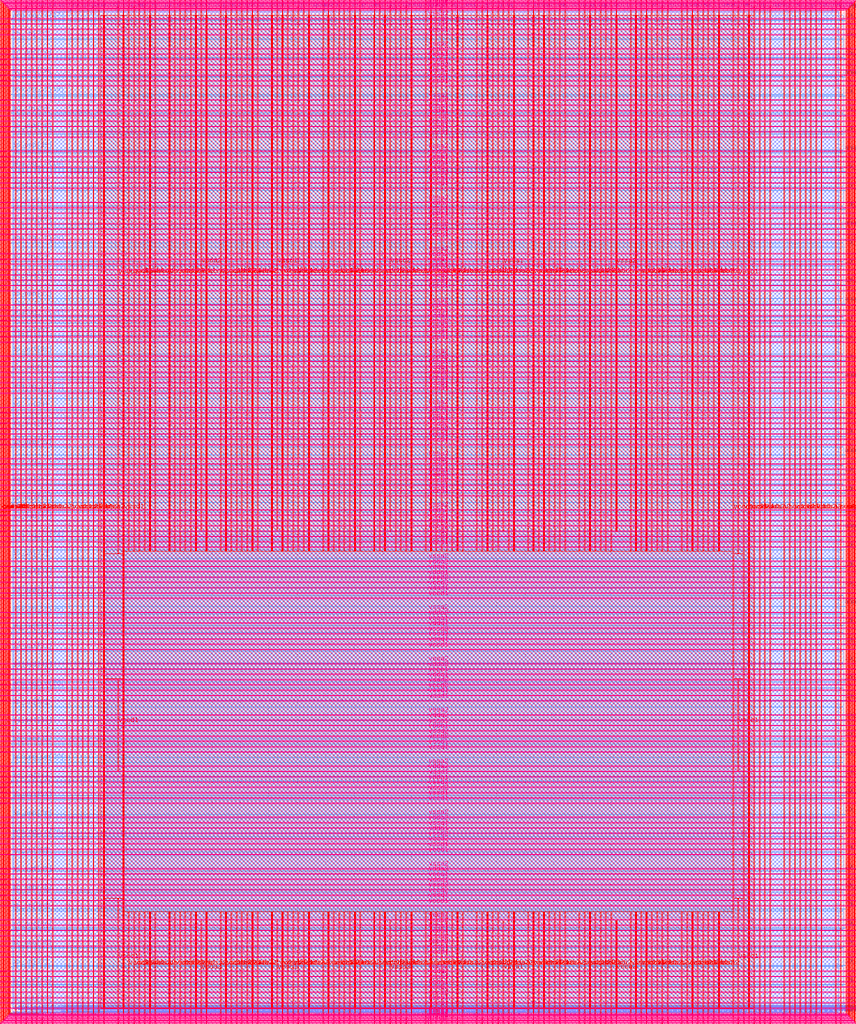
<source format=lef>
VERSION 5.7 ;
  NOWIREEXTENSIONATPIN ON ;
  DIVIDERCHAR "/" ;
  BUSBITCHARS "[]" ;
MACRO user_project_wrapper
  CLASS BLOCK ;
  FOREIGN user_project_wrapper ;
  ORIGIN 0.000 0.000 ;
  SIZE 2920.000 BY 3520.000 ;
  PIN analog_io[0]
    DIRECTION INOUT ;
    USE SIGNAL ;
    PORT
      LAYER met3 ;
        RECT 2917.600 1426.380 2924.800 1427.580 ;
    END
  END analog_io[0]
  PIN analog_io[10]
    DIRECTION INOUT ;
    USE SIGNAL ;
    PORT
      LAYER met2 ;
        RECT 2230.490 3517.600 2231.050 3524.800 ;
    END
  END analog_io[10]
  PIN analog_io[11]
    DIRECTION INOUT ;
    USE SIGNAL ;
    PORT
      LAYER met2 ;
        RECT 1905.730 3517.600 1906.290 3524.800 ;
    END
  END analog_io[11]
  PIN analog_io[12]
    DIRECTION INOUT ;
    USE SIGNAL ;
    PORT
      LAYER met2 ;
        RECT 1581.430 3517.600 1581.990 3524.800 ;
    END
  END analog_io[12]
  PIN analog_io[13]
    DIRECTION INOUT ;
    USE SIGNAL ;
    PORT
      LAYER met2 ;
        RECT 1257.130 3517.600 1257.690 3524.800 ;
    END
  END analog_io[13]
  PIN analog_io[14]
    DIRECTION INOUT ;
    USE SIGNAL ;
    PORT
      LAYER met2 ;
        RECT 932.370 3517.600 932.930 3524.800 ;
    END
  END analog_io[14]
  PIN analog_io[15]
    DIRECTION INOUT ;
    USE SIGNAL ;
    PORT
      LAYER met2 ;
        RECT 608.070 3517.600 608.630 3524.800 ;
    END
  END analog_io[15]
  PIN analog_io[16]
    DIRECTION INOUT ;
    USE SIGNAL ;
    PORT
      LAYER met2 ;
        RECT 283.770 3517.600 284.330 3524.800 ;
    END
  END analog_io[16]
  PIN analog_io[17]
    DIRECTION INOUT ;
    USE SIGNAL ;
    PORT
      LAYER met3 ;
        RECT -4.800 3486.100 2.400 3487.300 ;
    END
  END analog_io[17]
  PIN analog_io[18]
    DIRECTION INOUT ;
    USE SIGNAL ;
    PORT
      LAYER met3 ;
        RECT -4.800 3224.980 2.400 3226.180 ;
    END
  END analog_io[18]
  PIN analog_io[19]
    DIRECTION INOUT ;
    USE SIGNAL ;
    PORT
      LAYER met3 ;
        RECT -4.800 2964.540 2.400 2965.740 ;
    END
  END analog_io[19]
  PIN analog_io[1]
    DIRECTION INOUT ;
    USE SIGNAL ;
    PORT
      LAYER met3 ;
        RECT 2917.600 1692.260 2924.800 1693.460 ;
    END
  END analog_io[1]
  PIN analog_io[20]
    DIRECTION INOUT ;
    USE SIGNAL ;
    PORT
      LAYER met3 ;
        RECT -4.800 2703.420 2.400 2704.620 ;
    END
  END analog_io[20]
  PIN analog_io[21]
    DIRECTION INOUT ;
    USE SIGNAL ;
    PORT
      LAYER met3 ;
        RECT -4.800 2442.980 2.400 2444.180 ;
    END
  END analog_io[21]
  PIN analog_io[22]
    DIRECTION INOUT ;
    USE SIGNAL ;
    PORT
      LAYER met3 ;
        RECT -4.800 2182.540 2.400 2183.740 ;
    END
  END analog_io[22]
  PIN analog_io[23]
    DIRECTION INOUT ;
    USE SIGNAL ;
    PORT
      LAYER met3 ;
        RECT -4.800 1921.420 2.400 1922.620 ;
    END
  END analog_io[23]
  PIN analog_io[24]
    DIRECTION INOUT ;
    USE SIGNAL ;
    PORT
      LAYER met3 ;
        RECT -4.800 1660.980 2.400 1662.180 ;
    END
  END analog_io[24]
  PIN analog_io[25]
    DIRECTION INOUT ;
    USE SIGNAL ;
    PORT
      LAYER met3 ;
        RECT -4.800 1399.860 2.400 1401.060 ;
    END
  END analog_io[25]
  PIN analog_io[26]
    DIRECTION INOUT ;
    USE SIGNAL ;
    PORT
      LAYER met3 ;
        RECT -4.800 1139.420 2.400 1140.620 ;
    END
  END analog_io[26]
  PIN analog_io[27]
    DIRECTION INOUT ;
    USE SIGNAL ;
    PORT
      LAYER met3 ;
        RECT -4.800 878.980 2.400 880.180 ;
    END
  END analog_io[27]
  PIN analog_io[28]
    DIRECTION INOUT ;
    USE SIGNAL ;
    PORT
      LAYER met3 ;
        RECT -4.800 617.860 2.400 619.060 ;
    END
  END analog_io[28]
  PIN analog_io[2]
    DIRECTION INOUT ;
    USE SIGNAL ;
    PORT
      LAYER met3 ;
        RECT 2917.600 1958.140 2924.800 1959.340 ;
    END
  END analog_io[2]
  PIN analog_io[3]
    DIRECTION INOUT ;
    USE SIGNAL ;
    PORT
      LAYER met3 ;
        RECT 2917.600 2223.340 2924.800 2224.540 ;
    END
  END analog_io[3]
  PIN analog_io[4]
    DIRECTION INOUT ;
    USE SIGNAL ;
    PORT
      LAYER met3 ;
        RECT 2917.600 2489.220 2924.800 2490.420 ;
    END
  END analog_io[4]
  PIN analog_io[5]
    DIRECTION INOUT ;
    USE SIGNAL ;
    PORT
      LAYER met3 ;
        RECT 2917.600 2755.100 2924.800 2756.300 ;
    END
  END analog_io[5]
  PIN analog_io[6]
    DIRECTION INOUT ;
    USE SIGNAL ;
    PORT
      LAYER met3 ;
        RECT 2917.600 3020.300 2924.800 3021.500 ;
    END
  END analog_io[6]
  PIN analog_io[7]
    DIRECTION INOUT ;
    USE SIGNAL ;
    PORT
      LAYER met3 ;
        RECT 2917.600 3286.180 2924.800 3287.380 ;
    END
  END analog_io[7]
  PIN analog_io[8]
    DIRECTION INOUT ;
    USE SIGNAL ;
    PORT
      LAYER met2 ;
        RECT 2879.090 3517.600 2879.650 3524.800 ;
    END
  END analog_io[8]
  PIN analog_io[9]
    DIRECTION INOUT ;
    USE SIGNAL ;
    PORT
      LAYER met2 ;
        RECT 2554.790 3517.600 2555.350 3524.800 ;
    END
  END analog_io[9]
  PIN io_in[0]
    DIRECTION INPUT ;
    USE SIGNAL ;
    PORT
      LAYER met3 ;
        RECT 2917.600 32.380 2924.800 33.580 ;
    END
  END io_in[0]
  PIN io_in[10]
    DIRECTION INPUT ;
    USE SIGNAL ;
    PORT
      LAYER met3 ;
        RECT 2917.600 2289.980 2924.800 2291.180 ;
    END
  END io_in[10]
  PIN io_in[11]
    DIRECTION INPUT ;
    USE SIGNAL ;
    PORT
      LAYER met3 ;
        RECT 2917.600 2555.860 2924.800 2557.060 ;
    END
  END io_in[11]
  PIN io_in[12]
    DIRECTION INPUT ;
    USE SIGNAL ;
    PORT
      LAYER met3 ;
        RECT 2917.600 2821.060 2924.800 2822.260 ;
    END
  END io_in[12]
  PIN io_in[13]
    DIRECTION INPUT ;
    USE SIGNAL ;
    PORT
      LAYER met3 ;
        RECT 2917.600 3086.940 2924.800 3088.140 ;
    END
  END io_in[13]
  PIN io_in[14]
    DIRECTION INPUT ;
    USE SIGNAL ;
    PORT
      LAYER met3 ;
        RECT 2917.600 3352.820 2924.800 3354.020 ;
    END
  END io_in[14]
  PIN io_in[15]
    DIRECTION INPUT ;
    USE SIGNAL ;
    PORT
      LAYER met2 ;
        RECT 2798.130 3517.600 2798.690 3524.800 ;
    END
  END io_in[15]
  PIN io_in[16]
    DIRECTION INPUT ;
    USE SIGNAL ;
    PORT
      LAYER met2 ;
        RECT 2473.830 3517.600 2474.390 3524.800 ;
    END
  END io_in[16]
  PIN io_in[17]
    DIRECTION INPUT ;
    USE SIGNAL ;
    PORT
      LAYER met2 ;
        RECT 2149.070 3517.600 2149.630 3524.800 ;
    END
  END io_in[17]
  PIN io_in[18]
    DIRECTION INPUT ;
    USE SIGNAL ;
    PORT
      LAYER met2 ;
        RECT 1824.770 3517.600 1825.330 3524.800 ;
    END
  END io_in[18]
  PIN io_in[19]
    DIRECTION INPUT ;
    USE SIGNAL ;
    PORT
      LAYER met2 ;
        RECT 1500.470 3517.600 1501.030 3524.800 ;
    END
  END io_in[19]
  PIN io_in[1]
    DIRECTION INPUT ;
    USE SIGNAL ;
    PORT
      LAYER met3 ;
        RECT 2917.600 230.940 2924.800 232.140 ;
    END
  END io_in[1]
  PIN io_in[20]
    DIRECTION INPUT ;
    USE SIGNAL ;
    PORT
      LAYER met2 ;
        RECT 1175.710 3517.600 1176.270 3524.800 ;
    END
  END io_in[20]
  PIN io_in[21]
    DIRECTION INPUT ;
    USE SIGNAL ;
    PORT
      LAYER met2 ;
        RECT 851.410 3517.600 851.970 3524.800 ;
    END
  END io_in[21]
  PIN io_in[22]
    DIRECTION INPUT ;
    USE SIGNAL ;
    PORT
      LAYER met2 ;
        RECT 527.110 3517.600 527.670 3524.800 ;
    END
  END io_in[22]
  PIN io_in[23]
    DIRECTION INPUT ;
    USE SIGNAL ;
    PORT
      LAYER met2 ;
        RECT 202.350 3517.600 202.910 3524.800 ;
    END
  END io_in[23]
  PIN io_in[24]
    DIRECTION INPUT ;
    USE SIGNAL ;
    PORT
      LAYER met3 ;
        RECT -4.800 3420.820 2.400 3422.020 ;
    END
  END io_in[24]
  PIN io_in[25]
    DIRECTION INPUT ;
    USE SIGNAL ;
    PORT
      LAYER met3 ;
        RECT -4.800 3159.700 2.400 3160.900 ;
    END
  END io_in[25]
  PIN io_in[26]
    DIRECTION INPUT ;
    USE SIGNAL ;
    PORT
      LAYER met3 ;
        RECT -4.800 2899.260 2.400 2900.460 ;
    END
  END io_in[26]
  PIN io_in[27]
    DIRECTION INPUT ;
    USE SIGNAL ;
    PORT
      LAYER met3 ;
        RECT -4.800 2638.820 2.400 2640.020 ;
    END
  END io_in[27]
  PIN io_in[28]
    DIRECTION INPUT ;
    USE SIGNAL ;
    PORT
      LAYER met3 ;
        RECT -4.800 2377.700 2.400 2378.900 ;
    END
  END io_in[28]
  PIN io_in[29]
    DIRECTION INPUT ;
    USE SIGNAL ;
    PORT
      LAYER met3 ;
        RECT -4.800 2117.260 2.400 2118.460 ;
    END
  END io_in[29]
  PIN io_in[2]
    DIRECTION INPUT ;
    USE SIGNAL ;
    PORT
      LAYER met3 ;
        RECT 2917.600 430.180 2924.800 431.380 ;
    END
  END io_in[2]
  PIN io_in[30]
    DIRECTION INPUT ;
    USE SIGNAL ;
    PORT
      LAYER met3 ;
        RECT -4.800 1856.140 2.400 1857.340 ;
    END
  END io_in[30]
  PIN io_in[31]
    DIRECTION INPUT ;
    USE SIGNAL ;
    PORT
      LAYER met3 ;
        RECT -4.800 1595.700 2.400 1596.900 ;
    END
  END io_in[31]
  PIN io_in[32]
    DIRECTION INPUT ;
    USE SIGNAL ;
    PORT
      LAYER met3 ;
        RECT -4.800 1335.260 2.400 1336.460 ;
    END
  END io_in[32]
  PIN io_in[33]
    DIRECTION INPUT ;
    USE SIGNAL ;
    PORT
      LAYER met3 ;
        RECT -4.800 1074.140 2.400 1075.340 ;
    END
  END io_in[33]
  PIN io_in[34]
    DIRECTION INPUT ;
    USE SIGNAL ;
    PORT
      LAYER met3 ;
        RECT -4.800 813.700 2.400 814.900 ;
    END
  END io_in[34]
  PIN io_in[35]
    DIRECTION INPUT ;
    USE SIGNAL ;
    PORT
      LAYER met3 ;
        RECT -4.800 552.580 2.400 553.780 ;
    END
  END io_in[35]
  PIN io_in[36]
    DIRECTION INPUT ;
    USE SIGNAL ;
    PORT
      LAYER met3 ;
        RECT -4.800 357.420 2.400 358.620 ;
    END
  END io_in[36]
  PIN io_in[37]
    DIRECTION INPUT ;
    USE SIGNAL ;
    PORT
      LAYER met3 ;
        RECT -4.800 161.580 2.400 162.780 ;
    END
  END io_in[37]
  PIN io_in[3]
    DIRECTION INPUT ;
    USE SIGNAL ;
    PORT
      LAYER met3 ;
        RECT 2917.600 629.420 2924.800 630.620 ;
    END
  END io_in[3]
  PIN io_in[4]
    DIRECTION INPUT ;
    USE SIGNAL ;
    PORT
      LAYER met3 ;
        RECT 2917.600 828.660 2924.800 829.860 ;
    END
  END io_in[4]
  PIN io_in[5]
    DIRECTION INPUT ;
    USE SIGNAL ;
    PORT
      LAYER met3 ;
        RECT 2917.600 1027.900 2924.800 1029.100 ;
    END
  END io_in[5]
  PIN io_in[6]
    DIRECTION INPUT ;
    USE SIGNAL ;
    PORT
      LAYER met3 ;
        RECT 2917.600 1227.140 2924.800 1228.340 ;
    END
  END io_in[6]
  PIN io_in[7]
    DIRECTION INPUT ;
    USE SIGNAL ;
    PORT
      LAYER met3 ;
        RECT 2917.600 1493.020 2924.800 1494.220 ;
    END
  END io_in[7]
  PIN io_in[8]
    DIRECTION INPUT ;
    USE SIGNAL ;
    PORT
      LAYER met3 ;
        RECT 2917.600 1758.900 2924.800 1760.100 ;
    END
  END io_in[8]
  PIN io_in[9]
    DIRECTION INPUT ;
    USE SIGNAL ;
    PORT
      LAYER met3 ;
        RECT 2917.600 2024.100 2924.800 2025.300 ;
    END
  END io_in[9]
  PIN io_oeb[0]
    DIRECTION OUTPUT TRISTATE ;
    USE SIGNAL ;
    PORT
      LAYER met3 ;
        RECT 2917.600 164.980 2924.800 166.180 ;
    END
  END io_oeb[0]
  PIN io_oeb[10]
    DIRECTION OUTPUT TRISTATE ;
    USE SIGNAL ;
    PORT
      LAYER met3 ;
        RECT 2917.600 2422.580 2924.800 2423.780 ;
    END
  END io_oeb[10]
  PIN io_oeb[11]
    DIRECTION OUTPUT TRISTATE ;
    USE SIGNAL ;
    PORT
      LAYER met3 ;
        RECT 2917.600 2688.460 2924.800 2689.660 ;
    END
  END io_oeb[11]
  PIN io_oeb[12]
    DIRECTION OUTPUT TRISTATE ;
    USE SIGNAL ;
    PORT
      LAYER met3 ;
        RECT 2917.600 2954.340 2924.800 2955.540 ;
    END
  END io_oeb[12]
  PIN io_oeb[13]
    DIRECTION OUTPUT TRISTATE ;
    USE SIGNAL ;
    PORT
      LAYER met3 ;
        RECT 2917.600 3219.540 2924.800 3220.740 ;
    END
  END io_oeb[13]
  PIN io_oeb[14]
    DIRECTION OUTPUT TRISTATE ;
    USE SIGNAL ;
    PORT
      LAYER met3 ;
        RECT 2917.600 3485.420 2924.800 3486.620 ;
    END
  END io_oeb[14]
  PIN io_oeb[15]
    DIRECTION OUTPUT TRISTATE ;
    USE SIGNAL ;
    PORT
      LAYER met2 ;
        RECT 2635.750 3517.600 2636.310 3524.800 ;
    END
  END io_oeb[15]
  PIN io_oeb[16]
    DIRECTION OUTPUT TRISTATE ;
    USE SIGNAL ;
    PORT
      LAYER met2 ;
        RECT 2311.450 3517.600 2312.010 3524.800 ;
    END
  END io_oeb[16]
  PIN io_oeb[17]
    DIRECTION OUTPUT TRISTATE ;
    USE SIGNAL ;
    PORT
      LAYER met2 ;
        RECT 1987.150 3517.600 1987.710 3524.800 ;
    END
  END io_oeb[17]
  PIN io_oeb[18]
    DIRECTION OUTPUT TRISTATE ;
    USE SIGNAL ;
    PORT
      LAYER met2 ;
        RECT 1662.390 3517.600 1662.950 3524.800 ;
    END
  END io_oeb[18]
  PIN io_oeb[19]
    DIRECTION OUTPUT TRISTATE ;
    USE SIGNAL ;
    PORT
      LAYER met2 ;
        RECT 1338.090 3517.600 1338.650 3524.800 ;
    END
  END io_oeb[19]
  PIN io_oeb[1]
    DIRECTION OUTPUT TRISTATE ;
    USE SIGNAL ;
    PORT
      LAYER met3 ;
        RECT 2917.600 364.220 2924.800 365.420 ;
    END
  END io_oeb[1]
  PIN io_oeb[20]
    DIRECTION OUTPUT TRISTATE ;
    USE SIGNAL ;
    PORT
      LAYER met2 ;
        RECT 1013.790 3517.600 1014.350 3524.800 ;
    END
  END io_oeb[20]
  PIN io_oeb[21]
    DIRECTION OUTPUT TRISTATE ;
    USE SIGNAL ;
    PORT
      LAYER met2 ;
        RECT 689.030 3517.600 689.590 3524.800 ;
    END
  END io_oeb[21]
  PIN io_oeb[22]
    DIRECTION OUTPUT TRISTATE ;
    USE SIGNAL ;
    PORT
      LAYER met2 ;
        RECT 364.730 3517.600 365.290 3524.800 ;
    END
  END io_oeb[22]
  PIN io_oeb[23]
    DIRECTION OUTPUT TRISTATE ;
    USE SIGNAL ;
    PORT
      LAYER met2 ;
        RECT 40.430 3517.600 40.990 3524.800 ;
    END
  END io_oeb[23]
  PIN io_oeb[24]
    DIRECTION OUTPUT TRISTATE ;
    USE SIGNAL ;
    PORT
      LAYER met3 ;
        RECT -4.800 3290.260 2.400 3291.460 ;
    END
  END io_oeb[24]
  PIN io_oeb[25]
    DIRECTION OUTPUT TRISTATE ;
    USE SIGNAL ;
    PORT
      LAYER met3 ;
        RECT -4.800 3029.820 2.400 3031.020 ;
    END
  END io_oeb[25]
  PIN io_oeb[26]
    DIRECTION OUTPUT TRISTATE ;
    USE SIGNAL ;
    PORT
      LAYER met3 ;
        RECT -4.800 2768.700 2.400 2769.900 ;
    END
  END io_oeb[26]
  PIN io_oeb[27]
    DIRECTION OUTPUT TRISTATE ;
    USE SIGNAL ;
    PORT
      LAYER met3 ;
        RECT -4.800 2508.260 2.400 2509.460 ;
    END
  END io_oeb[27]
  PIN io_oeb[28]
    DIRECTION OUTPUT TRISTATE ;
    USE SIGNAL ;
    PORT
      LAYER met3 ;
        RECT -4.800 2247.140 2.400 2248.340 ;
    END
  END io_oeb[28]
  PIN io_oeb[29]
    DIRECTION OUTPUT TRISTATE ;
    USE SIGNAL ;
    PORT
      LAYER met3 ;
        RECT -4.800 1986.700 2.400 1987.900 ;
    END
  END io_oeb[29]
  PIN io_oeb[2]
    DIRECTION OUTPUT TRISTATE ;
    USE SIGNAL ;
    PORT
      LAYER met3 ;
        RECT 2917.600 563.460 2924.800 564.660 ;
    END
  END io_oeb[2]
  PIN io_oeb[30]
    DIRECTION OUTPUT TRISTATE ;
    USE SIGNAL ;
    PORT
      LAYER met3 ;
        RECT -4.800 1726.260 2.400 1727.460 ;
    END
  END io_oeb[30]
  PIN io_oeb[31]
    DIRECTION OUTPUT TRISTATE ;
    USE SIGNAL ;
    PORT
      LAYER met3 ;
        RECT -4.800 1465.140 2.400 1466.340 ;
    END
  END io_oeb[31]
  PIN io_oeb[32]
    DIRECTION OUTPUT TRISTATE ;
    USE SIGNAL ;
    PORT
      LAYER met3 ;
        RECT -4.800 1204.700 2.400 1205.900 ;
    END
  END io_oeb[32]
  PIN io_oeb[33]
    DIRECTION OUTPUT TRISTATE ;
    USE SIGNAL ;
    PORT
      LAYER met3 ;
        RECT -4.800 943.580 2.400 944.780 ;
    END
  END io_oeb[33]
  PIN io_oeb[34]
    DIRECTION OUTPUT TRISTATE ;
    USE SIGNAL ;
    PORT
      LAYER met3 ;
        RECT -4.800 683.140 2.400 684.340 ;
    END
  END io_oeb[34]
  PIN io_oeb[35]
    DIRECTION OUTPUT TRISTATE ;
    USE SIGNAL ;
    PORT
      LAYER met3 ;
        RECT -4.800 422.700 2.400 423.900 ;
    END
  END io_oeb[35]
  PIN io_oeb[36]
    DIRECTION OUTPUT TRISTATE ;
    USE SIGNAL ;
    PORT
      LAYER met3 ;
        RECT -4.800 226.860 2.400 228.060 ;
    END
  END io_oeb[36]
  PIN io_oeb[37]
    DIRECTION OUTPUT TRISTATE ;
    USE SIGNAL ;
    PORT
      LAYER met3 ;
        RECT -4.800 31.700 2.400 32.900 ;
    END
  END io_oeb[37]
  PIN io_oeb[3]
    DIRECTION OUTPUT TRISTATE ;
    USE SIGNAL ;
    PORT
      LAYER met3 ;
        RECT 2917.600 762.700 2924.800 763.900 ;
    END
  END io_oeb[3]
  PIN io_oeb[4]
    DIRECTION OUTPUT TRISTATE ;
    USE SIGNAL ;
    PORT
      LAYER met3 ;
        RECT 2917.600 961.940 2924.800 963.140 ;
    END
  END io_oeb[4]
  PIN io_oeb[5]
    DIRECTION OUTPUT TRISTATE ;
    USE SIGNAL ;
    PORT
      LAYER met3 ;
        RECT 2917.600 1161.180 2924.800 1162.380 ;
    END
  END io_oeb[5]
  PIN io_oeb[6]
    DIRECTION OUTPUT TRISTATE ;
    USE SIGNAL ;
    PORT
      LAYER met3 ;
        RECT 2917.600 1360.420 2924.800 1361.620 ;
    END
  END io_oeb[6]
  PIN io_oeb[7]
    DIRECTION OUTPUT TRISTATE ;
    USE SIGNAL ;
    PORT
      LAYER met3 ;
        RECT 2917.600 1625.620 2924.800 1626.820 ;
    END
  END io_oeb[7]
  PIN io_oeb[8]
    DIRECTION OUTPUT TRISTATE ;
    USE SIGNAL ;
    PORT
      LAYER met3 ;
        RECT 2917.600 1891.500 2924.800 1892.700 ;
    END
  END io_oeb[8]
  PIN io_oeb[9]
    DIRECTION OUTPUT TRISTATE ;
    USE SIGNAL ;
    PORT
      LAYER met3 ;
        RECT 2917.600 2157.380 2924.800 2158.580 ;
    END
  END io_oeb[9]
  PIN io_out[0]
    DIRECTION OUTPUT TRISTATE ;
    USE SIGNAL ;
    PORT
      LAYER met3 ;
        RECT 2917.600 98.340 2924.800 99.540 ;
    END
  END io_out[0]
  PIN io_out[10]
    DIRECTION OUTPUT TRISTATE ;
    USE SIGNAL ;
    PORT
      LAYER met3 ;
        RECT 2917.600 2356.620 2924.800 2357.820 ;
    END
  END io_out[10]
  PIN io_out[11]
    DIRECTION OUTPUT TRISTATE ;
    USE SIGNAL ;
    PORT
      LAYER met3 ;
        RECT 2917.600 2621.820 2924.800 2623.020 ;
    END
  END io_out[11]
  PIN io_out[12]
    DIRECTION OUTPUT TRISTATE ;
    USE SIGNAL ;
    PORT
      LAYER met3 ;
        RECT 2917.600 2887.700 2924.800 2888.900 ;
    END
  END io_out[12]
  PIN io_out[13]
    DIRECTION OUTPUT TRISTATE ;
    USE SIGNAL ;
    PORT
      LAYER met3 ;
        RECT 2917.600 3153.580 2924.800 3154.780 ;
    END
  END io_out[13]
  PIN io_out[14]
    DIRECTION OUTPUT TRISTATE ;
    USE SIGNAL ;
    PORT
      LAYER met3 ;
        RECT 2917.600 3418.780 2924.800 3419.980 ;
    END
  END io_out[14]
  PIN io_out[15]
    DIRECTION OUTPUT TRISTATE ;
    USE SIGNAL ;
    PORT
      LAYER met2 ;
        RECT 2717.170 3517.600 2717.730 3524.800 ;
    END
  END io_out[15]
  PIN io_out[16]
    DIRECTION OUTPUT TRISTATE ;
    USE SIGNAL ;
    PORT
      LAYER met2 ;
        RECT 2392.410 3517.600 2392.970 3524.800 ;
    END
  END io_out[16]
  PIN io_out[17]
    DIRECTION OUTPUT TRISTATE ;
    USE SIGNAL ;
    PORT
      LAYER met2 ;
        RECT 2068.110 3517.600 2068.670 3524.800 ;
    END
  END io_out[17]
  PIN io_out[18]
    DIRECTION OUTPUT TRISTATE ;
    USE SIGNAL ;
    PORT
      LAYER met2 ;
        RECT 1743.810 3517.600 1744.370 3524.800 ;
    END
  END io_out[18]
  PIN io_out[19]
    DIRECTION OUTPUT TRISTATE ;
    USE SIGNAL ;
    PORT
      LAYER met2 ;
        RECT 1419.050 3517.600 1419.610 3524.800 ;
    END
  END io_out[19]
  PIN io_out[1]
    DIRECTION OUTPUT TRISTATE ;
    USE SIGNAL ;
    PORT
      LAYER met3 ;
        RECT 2917.600 297.580 2924.800 298.780 ;
    END
  END io_out[1]
  PIN io_out[20]
    DIRECTION OUTPUT TRISTATE ;
    USE SIGNAL ;
    PORT
      LAYER met2 ;
        RECT 1094.750 3517.600 1095.310 3524.800 ;
    END
  END io_out[20]
  PIN io_out[21]
    DIRECTION OUTPUT TRISTATE ;
    USE SIGNAL ;
    PORT
      LAYER met2 ;
        RECT 770.450 3517.600 771.010 3524.800 ;
    END
  END io_out[21]
  PIN io_out[22]
    DIRECTION OUTPUT TRISTATE ;
    USE SIGNAL ;
    PORT
      LAYER met2 ;
        RECT 445.690 3517.600 446.250 3524.800 ;
    END
  END io_out[22]
  PIN io_out[23]
    DIRECTION OUTPUT TRISTATE ;
    USE SIGNAL ;
    PORT
      LAYER met2 ;
        RECT 121.390 3517.600 121.950 3524.800 ;
    END
  END io_out[23]
  PIN io_out[24]
    DIRECTION OUTPUT TRISTATE ;
    USE SIGNAL ;
    PORT
      LAYER met3 ;
        RECT -4.800 3355.540 2.400 3356.740 ;
    END
  END io_out[24]
  PIN io_out[25]
    DIRECTION OUTPUT TRISTATE ;
    USE SIGNAL ;
    PORT
      LAYER met3 ;
        RECT -4.800 3095.100 2.400 3096.300 ;
    END
  END io_out[25]
  PIN io_out[26]
    DIRECTION OUTPUT TRISTATE ;
    USE SIGNAL ;
    PORT
      LAYER met3 ;
        RECT -4.800 2833.980 2.400 2835.180 ;
    END
  END io_out[26]
  PIN io_out[27]
    DIRECTION OUTPUT TRISTATE ;
    USE SIGNAL ;
    PORT
      LAYER met3 ;
        RECT -4.800 2573.540 2.400 2574.740 ;
    END
  END io_out[27]
  PIN io_out[28]
    DIRECTION OUTPUT TRISTATE ;
    USE SIGNAL ;
    PORT
      LAYER met3 ;
        RECT -4.800 2312.420 2.400 2313.620 ;
    END
  END io_out[28]
  PIN io_out[29]
    DIRECTION OUTPUT TRISTATE ;
    USE SIGNAL ;
    PORT
      LAYER met3 ;
        RECT -4.800 2051.980 2.400 2053.180 ;
    END
  END io_out[29]
  PIN io_out[2]
    DIRECTION OUTPUT TRISTATE ;
    USE SIGNAL ;
    PORT
      LAYER met3 ;
        RECT 2917.600 496.820 2924.800 498.020 ;
    END
  END io_out[2]
  PIN io_out[30]
    DIRECTION OUTPUT TRISTATE ;
    USE SIGNAL ;
    PORT
      LAYER met3 ;
        RECT -4.800 1791.540 2.400 1792.740 ;
    END
  END io_out[30]
  PIN io_out[31]
    DIRECTION OUTPUT TRISTATE ;
    USE SIGNAL ;
    PORT
      LAYER met3 ;
        RECT -4.800 1530.420 2.400 1531.620 ;
    END
  END io_out[31]
  PIN io_out[32]
    DIRECTION OUTPUT TRISTATE ;
    USE SIGNAL ;
    PORT
      LAYER met3 ;
        RECT -4.800 1269.980 2.400 1271.180 ;
    END
  END io_out[32]
  PIN io_out[33]
    DIRECTION OUTPUT TRISTATE ;
    USE SIGNAL ;
    PORT
      LAYER met3 ;
        RECT -4.800 1008.860 2.400 1010.060 ;
    END
  END io_out[33]
  PIN io_out[34]
    DIRECTION OUTPUT TRISTATE ;
    USE SIGNAL ;
    PORT
      LAYER met3 ;
        RECT -4.800 748.420 2.400 749.620 ;
    END
  END io_out[34]
  PIN io_out[35]
    DIRECTION OUTPUT TRISTATE ;
    USE SIGNAL ;
    PORT
      LAYER met3 ;
        RECT -4.800 487.300 2.400 488.500 ;
    END
  END io_out[35]
  PIN io_out[36]
    DIRECTION OUTPUT TRISTATE ;
    USE SIGNAL ;
    PORT
      LAYER met3 ;
        RECT -4.800 292.140 2.400 293.340 ;
    END
  END io_out[36]
  PIN io_out[37]
    DIRECTION OUTPUT TRISTATE ;
    USE SIGNAL ;
    PORT
      LAYER met3 ;
        RECT -4.800 96.300 2.400 97.500 ;
    END
  END io_out[37]
  PIN io_out[3]
    DIRECTION OUTPUT TRISTATE ;
    USE SIGNAL ;
    PORT
      LAYER met3 ;
        RECT 2917.600 696.060 2924.800 697.260 ;
    END
  END io_out[3]
  PIN io_out[4]
    DIRECTION OUTPUT TRISTATE ;
    USE SIGNAL ;
    PORT
      LAYER met3 ;
        RECT 2917.600 895.300 2924.800 896.500 ;
    END
  END io_out[4]
  PIN io_out[5]
    DIRECTION OUTPUT TRISTATE ;
    USE SIGNAL ;
    PORT
      LAYER met3 ;
        RECT 2917.600 1094.540 2924.800 1095.740 ;
    END
  END io_out[5]
  PIN io_out[6]
    DIRECTION OUTPUT TRISTATE ;
    USE SIGNAL ;
    PORT
      LAYER met3 ;
        RECT 2917.600 1293.780 2924.800 1294.980 ;
    END
  END io_out[6]
  PIN io_out[7]
    DIRECTION OUTPUT TRISTATE ;
    USE SIGNAL ;
    PORT
      LAYER met3 ;
        RECT 2917.600 1559.660 2924.800 1560.860 ;
    END
  END io_out[7]
  PIN io_out[8]
    DIRECTION OUTPUT TRISTATE ;
    USE SIGNAL ;
    PORT
      LAYER met3 ;
        RECT 2917.600 1824.860 2924.800 1826.060 ;
    END
  END io_out[8]
  PIN io_out[9]
    DIRECTION OUTPUT TRISTATE ;
    USE SIGNAL ;
    PORT
      LAYER met3 ;
        RECT 2917.600 2090.740 2924.800 2091.940 ;
    END
  END io_out[9]
  PIN la_data_in[0]
    DIRECTION INPUT ;
    USE SIGNAL ;
    PORT
      LAYER met2 ;
        RECT 629.230 -4.800 629.790 2.400 ;
    END
  END la_data_in[0]
  PIN la_data_in[100]
    DIRECTION INPUT ;
    USE SIGNAL ;
    PORT
      LAYER met2 ;
        RECT 2402.530 -4.800 2403.090 2.400 ;
    END
  END la_data_in[100]
  PIN la_data_in[101]
    DIRECTION INPUT ;
    USE SIGNAL ;
    PORT
      LAYER met2 ;
        RECT 2420.010 -4.800 2420.570 2.400 ;
    END
  END la_data_in[101]
  PIN la_data_in[102]
    DIRECTION INPUT ;
    USE SIGNAL ;
    PORT
      LAYER met2 ;
        RECT 2437.950 -4.800 2438.510 2.400 ;
    END
  END la_data_in[102]
  PIN la_data_in[103]
    DIRECTION INPUT ;
    USE SIGNAL ;
    PORT
      LAYER met2 ;
        RECT 2455.430 -4.800 2455.990 2.400 ;
    END
  END la_data_in[103]
  PIN la_data_in[104]
    DIRECTION INPUT ;
    USE SIGNAL ;
    PORT
      LAYER met2 ;
        RECT 2473.370 -4.800 2473.930 2.400 ;
    END
  END la_data_in[104]
  PIN la_data_in[105]
    DIRECTION INPUT ;
    USE SIGNAL ;
    PORT
      LAYER met2 ;
        RECT 2490.850 -4.800 2491.410 2.400 ;
    END
  END la_data_in[105]
  PIN la_data_in[106]
    DIRECTION INPUT ;
    USE SIGNAL ;
    PORT
      LAYER met2 ;
        RECT 2508.790 -4.800 2509.350 2.400 ;
    END
  END la_data_in[106]
  PIN la_data_in[107]
    DIRECTION INPUT ;
    USE SIGNAL ;
    PORT
      LAYER met2 ;
        RECT 2526.730 -4.800 2527.290 2.400 ;
    END
  END la_data_in[107]
  PIN la_data_in[108]
    DIRECTION INPUT ;
    USE SIGNAL ;
    PORT
      LAYER met2 ;
        RECT 2544.210 -4.800 2544.770 2.400 ;
    END
  END la_data_in[108]
  PIN la_data_in[109]
    DIRECTION INPUT ;
    USE SIGNAL ;
    PORT
      LAYER met2 ;
        RECT 2562.150 -4.800 2562.710 2.400 ;
    END
  END la_data_in[109]
  PIN la_data_in[10]
    DIRECTION INPUT ;
    USE SIGNAL ;
    PORT
      LAYER met2 ;
        RECT 806.330 -4.800 806.890 2.400 ;
    END
  END la_data_in[10]
  PIN la_data_in[110]
    DIRECTION INPUT ;
    USE SIGNAL ;
    PORT
      LAYER met2 ;
        RECT 2579.630 -4.800 2580.190 2.400 ;
    END
  END la_data_in[110]
  PIN la_data_in[111]
    DIRECTION INPUT ;
    USE SIGNAL ;
    PORT
      LAYER met2 ;
        RECT 2597.570 -4.800 2598.130 2.400 ;
    END
  END la_data_in[111]
  PIN la_data_in[112]
    DIRECTION INPUT ;
    USE SIGNAL ;
    PORT
      LAYER met2 ;
        RECT 2615.050 -4.800 2615.610 2.400 ;
    END
  END la_data_in[112]
  PIN la_data_in[113]
    DIRECTION INPUT ;
    USE SIGNAL ;
    PORT
      LAYER met2 ;
        RECT 2632.990 -4.800 2633.550 2.400 ;
    END
  END la_data_in[113]
  PIN la_data_in[114]
    DIRECTION INPUT ;
    USE SIGNAL ;
    PORT
      LAYER met2 ;
        RECT 2650.470 -4.800 2651.030 2.400 ;
    END
  END la_data_in[114]
  PIN la_data_in[115]
    DIRECTION INPUT ;
    USE SIGNAL ;
    PORT
      LAYER met2 ;
        RECT 2668.410 -4.800 2668.970 2.400 ;
    END
  END la_data_in[115]
  PIN la_data_in[116]
    DIRECTION INPUT ;
    USE SIGNAL ;
    PORT
      LAYER met2 ;
        RECT 2685.890 -4.800 2686.450 2.400 ;
    END
  END la_data_in[116]
  PIN la_data_in[117]
    DIRECTION INPUT ;
    USE SIGNAL ;
    PORT
      LAYER met2 ;
        RECT 2703.830 -4.800 2704.390 2.400 ;
    END
  END la_data_in[117]
  PIN la_data_in[118]
    DIRECTION INPUT ;
    USE SIGNAL ;
    PORT
      LAYER met2 ;
        RECT 2721.770 -4.800 2722.330 2.400 ;
    END
  END la_data_in[118]
  PIN la_data_in[119]
    DIRECTION INPUT ;
    USE SIGNAL ;
    PORT
      LAYER met2 ;
        RECT 2739.250 -4.800 2739.810 2.400 ;
    END
  END la_data_in[119]
  PIN la_data_in[11]
    DIRECTION INPUT ;
    USE SIGNAL ;
    PORT
      LAYER met2 ;
        RECT 824.270 -4.800 824.830 2.400 ;
    END
  END la_data_in[11]
  PIN la_data_in[120]
    DIRECTION INPUT ;
    USE SIGNAL ;
    PORT
      LAYER met2 ;
        RECT 2757.190 -4.800 2757.750 2.400 ;
    END
  END la_data_in[120]
  PIN la_data_in[121]
    DIRECTION INPUT ;
    USE SIGNAL ;
    PORT
      LAYER met2 ;
        RECT 2774.670 -4.800 2775.230 2.400 ;
    END
  END la_data_in[121]
  PIN la_data_in[122]
    DIRECTION INPUT ;
    USE SIGNAL ;
    PORT
      LAYER met2 ;
        RECT 2792.610 -4.800 2793.170 2.400 ;
    END
  END la_data_in[122]
  PIN la_data_in[123]
    DIRECTION INPUT ;
    USE SIGNAL ;
    PORT
      LAYER met2 ;
        RECT 2810.090 -4.800 2810.650 2.400 ;
    END
  END la_data_in[123]
  PIN la_data_in[124]
    DIRECTION INPUT ;
    USE SIGNAL ;
    PORT
      LAYER met2 ;
        RECT 2828.030 -4.800 2828.590 2.400 ;
    END
  END la_data_in[124]
  PIN la_data_in[125]
    DIRECTION INPUT ;
    USE SIGNAL ;
    PORT
      LAYER met2 ;
        RECT 2845.510 -4.800 2846.070 2.400 ;
    END
  END la_data_in[125]
  PIN la_data_in[126]
    DIRECTION INPUT ;
    USE SIGNAL ;
    PORT
      LAYER met2 ;
        RECT 2863.450 -4.800 2864.010 2.400 ;
    END
  END la_data_in[126]
  PIN la_data_in[127]
    DIRECTION INPUT ;
    USE SIGNAL ;
    PORT
      LAYER met2 ;
        RECT 2881.390 -4.800 2881.950 2.400 ;
    END
  END la_data_in[127]
  PIN la_data_in[12]
    DIRECTION INPUT ;
    USE SIGNAL ;
    PORT
      LAYER met2 ;
        RECT 841.750 -4.800 842.310 2.400 ;
    END
  END la_data_in[12]
  PIN la_data_in[13]
    DIRECTION INPUT ;
    USE SIGNAL ;
    PORT
      LAYER met2 ;
        RECT 859.690 -4.800 860.250 2.400 ;
    END
  END la_data_in[13]
  PIN la_data_in[14]
    DIRECTION INPUT ;
    USE SIGNAL ;
    PORT
      LAYER met2 ;
        RECT 877.170 -4.800 877.730 2.400 ;
    END
  END la_data_in[14]
  PIN la_data_in[15]
    DIRECTION INPUT ;
    USE SIGNAL ;
    PORT
      LAYER met2 ;
        RECT 895.110 -4.800 895.670 2.400 ;
    END
  END la_data_in[15]
  PIN la_data_in[16]
    DIRECTION INPUT ;
    USE SIGNAL ;
    PORT
      LAYER met2 ;
        RECT 912.590 -4.800 913.150 2.400 ;
    END
  END la_data_in[16]
  PIN la_data_in[17]
    DIRECTION INPUT ;
    USE SIGNAL ;
    PORT
      LAYER met2 ;
        RECT 930.530 -4.800 931.090 2.400 ;
    END
  END la_data_in[17]
  PIN la_data_in[18]
    DIRECTION INPUT ;
    USE SIGNAL ;
    PORT
      LAYER met2 ;
        RECT 948.470 -4.800 949.030 2.400 ;
    END
  END la_data_in[18]
  PIN la_data_in[19]
    DIRECTION INPUT ;
    USE SIGNAL ;
    PORT
      LAYER met2 ;
        RECT 965.950 -4.800 966.510 2.400 ;
    END
  END la_data_in[19]
  PIN la_data_in[1]
    DIRECTION INPUT ;
    USE SIGNAL ;
    PORT
      LAYER met2 ;
        RECT 646.710 -4.800 647.270 2.400 ;
    END
  END la_data_in[1]
  PIN la_data_in[20]
    DIRECTION INPUT ;
    USE SIGNAL ;
    PORT
      LAYER met2 ;
        RECT 983.890 -4.800 984.450 2.400 ;
    END
  END la_data_in[20]
  PIN la_data_in[21]
    DIRECTION INPUT ;
    USE SIGNAL ;
    PORT
      LAYER met2 ;
        RECT 1001.370 -4.800 1001.930 2.400 ;
    END
  END la_data_in[21]
  PIN la_data_in[22]
    DIRECTION INPUT ;
    USE SIGNAL ;
    PORT
      LAYER met2 ;
        RECT 1019.310 -4.800 1019.870 2.400 ;
    END
  END la_data_in[22]
  PIN la_data_in[23]
    DIRECTION INPUT ;
    USE SIGNAL ;
    PORT
      LAYER met2 ;
        RECT 1036.790 -4.800 1037.350 2.400 ;
    END
  END la_data_in[23]
  PIN la_data_in[24]
    DIRECTION INPUT ;
    USE SIGNAL ;
    PORT
      LAYER met2 ;
        RECT 1054.730 -4.800 1055.290 2.400 ;
    END
  END la_data_in[24]
  PIN la_data_in[25]
    DIRECTION INPUT ;
    USE SIGNAL ;
    PORT
      LAYER met2 ;
        RECT 1072.210 -4.800 1072.770 2.400 ;
    END
  END la_data_in[25]
  PIN la_data_in[26]
    DIRECTION INPUT ;
    USE SIGNAL ;
    PORT
      LAYER met2 ;
        RECT 1090.150 -4.800 1090.710 2.400 ;
    END
  END la_data_in[26]
  PIN la_data_in[27]
    DIRECTION INPUT ;
    USE SIGNAL ;
    PORT
      LAYER met2 ;
        RECT 1107.630 -4.800 1108.190 2.400 ;
    END
  END la_data_in[27]
  PIN la_data_in[28]
    DIRECTION INPUT ;
    USE SIGNAL ;
    PORT
      LAYER met2 ;
        RECT 1125.570 -4.800 1126.130 2.400 ;
    END
  END la_data_in[28]
  PIN la_data_in[29]
    DIRECTION INPUT ;
    USE SIGNAL ;
    PORT
      LAYER met2 ;
        RECT 1143.510 -4.800 1144.070 2.400 ;
    END
  END la_data_in[29]
  PIN la_data_in[2]
    DIRECTION INPUT ;
    USE SIGNAL ;
    PORT
      LAYER met2 ;
        RECT 664.650 -4.800 665.210 2.400 ;
    END
  END la_data_in[2]
  PIN la_data_in[30]
    DIRECTION INPUT ;
    USE SIGNAL ;
    PORT
      LAYER met2 ;
        RECT 1160.990 -4.800 1161.550 2.400 ;
    END
  END la_data_in[30]
  PIN la_data_in[31]
    DIRECTION INPUT ;
    USE SIGNAL ;
    PORT
      LAYER met2 ;
        RECT 1178.930 -4.800 1179.490 2.400 ;
    END
  END la_data_in[31]
  PIN la_data_in[32]
    DIRECTION INPUT ;
    USE SIGNAL ;
    PORT
      LAYER met2 ;
        RECT 1196.410 -4.800 1196.970 2.400 ;
    END
  END la_data_in[32]
  PIN la_data_in[33]
    DIRECTION INPUT ;
    USE SIGNAL ;
    PORT
      LAYER met2 ;
        RECT 1214.350 -4.800 1214.910 2.400 ;
    END
  END la_data_in[33]
  PIN la_data_in[34]
    DIRECTION INPUT ;
    USE SIGNAL ;
    PORT
      LAYER met2 ;
        RECT 1231.830 -4.800 1232.390 2.400 ;
    END
  END la_data_in[34]
  PIN la_data_in[35]
    DIRECTION INPUT ;
    USE SIGNAL ;
    PORT
      LAYER met2 ;
        RECT 1249.770 -4.800 1250.330 2.400 ;
    END
  END la_data_in[35]
  PIN la_data_in[36]
    DIRECTION INPUT ;
    USE SIGNAL ;
    PORT
      LAYER met2 ;
        RECT 1267.250 -4.800 1267.810 2.400 ;
    END
  END la_data_in[36]
  PIN la_data_in[37]
    DIRECTION INPUT ;
    USE SIGNAL ;
    PORT
      LAYER met2 ;
        RECT 1285.190 -4.800 1285.750 2.400 ;
    END
  END la_data_in[37]
  PIN la_data_in[38]
    DIRECTION INPUT ;
    USE SIGNAL ;
    PORT
      LAYER met2 ;
        RECT 1303.130 -4.800 1303.690 2.400 ;
    END
  END la_data_in[38]
  PIN la_data_in[39]
    DIRECTION INPUT ;
    USE SIGNAL ;
    PORT
      LAYER met2 ;
        RECT 1320.610 -4.800 1321.170 2.400 ;
    END
  END la_data_in[39]
  PIN la_data_in[3]
    DIRECTION INPUT ;
    USE SIGNAL ;
    PORT
      LAYER met2 ;
        RECT 682.130 -4.800 682.690 2.400 ;
    END
  END la_data_in[3]
  PIN la_data_in[40]
    DIRECTION INPUT ;
    USE SIGNAL ;
    PORT
      LAYER met2 ;
        RECT 1338.550 -4.800 1339.110 2.400 ;
    END
  END la_data_in[40]
  PIN la_data_in[41]
    DIRECTION INPUT ;
    USE SIGNAL ;
    PORT
      LAYER met2 ;
        RECT 1356.030 -4.800 1356.590 2.400 ;
    END
  END la_data_in[41]
  PIN la_data_in[42]
    DIRECTION INPUT ;
    USE SIGNAL ;
    PORT
      LAYER met2 ;
        RECT 1373.970 -4.800 1374.530 2.400 ;
    END
  END la_data_in[42]
  PIN la_data_in[43]
    DIRECTION INPUT ;
    USE SIGNAL ;
    PORT
      LAYER met2 ;
        RECT 1391.450 -4.800 1392.010 2.400 ;
    END
  END la_data_in[43]
  PIN la_data_in[44]
    DIRECTION INPUT ;
    USE SIGNAL ;
    PORT
      LAYER met2 ;
        RECT 1409.390 -4.800 1409.950 2.400 ;
    END
  END la_data_in[44]
  PIN la_data_in[45]
    DIRECTION INPUT ;
    USE SIGNAL ;
    PORT
      LAYER met2 ;
        RECT 1426.870 -4.800 1427.430 2.400 ;
    END
  END la_data_in[45]
  PIN la_data_in[46]
    DIRECTION INPUT ;
    USE SIGNAL ;
    PORT
      LAYER met2 ;
        RECT 1444.810 -4.800 1445.370 2.400 ;
    END
  END la_data_in[46]
  PIN la_data_in[47]
    DIRECTION INPUT ;
    USE SIGNAL ;
    PORT
      LAYER met2 ;
        RECT 1462.750 -4.800 1463.310 2.400 ;
    END
  END la_data_in[47]
  PIN la_data_in[48]
    DIRECTION INPUT ;
    USE SIGNAL ;
    PORT
      LAYER met2 ;
        RECT 1480.230 -4.800 1480.790 2.400 ;
    END
  END la_data_in[48]
  PIN la_data_in[49]
    DIRECTION INPUT ;
    USE SIGNAL ;
    PORT
      LAYER met2 ;
        RECT 1498.170 -4.800 1498.730 2.400 ;
    END
  END la_data_in[49]
  PIN la_data_in[4]
    DIRECTION INPUT ;
    USE SIGNAL ;
    PORT
      LAYER met2 ;
        RECT 700.070 -4.800 700.630 2.400 ;
    END
  END la_data_in[4]
  PIN la_data_in[50]
    DIRECTION INPUT ;
    USE SIGNAL ;
    PORT
      LAYER met2 ;
        RECT 1515.650 -4.800 1516.210 2.400 ;
    END
  END la_data_in[50]
  PIN la_data_in[51]
    DIRECTION INPUT ;
    USE SIGNAL ;
    PORT
      LAYER met2 ;
        RECT 1533.590 -4.800 1534.150 2.400 ;
    END
  END la_data_in[51]
  PIN la_data_in[52]
    DIRECTION INPUT ;
    USE SIGNAL ;
    PORT
      LAYER met2 ;
        RECT 1551.070 -4.800 1551.630 2.400 ;
    END
  END la_data_in[52]
  PIN la_data_in[53]
    DIRECTION INPUT ;
    USE SIGNAL ;
    PORT
      LAYER met2 ;
        RECT 1569.010 -4.800 1569.570 2.400 ;
    END
  END la_data_in[53]
  PIN la_data_in[54]
    DIRECTION INPUT ;
    USE SIGNAL ;
    PORT
      LAYER met2 ;
        RECT 1586.490 -4.800 1587.050 2.400 ;
    END
  END la_data_in[54]
  PIN la_data_in[55]
    DIRECTION INPUT ;
    USE SIGNAL ;
    PORT
      LAYER met2 ;
        RECT 1604.430 -4.800 1604.990 2.400 ;
    END
  END la_data_in[55]
  PIN la_data_in[56]
    DIRECTION INPUT ;
    USE SIGNAL ;
    PORT
      LAYER met2 ;
        RECT 1621.910 -4.800 1622.470 2.400 ;
    END
  END la_data_in[56]
  PIN la_data_in[57]
    DIRECTION INPUT ;
    USE SIGNAL ;
    PORT
      LAYER met2 ;
        RECT 1639.850 -4.800 1640.410 2.400 ;
    END
  END la_data_in[57]
  PIN la_data_in[58]
    DIRECTION INPUT ;
    USE SIGNAL ;
    PORT
      LAYER met2 ;
        RECT 1657.790 -4.800 1658.350 2.400 ;
    END
  END la_data_in[58]
  PIN la_data_in[59]
    DIRECTION INPUT ;
    USE SIGNAL ;
    PORT
      LAYER met2 ;
        RECT 1675.270 -4.800 1675.830 2.400 ;
    END
  END la_data_in[59]
  PIN la_data_in[5]
    DIRECTION INPUT ;
    USE SIGNAL ;
    PORT
      LAYER met2 ;
        RECT 717.550 -4.800 718.110 2.400 ;
    END
  END la_data_in[5]
  PIN la_data_in[60]
    DIRECTION INPUT ;
    USE SIGNAL ;
    PORT
      LAYER met2 ;
        RECT 1693.210 -4.800 1693.770 2.400 ;
    END
  END la_data_in[60]
  PIN la_data_in[61]
    DIRECTION INPUT ;
    USE SIGNAL ;
    PORT
      LAYER met2 ;
        RECT 1710.690 -4.800 1711.250 2.400 ;
    END
  END la_data_in[61]
  PIN la_data_in[62]
    DIRECTION INPUT ;
    USE SIGNAL ;
    PORT
      LAYER met2 ;
        RECT 1728.630 -4.800 1729.190 2.400 ;
    END
  END la_data_in[62]
  PIN la_data_in[63]
    DIRECTION INPUT ;
    USE SIGNAL ;
    PORT
      LAYER met2 ;
        RECT 1746.110 -4.800 1746.670 2.400 ;
    END
  END la_data_in[63]
  PIN la_data_in[64]
    DIRECTION INPUT ;
    USE SIGNAL ;
    PORT
      LAYER met2 ;
        RECT 1764.050 -4.800 1764.610 2.400 ;
    END
  END la_data_in[64]
  PIN la_data_in[65]
    DIRECTION INPUT ;
    USE SIGNAL ;
    PORT
      LAYER met2 ;
        RECT 1781.530 -4.800 1782.090 2.400 ;
    END
  END la_data_in[65]
  PIN la_data_in[66]
    DIRECTION INPUT ;
    USE SIGNAL ;
    PORT
      LAYER met2 ;
        RECT 1799.470 -4.800 1800.030 2.400 ;
    END
  END la_data_in[66]
  PIN la_data_in[67]
    DIRECTION INPUT ;
    USE SIGNAL ;
    PORT
      LAYER met2 ;
        RECT 1817.410 -4.800 1817.970 2.400 ;
    END
  END la_data_in[67]
  PIN la_data_in[68]
    DIRECTION INPUT ;
    USE SIGNAL ;
    PORT
      LAYER met2 ;
        RECT 1834.890 -4.800 1835.450 2.400 ;
    END
  END la_data_in[68]
  PIN la_data_in[69]
    DIRECTION INPUT ;
    USE SIGNAL ;
    PORT
      LAYER met2 ;
        RECT 1852.830 -4.800 1853.390 2.400 ;
    END
  END la_data_in[69]
  PIN la_data_in[6]
    DIRECTION INPUT ;
    USE SIGNAL ;
    PORT
      LAYER met2 ;
        RECT 735.490 -4.800 736.050 2.400 ;
    END
  END la_data_in[6]
  PIN la_data_in[70]
    DIRECTION INPUT ;
    USE SIGNAL ;
    PORT
      LAYER met2 ;
        RECT 1870.310 -4.800 1870.870 2.400 ;
    END
  END la_data_in[70]
  PIN la_data_in[71]
    DIRECTION INPUT ;
    USE SIGNAL ;
    PORT
      LAYER met2 ;
        RECT 1888.250 -4.800 1888.810 2.400 ;
    END
  END la_data_in[71]
  PIN la_data_in[72]
    DIRECTION INPUT ;
    USE SIGNAL ;
    PORT
      LAYER met2 ;
        RECT 1905.730 -4.800 1906.290 2.400 ;
    END
  END la_data_in[72]
  PIN la_data_in[73]
    DIRECTION INPUT ;
    USE SIGNAL ;
    PORT
      LAYER met2 ;
        RECT 1923.670 -4.800 1924.230 2.400 ;
    END
  END la_data_in[73]
  PIN la_data_in[74]
    DIRECTION INPUT ;
    USE SIGNAL ;
    PORT
      LAYER met2 ;
        RECT 1941.150 -4.800 1941.710 2.400 ;
    END
  END la_data_in[74]
  PIN la_data_in[75]
    DIRECTION INPUT ;
    USE SIGNAL ;
    PORT
      LAYER met2 ;
        RECT 1959.090 -4.800 1959.650 2.400 ;
    END
  END la_data_in[75]
  PIN la_data_in[76]
    DIRECTION INPUT ;
    USE SIGNAL ;
    PORT
      LAYER met2 ;
        RECT 1976.570 -4.800 1977.130 2.400 ;
    END
  END la_data_in[76]
  PIN la_data_in[77]
    DIRECTION INPUT ;
    USE SIGNAL ;
    PORT
      LAYER met2 ;
        RECT 1994.510 -4.800 1995.070 2.400 ;
    END
  END la_data_in[77]
  PIN la_data_in[78]
    DIRECTION INPUT ;
    USE SIGNAL ;
    PORT
      LAYER met2 ;
        RECT 2012.450 -4.800 2013.010 2.400 ;
    END
  END la_data_in[78]
  PIN la_data_in[79]
    DIRECTION INPUT ;
    USE SIGNAL ;
    PORT
      LAYER met2 ;
        RECT 2029.930 -4.800 2030.490 2.400 ;
    END
  END la_data_in[79]
  PIN la_data_in[7]
    DIRECTION INPUT ;
    USE SIGNAL ;
    PORT
      LAYER met2 ;
        RECT 752.970 -4.800 753.530 2.400 ;
    END
  END la_data_in[7]
  PIN la_data_in[80]
    DIRECTION INPUT ;
    USE SIGNAL ;
    PORT
      LAYER met2 ;
        RECT 2047.870 -4.800 2048.430 2.400 ;
    END
  END la_data_in[80]
  PIN la_data_in[81]
    DIRECTION INPUT ;
    USE SIGNAL ;
    PORT
      LAYER met2 ;
        RECT 2065.350 -4.800 2065.910 2.400 ;
    END
  END la_data_in[81]
  PIN la_data_in[82]
    DIRECTION INPUT ;
    USE SIGNAL ;
    PORT
      LAYER met2 ;
        RECT 2083.290 -4.800 2083.850 2.400 ;
    END
  END la_data_in[82]
  PIN la_data_in[83]
    DIRECTION INPUT ;
    USE SIGNAL ;
    PORT
      LAYER met2 ;
        RECT 2100.770 -4.800 2101.330 2.400 ;
    END
  END la_data_in[83]
  PIN la_data_in[84]
    DIRECTION INPUT ;
    USE SIGNAL ;
    PORT
      LAYER met2 ;
        RECT 2118.710 -4.800 2119.270 2.400 ;
    END
  END la_data_in[84]
  PIN la_data_in[85]
    DIRECTION INPUT ;
    USE SIGNAL ;
    PORT
      LAYER met2 ;
        RECT 2136.190 -4.800 2136.750 2.400 ;
    END
  END la_data_in[85]
  PIN la_data_in[86]
    DIRECTION INPUT ;
    USE SIGNAL ;
    PORT
      LAYER met2 ;
        RECT 2154.130 -4.800 2154.690 2.400 ;
    END
  END la_data_in[86]
  PIN la_data_in[87]
    DIRECTION INPUT ;
    USE SIGNAL ;
    PORT
      LAYER met2 ;
        RECT 2172.070 -4.800 2172.630 2.400 ;
    END
  END la_data_in[87]
  PIN la_data_in[88]
    DIRECTION INPUT ;
    USE SIGNAL ;
    PORT
      LAYER met2 ;
        RECT 2189.550 -4.800 2190.110 2.400 ;
    END
  END la_data_in[88]
  PIN la_data_in[89]
    DIRECTION INPUT ;
    USE SIGNAL ;
    PORT
      LAYER met2 ;
        RECT 2207.490 -4.800 2208.050 2.400 ;
    END
  END la_data_in[89]
  PIN la_data_in[8]
    DIRECTION INPUT ;
    USE SIGNAL ;
    PORT
      LAYER met2 ;
        RECT 770.910 -4.800 771.470 2.400 ;
    END
  END la_data_in[8]
  PIN la_data_in[90]
    DIRECTION INPUT ;
    USE SIGNAL ;
    PORT
      LAYER met2 ;
        RECT 2224.970 -4.800 2225.530 2.400 ;
    END
  END la_data_in[90]
  PIN la_data_in[91]
    DIRECTION INPUT ;
    USE SIGNAL ;
    PORT
      LAYER met2 ;
        RECT 2242.910 -4.800 2243.470 2.400 ;
    END
  END la_data_in[91]
  PIN la_data_in[92]
    DIRECTION INPUT ;
    USE SIGNAL ;
    PORT
      LAYER met2 ;
        RECT 2260.390 -4.800 2260.950 2.400 ;
    END
  END la_data_in[92]
  PIN la_data_in[93]
    DIRECTION INPUT ;
    USE SIGNAL ;
    PORT
      LAYER met2 ;
        RECT 2278.330 -4.800 2278.890 2.400 ;
    END
  END la_data_in[93]
  PIN la_data_in[94]
    DIRECTION INPUT ;
    USE SIGNAL ;
    PORT
      LAYER met2 ;
        RECT 2295.810 -4.800 2296.370 2.400 ;
    END
  END la_data_in[94]
  PIN la_data_in[95]
    DIRECTION INPUT ;
    USE SIGNAL ;
    PORT
      LAYER met2 ;
        RECT 2313.750 -4.800 2314.310 2.400 ;
    END
  END la_data_in[95]
  PIN la_data_in[96]
    DIRECTION INPUT ;
    USE SIGNAL ;
    PORT
      LAYER met2 ;
        RECT 2331.230 -4.800 2331.790 2.400 ;
    END
  END la_data_in[96]
  PIN la_data_in[97]
    DIRECTION INPUT ;
    USE SIGNAL ;
    PORT
      LAYER met2 ;
        RECT 2349.170 -4.800 2349.730 2.400 ;
    END
  END la_data_in[97]
  PIN la_data_in[98]
    DIRECTION INPUT ;
    USE SIGNAL ;
    PORT
      LAYER met2 ;
        RECT 2367.110 -4.800 2367.670 2.400 ;
    END
  END la_data_in[98]
  PIN la_data_in[99]
    DIRECTION INPUT ;
    USE SIGNAL ;
    PORT
      LAYER met2 ;
        RECT 2384.590 -4.800 2385.150 2.400 ;
    END
  END la_data_in[99]
  PIN la_data_in[9]
    DIRECTION INPUT ;
    USE SIGNAL ;
    PORT
      LAYER met2 ;
        RECT 788.850 -4.800 789.410 2.400 ;
    END
  END la_data_in[9]
  PIN la_data_out[0]
    DIRECTION OUTPUT TRISTATE ;
    USE SIGNAL ;
    PORT
      LAYER met2 ;
        RECT 634.750 -4.800 635.310 2.400 ;
    END
  END la_data_out[0]
  PIN la_data_out[100]
    DIRECTION OUTPUT TRISTATE ;
    USE SIGNAL ;
    PORT
      LAYER met2 ;
        RECT 2408.510 -4.800 2409.070 2.400 ;
    END
  END la_data_out[100]
  PIN la_data_out[101]
    DIRECTION OUTPUT TRISTATE ;
    USE SIGNAL ;
    PORT
      LAYER met2 ;
        RECT 2425.990 -4.800 2426.550 2.400 ;
    END
  END la_data_out[101]
  PIN la_data_out[102]
    DIRECTION OUTPUT TRISTATE ;
    USE SIGNAL ;
    PORT
      LAYER met2 ;
        RECT 2443.930 -4.800 2444.490 2.400 ;
    END
  END la_data_out[102]
  PIN la_data_out[103]
    DIRECTION OUTPUT TRISTATE ;
    USE SIGNAL ;
    PORT
      LAYER met2 ;
        RECT 2461.410 -4.800 2461.970 2.400 ;
    END
  END la_data_out[103]
  PIN la_data_out[104]
    DIRECTION OUTPUT TRISTATE ;
    USE SIGNAL ;
    PORT
      LAYER met2 ;
        RECT 2479.350 -4.800 2479.910 2.400 ;
    END
  END la_data_out[104]
  PIN la_data_out[105]
    DIRECTION OUTPUT TRISTATE ;
    USE SIGNAL ;
    PORT
      LAYER met2 ;
        RECT 2496.830 -4.800 2497.390 2.400 ;
    END
  END la_data_out[105]
  PIN la_data_out[106]
    DIRECTION OUTPUT TRISTATE ;
    USE SIGNAL ;
    PORT
      LAYER met2 ;
        RECT 2514.770 -4.800 2515.330 2.400 ;
    END
  END la_data_out[106]
  PIN la_data_out[107]
    DIRECTION OUTPUT TRISTATE ;
    USE SIGNAL ;
    PORT
      LAYER met2 ;
        RECT 2532.250 -4.800 2532.810 2.400 ;
    END
  END la_data_out[107]
  PIN la_data_out[108]
    DIRECTION OUTPUT TRISTATE ;
    USE SIGNAL ;
    PORT
      LAYER met2 ;
        RECT 2550.190 -4.800 2550.750 2.400 ;
    END
  END la_data_out[108]
  PIN la_data_out[109]
    DIRECTION OUTPUT TRISTATE ;
    USE SIGNAL ;
    PORT
      LAYER met2 ;
        RECT 2567.670 -4.800 2568.230 2.400 ;
    END
  END la_data_out[109]
  PIN la_data_out[10]
    DIRECTION OUTPUT TRISTATE ;
    USE SIGNAL ;
    PORT
      LAYER met2 ;
        RECT 812.310 -4.800 812.870 2.400 ;
    END
  END la_data_out[10]
  PIN la_data_out[110]
    DIRECTION OUTPUT TRISTATE ;
    USE SIGNAL ;
    PORT
      LAYER met2 ;
        RECT 2585.610 -4.800 2586.170 2.400 ;
    END
  END la_data_out[110]
  PIN la_data_out[111]
    DIRECTION OUTPUT TRISTATE ;
    USE SIGNAL ;
    PORT
      LAYER met2 ;
        RECT 2603.550 -4.800 2604.110 2.400 ;
    END
  END la_data_out[111]
  PIN la_data_out[112]
    DIRECTION OUTPUT TRISTATE ;
    USE SIGNAL ;
    PORT
      LAYER met2 ;
        RECT 2621.030 -4.800 2621.590 2.400 ;
    END
  END la_data_out[112]
  PIN la_data_out[113]
    DIRECTION OUTPUT TRISTATE ;
    USE SIGNAL ;
    PORT
      LAYER met2 ;
        RECT 2638.970 -4.800 2639.530 2.400 ;
    END
  END la_data_out[113]
  PIN la_data_out[114]
    DIRECTION OUTPUT TRISTATE ;
    USE SIGNAL ;
    PORT
      LAYER met2 ;
        RECT 2656.450 -4.800 2657.010 2.400 ;
    END
  END la_data_out[114]
  PIN la_data_out[115]
    DIRECTION OUTPUT TRISTATE ;
    USE SIGNAL ;
    PORT
      LAYER met2 ;
        RECT 2674.390 -4.800 2674.950 2.400 ;
    END
  END la_data_out[115]
  PIN la_data_out[116]
    DIRECTION OUTPUT TRISTATE ;
    USE SIGNAL ;
    PORT
      LAYER met2 ;
        RECT 2691.870 -4.800 2692.430 2.400 ;
    END
  END la_data_out[116]
  PIN la_data_out[117]
    DIRECTION OUTPUT TRISTATE ;
    USE SIGNAL ;
    PORT
      LAYER met2 ;
        RECT 2709.810 -4.800 2710.370 2.400 ;
    END
  END la_data_out[117]
  PIN la_data_out[118]
    DIRECTION OUTPUT TRISTATE ;
    USE SIGNAL ;
    PORT
      LAYER met2 ;
        RECT 2727.290 -4.800 2727.850 2.400 ;
    END
  END la_data_out[118]
  PIN la_data_out[119]
    DIRECTION OUTPUT TRISTATE ;
    USE SIGNAL ;
    PORT
      LAYER met2 ;
        RECT 2745.230 -4.800 2745.790 2.400 ;
    END
  END la_data_out[119]
  PIN la_data_out[11]
    DIRECTION OUTPUT TRISTATE ;
    USE SIGNAL ;
    PORT
      LAYER met2 ;
        RECT 830.250 -4.800 830.810 2.400 ;
    END
  END la_data_out[11]
  PIN la_data_out[120]
    DIRECTION OUTPUT TRISTATE ;
    USE SIGNAL ;
    PORT
      LAYER met2 ;
        RECT 2763.170 -4.800 2763.730 2.400 ;
    END
  END la_data_out[120]
  PIN la_data_out[121]
    DIRECTION OUTPUT TRISTATE ;
    USE SIGNAL ;
    PORT
      LAYER met2 ;
        RECT 2780.650 -4.800 2781.210 2.400 ;
    END
  END la_data_out[121]
  PIN la_data_out[122]
    DIRECTION OUTPUT TRISTATE ;
    USE SIGNAL ;
    PORT
      LAYER met2 ;
        RECT 2798.590 -4.800 2799.150 2.400 ;
    END
  END la_data_out[122]
  PIN la_data_out[123]
    DIRECTION OUTPUT TRISTATE ;
    USE SIGNAL ;
    PORT
      LAYER met2 ;
        RECT 2816.070 -4.800 2816.630 2.400 ;
    END
  END la_data_out[123]
  PIN la_data_out[124]
    DIRECTION OUTPUT TRISTATE ;
    USE SIGNAL ;
    PORT
      LAYER met2 ;
        RECT 2834.010 -4.800 2834.570 2.400 ;
    END
  END la_data_out[124]
  PIN la_data_out[125]
    DIRECTION OUTPUT TRISTATE ;
    USE SIGNAL ;
    PORT
      LAYER met2 ;
        RECT 2851.490 -4.800 2852.050 2.400 ;
    END
  END la_data_out[125]
  PIN la_data_out[126]
    DIRECTION OUTPUT TRISTATE ;
    USE SIGNAL ;
    PORT
      LAYER met2 ;
        RECT 2869.430 -4.800 2869.990 2.400 ;
    END
  END la_data_out[126]
  PIN la_data_out[127]
    DIRECTION OUTPUT TRISTATE ;
    USE SIGNAL ;
    PORT
      LAYER met2 ;
        RECT 2886.910 -4.800 2887.470 2.400 ;
    END
  END la_data_out[127]
  PIN la_data_out[12]
    DIRECTION OUTPUT TRISTATE ;
    USE SIGNAL ;
    PORT
      LAYER met2 ;
        RECT 847.730 -4.800 848.290 2.400 ;
    END
  END la_data_out[12]
  PIN la_data_out[13]
    DIRECTION OUTPUT TRISTATE ;
    USE SIGNAL ;
    PORT
      LAYER met2 ;
        RECT 865.670 -4.800 866.230 2.400 ;
    END
  END la_data_out[13]
  PIN la_data_out[14]
    DIRECTION OUTPUT TRISTATE ;
    USE SIGNAL ;
    PORT
      LAYER met2 ;
        RECT 883.150 -4.800 883.710 2.400 ;
    END
  END la_data_out[14]
  PIN la_data_out[15]
    DIRECTION OUTPUT TRISTATE ;
    USE SIGNAL ;
    PORT
      LAYER met2 ;
        RECT 901.090 -4.800 901.650 2.400 ;
    END
  END la_data_out[15]
  PIN la_data_out[16]
    DIRECTION OUTPUT TRISTATE ;
    USE SIGNAL ;
    PORT
      LAYER met2 ;
        RECT 918.570 -4.800 919.130 2.400 ;
    END
  END la_data_out[16]
  PIN la_data_out[17]
    DIRECTION OUTPUT TRISTATE ;
    USE SIGNAL ;
    PORT
      LAYER met2 ;
        RECT 936.510 -4.800 937.070 2.400 ;
    END
  END la_data_out[17]
  PIN la_data_out[18]
    DIRECTION OUTPUT TRISTATE ;
    USE SIGNAL ;
    PORT
      LAYER met2 ;
        RECT 953.990 -4.800 954.550 2.400 ;
    END
  END la_data_out[18]
  PIN la_data_out[19]
    DIRECTION OUTPUT TRISTATE ;
    USE SIGNAL ;
    PORT
      LAYER met2 ;
        RECT 971.930 -4.800 972.490 2.400 ;
    END
  END la_data_out[19]
  PIN la_data_out[1]
    DIRECTION OUTPUT TRISTATE ;
    USE SIGNAL ;
    PORT
      LAYER met2 ;
        RECT 652.690 -4.800 653.250 2.400 ;
    END
  END la_data_out[1]
  PIN la_data_out[20]
    DIRECTION OUTPUT TRISTATE ;
    USE SIGNAL ;
    PORT
      LAYER met2 ;
        RECT 989.410 -4.800 989.970 2.400 ;
    END
  END la_data_out[20]
  PIN la_data_out[21]
    DIRECTION OUTPUT TRISTATE ;
    USE SIGNAL ;
    PORT
      LAYER met2 ;
        RECT 1007.350 -4.800 1007.910 2.400 ;
    END
  END la_data_out[21]
  PIN la_data_out[22]
    DIRECTION OUTPUT TRISTATE ;
    USE SIGNAL ;
    PORT
      LAYER met2 ;
        RECT 1025.290 -4.800 1025.850 2.400 ;
    END
  END la_data_out[22]
  PIN la_data_out[23]
    DIRECTION OUTPUT TRISTATE ;
    USE SIGNAL ;
    PORT
      LAYER met2 ;
        RECT 1042.770 -4.800 1043.330 2.400 ;
    END
  END la_data_out[23]
  PIN la_data_out[24]
    DIRECTION OUTPUT TRISTATE ;
    USE SIGNAL ;
    PORT
      LAYER met2 ;
        RECT 1060.710 -4.800 1061.270 2.400 ;
    END
  END la_data_out[24]
  PIN la_data_out[25]
    DIRECTION OUTPUT TRISTATE ;
    USE SIGNAL ;
    PORT
      LAYER met2 ;
        RECT 1078.190 -4.800 1078.750 2.400 ;
    END
  END la_data_out[25]
  PIN la_data_out[26]
    DIRECTION OUTPUT TRISTATE ;
    USE SIGNAL ;
    PORT
      LAYER met2 ;
        RECT 1096.130 -4.800 1096.690 2.400 ;
    END
  END la_data_out[26]
  PIN la_data_out[27]
    DIRECTION OUTPUT TRISTATE ;
    USE SIGNAL ;
    PORT
      LAYER met2 ;
        RECT 1113.610 -4.800 1114.170 2.400 ;
    END
  END la_data_out[27]
  PIN la_data_out[28]
    DIRECTION OUTPUT TRISTATE ;
    USE SIGNAL ;
    PORT
      LAYER met2 ;
        RECT 1131.550 -4.800 1132.110 2.400 ;
    END
  END la_data_out[28]
  PIN la_data_out[29]
    DIRECTION OUTPUT TRISTATE ;
    USE SIGNAL ;
    PORT
      LAYER met2 ;
        RECT 1149.030 -4.800 1149.590 2.400 ;
    END
  END la_data_out[29]
  PIN la_data_out[2]
    DIRECTION OUTPUT TRISTATE ;
    USE SIGNAL ;
    PORT
      LAYER met2 ;
        RECT 670.630 -4.800 671.190 2.400 ;
    END
  END la_data_out[2]
  PIN la_data_out[30]
    DIRECTION OUTPUT TRISTATE ;
    USE SIGNAL ;
    PORT
      LAYER met2 ;
        RECT 1166.970 -4.800 1167.530 2.400 ;
    END
  END la_data_out[30]
  PIN la_data_out[31]
    DIRECTION OUTPUT TRISTATE ;
    USE SIGNAL ;
    PORT
      LAYER met2 ;
        RECT 1184.910 -4.800 1185.470 2.400 ;
    END
  END la_data_out[31]
  PIN la_data_out[32]
    DIRECTION OUTPUT TRISTATE ;
    USE SIGNAL ;
    PORT
      LAYER met2 ;
        RECT 1202.390 -4.800 1202.950 2.400 ;
    END
  END la_data_out[32]
  PIN la_data_out[33]
    DIRECTION OUTPUT TRISTATE ;
    USE SIGNAL ;
    PORT
      LAYER met2 ;
        RECT 1220.330 -4.800 1220.890 2.400 ;
    END
  END la_data_out[33]
  PIN la_data_out[34]
    DIRECTION OUTPUT TRISTATE ;
    USE SIGNAL ;
    PORT
      LAYER met2 ;
        RECT 1237.810 -4.800 1238.370 2.400 ;
    END
  END la_data_out[34]
  PIN la_data_out[35]
    DIRECTION OUTPUT TRISTATE ;
    USE SIGNAL ;
    PORT
      LAYER met2 ;
        RECT 1255.750 -4.800 1256.310 2.400 ;
    END
  END la_data_out[35]
  PIN la_data_out[36]
    DIRECTION OUTPUT TRISTATE ;
    USE SIGNAL ;
    PORT
      LAYER met2 ;
        RECT 1273.230 -4.800 1273.790 2.400 ;
    END
  END la_data_out[36]
  PIN la_data_out[37]
    DIRECTION OUTPUT TRISTATE ;
    USE SIGNAL ;
    PORT
      LAYER met2 ;
        RECT 1291.170 -4.800 1291.730 2.400 ;
    END
  END la_data_out[37]
  PIN la_data_out[38]
    DIRECTION OUTPUT TRISTATE ;
    USE SIGNAL ;
    PORT
      LAYER met2 ;
        RECT 1308.650 -4.800 1309.210 2.400 ;
    END
  END la_data_out[38]
  PIN la_data_out[39]
    DIRECTION OUTPUT TRISTATE ;
    USE SIGNAL ;
    PORT
      LAYER met2 ;
        RECT 1326.590 -4.800 1327.150 2.400 ;
    END
  END la_data_out[39]
  PIN la_data_out[3]
    DIRECTION OUTPUT TRISTATE ;
    USE SIGNAL ;
    PORT
      LAYER met2 ;
        RECT 688.110 -4.800 688.670 2.400 ;
    END
  END la_data_out[3]
  PIN la_data_out[40]
    DIRECTION OUTPUT TRISTATE ;
    USE SIGNAL ;
    PORT
      LAYER met2 ;
        RECT 1344.070 -4.800 1344.630 2.400 ;
    END
  END la_data_out[40]
  PIN la_data_out[41]
    DIRECTION OUTPUT TRISTATE ;
    USE SIGNAL ;
    PORT
      LAYER met2 ;
        RECT 1362.010 -4.800 1362.570 2.400 ;
    END
  END la_data_out[41]
  PIN la_data_out[42]
    DIRECTION OUTPUT TRISTATE ;
    USE SIGNAL ;
    PORT
      LAYER met2 ;
        RECT 1379.950 -4.800 1380.510 2.400 ;
    END
  END la_data_out[42]
  PIN la_data_out[43]
    DIRECTION OUTPUT TRISTATE ;
    USE SIGNAL ;
    PORT
      LAYER met2 ;
        RECT 1397.430 -4.800 1397.990 2.400 ;
    END
  END la_data_out[43]
  PIN la_data_out[44]
    DIRECTION OUTPUT TRISTATE ;
    USE SIGNAL ;
    PORT
      LAYER met2 ;
        RECT 1415.370 -4.800 1415.930 2.400 ;
    END
  END la_data_out[44]
  PIN la_data_out[45]
    DIRECTION OUTPUT TRISTATE ;
    USE SIGNAL ;
    PORT
      LAYER met2 ;
        RECT 1432.850 -4.800 1433.410 2.400 ;
    END
  END la_data_out[45]
  PIN la_data_out[46]
    DIRECTION OUTPUT TRISTATE ;
    USE SIGNAL ;
    PORT
      LAYER met2 ;
        RECT 1450.790 -4.800 1451.350 2.400 ;
    END
  END la_data_out[46]
  PIN la_data_out[47]
    DIRECTION OUTPUT TRISTATE ;
    USE SIGNAL ;
    PORT
      LAYER met2 ;
        RECT 1468.270 -4.800 1468.830 2.400 ;
    END
  END la_data_out[47]
  PIN la_data_out[48]
    DIRECTION OUTPUT TRISTATE ;
    USE SIGNAL ;
    PORT
      LAYER met2 ;
        RECT 1486.210 -4.800 1486.770 2.400 ;
    END
  END la_data_out[48]
  PIN la_data_out[49]
    DIRECTION OUTPUT TRISTATE ;
    USE SIGNAL ;
    PORT
      LAYER met2 ;
        RECT 1503.690 -4.800 1504.250 2.400 ;
    END
  END la_data_out[49]
  PIN la_data_out[4]
    DIRECTION OUTPUT TRISTATE ;
    USE SIGNAL ;
    PORT
      LAYER met2 ;
        RECT 706.050 -4.800 706.610 2.400 ;
    END
  END la_data_out[4]
  PIN la_data_out[50]
    DIRECTION OUTPUT TRISTATE ;
    USE SIGNAL ;
    PORT
      LAYER met2 ;
        RECT 1521.630 -4.800 1522.190 2.400 ;
    END
  END la_data_out[50]
  PIN la_data_out[51]
    DIRECTION OUTPUT TRISTATE ;
    USE SIGNAL ;
    PORT
      LAYER met2 ;
        RECT 1539.570 -4.800 1540.130 2.400 ;
    END
  END la_data_out[51]
  PIN la_data_out[52]
    DIRECTION OUTPUT TRISTATE ;
    USE SIGNAL ;
    PORT
      LAYER met2 ;
        RECT 1557.050 -4.800 1557.610 2.400 ;
    END
  END la_data_out[52]
  PIN la_data_out[53]
    DIRECTION OUTPUT TRISTATE ;
    USE SIGNAL ;
    PORT
      LAYER met2 ;
        RECT 1574.990 -4.800 1575.550 2.400 ;
    END
  END la_data_out[53]
  PIN la_data_out[54]
    DIRECTION OUTPUT TRISTATE ;
    USE SIGNAL ;
    PORT
      LAYER met2 ;
        RECT 1592.470 -4.800 1593.030 2.400 ;
    END
  END la_data_out[54]
  PIN la_data_out[55]
    DIRECTION OUTPUT TRISTATE ;
    USE SIGNAL ;
    PORT
      LAYER met2 ;
        RECT 1610.410 -4.800 1610.970 2.400 ;
    END
  END la_data_out[55]
  PIN la_data_out[56]
    DIRECTION OUTPUT TRISTATE ;
    USE SIGNAL ;
    PORT
      LAYER met2 ;
        RECT 1627.890 -4.800 1628.450 2.400 ;
    END
  END la_data_out[56]
  PIN la_data_out[57]
    DIRECTION OUTPUT TRISTATE ;
    USE SIGNAL ;
    PORT
      LAYER met2 ;
        RECT 1645.830 -4.800 1646.390 2.400 ;
    END
  END la_data_out[57]
  PIN la_data_out[58]
    DIRECTION OUTPUT TRISTATE ;
    USE SIGNAL ;
    PORT
      LAYER met2 ;
        RECT 1663.310 -4.800 1663.870 2.400 ;
    END
  END la_data_out[58]
  PIN la_data_out[59]
    DIRECTION OUTPUT TRISTATE ;
    USE SIGNAL ;
    PORT
      LAYER met2 ;
        RECT 1681.250 -4.800 1681.810 2.400 ;
    END
  END la_data_out[59]
  PIN la_data_out[5]
    DIRECTION OUTPUT TRISTATE ;
    USE SIGNAL ;
    PORT
      LAYER met2 ;
        RECT 723.530 -4.800 724.090 2.400 ;
    END
  END la_data_out[5]
  PIN la_data_out[60]
    DIRECTION OUTPUT TRISTATE ;
    USE SIGNAL ;
    PORT
      LAYER met2 ;
        RECT 1699.190 -4.800 1699.750 2.400 ;
    END
  END la_data_out[60]
  PIN la_data_out[61]
    DIRECTION OUTPUT TRISTATE ;
    USE SIGNAL ;
    PORT
      LAYER met2 ;
        RECT 1716.670 -4.800 1717.230 2.400 ;
    END
  END la_data_out[61]
  PIN la_data_out[62]
    DIRECTION OUTPUT TRISTATE ;
    USE SIGNAL ;
    PORT
      LAYER met2 ;
        RECT 1734.610 -4.800 1735.170 2.400 ;
    END
  END la_data_out[62]
  PIN la_data_out[63]
    DIRECTION OUTPUT TRISTATE ;
    USE SIGNAL ;
    PORT
      LAYER met2 ;
        RECT 1752.090 -4.800 1752.650 2.400 ;
    END
  END la_data_out[63]
  PIN la_data_out[64]
    DIRECTION OUTPUT TRISTATE ;
    USE SIGNAL ;
    PORT
      LAYER met2 ;
        RECT 1770.030 -4.800 1770.590 2.400 ;
    END
  END la_data_out[64]
  PIN la_data_out[65]
    DIRECTION OUTPUT TRISTATE ;
    USE SIGNAL ;
    PORT
      LAYER met2 ;
        RECT 1787.510 -4.800 1788.070 2.400 ;
    END
  END la_data_out[65]
  PIN la_data_out[66]
    DIRECTION OUTPUT TRISTATE ;
    USE SIGNAL ;
    PORT
      LAYER met2 ;
        RECT 1805.450 -4.800 1806.010 2.400 ;
    END
  END la_data_out[66]
  PIN la_data_out[67]
    DIRECTION OUTPUT TRISTATE ;
    USE SIGNAL ;
    PORT
      LAYER met2 ;
        RECT 1822.930 -4.800 1823.490 2.400 ;
    END
  END la_data_out[67]
  PIN la_data_out[68]
    DIRECTION OUTPUT TRISTATE ;
    USE SIGNAL ;
    PORT
      LAYER met2 ;
        RECT 1840.870 -4.800 1841.430 2.400 ;
    END
  END la_data_out[68]
  PIN la_data_out[69]
    DIRECTION OUTPUT TRISTATE ;
    USE SIGNAL ;
    PORT
      LAYER met2 ;
        RECT 1858.350 -4.800 1858.910 2.400 ;
    END
  END la_data_out[69]
  PIN la_data_out[6]
    DIRECTION OUTPUT TRISTATE ;
    USE SIGNAL ;
    PORT
      LAYER met2 ;
        RECT 741.470 -4.800 742.030 2.400 ;
    END
  END la_data_out[6]
  PIN la_data_out[70]
    DIRECTION OUTPUT TRISTATE ;
    USE SIGNAL ;
    PORT
      LAYER met2 ;
        RECT 1876.290 -4.800 1876.850 2.400 ;
    END
  END la_data_out[70]
  PIN la_data_out[71]
    DIRECTION OUTPUT TRISTATE ;
    USE SIGNAL ;
    PORT
      LAYER met2 ;
        RECT 1894.230 -4.800 1894.790 2.400 ;
    END
  END la_data_out[71]
  PIN la_data_out[72]
    DIRECTION OUTPUT TRISTATE ;
    USE SIGNAL ;
    PORT
      LAYER met2 ;
        RECT 1911.710 -4.800 1912.270 2.400 ;
    END
  END la_data_out[72]
  PIN la_data_out[73]
    DIRECTION OUTPUT TRISTATE ;
    USE SIGNAL ;
    PORT
      LAYER met2 ;
        RECT 1929.650 -4.800 1930.210 2.400 ;
    END
  END la_data_out[73]
  PIN la_data_out[74]
    DIRECTION OUTPUT TRISTATE ;
    USE SIGNAL ;
    PORT
      LAYER met2 ;
        RECT 1947.130 -4.800 1947.690 2.400 ;
    END
  END la_data_out[74]
  PIN la_data_out[75]
    DIRECTION OUTPUT TRISTATE ;
    USE SIGNAL ;
    PORT
      LAYER met2 ;
        RECT 1965.070 -4.800 1965.630 2.400 ;
    END
  END la_data_out[75]
  PIN la_data_out[76]
    DIRECTION OUTPUT TRISTATE ;
    USE SIGNAL ;
    PORT
      LAYER met2 ;
        RECT 1982.550 -4.800 1983.110 2.400 ;
    END
  END la_data_out[76]
  PIN la_data_out[77]
    DIRECTION OUTPUT TRISTATE ;
    USE SIGNAL ;
    PORT
      LAYER met2 ;
        RECT 2000.490 -4.800 2001.050 2.400 ;
    END
  END la_data_out[77]
  PIN la_data_out[78]
    DIRECTION OUTPUT TRISTATE ;
    USE SIGNAL ;
    PORT
      LAYER met2 ;
        RECT 2017.970 -4.800 2018.530 2.400 ;
    END
  END la_data_out[78]
  PIN la_data_out[79]
    DIRECTION OUTPUT TRISTATE ;
    USE SIGNAL ;
    PORT
      LAYER met2 ;
        RECT 2035.910 -4.800 2036.470 2.400 ;
    END
  END la_data_out[79]
  PIN la_data_out[7]
    DIRECTION OUTPUT TRISTATE ;
    USE SIGNAL ;
    PORT
      LAYER met2 ;
        RECT 758.950 -4.800 759.510 2.400 ;
    END
  END la_data_out[7]
  PIN la_data_out[80]
    DIRECTION OUTPUT TRISTATE ;
    USE SIGNAL ;
    PORT
      LAYER met2 ;
        RECT 2053.850 -4.800 2054.410 2.400 ;
    END
  END la_data_out[80]
  PIN la_data_out[81]
    DIRECTION OUTPUT TRISTATE ;
    USE SIGNAL ;
    PORT
      LAYER met2 ;
        RECT 2071.330 -4.800 2071.890 2.400 ;
    END
  END la_data_out[81]
  PIN la_data_out[82]
    DIRECTION OUTPUT TRISTATE ;
    USE SIGNAL ;
    PORT
      LAYER met2 ;
        RECT 2089.270 -4.800 2089.830 2.400 ;
    END
  END la_data_out[82]
  PIN la_data_out[83]
    DIRECTION OUTPUT TRISTATE ;
    USE SIGNAL ;
    PORT
      LAYER met2 ;
        RECT 2106.750 -4.800 2107.310 2.400 ;
    END
  END la_data_out[83]
  PIN la_data_out[84]
    DIRECTION OUTPUT TRISTATE ;
    USE SIGNAL ;
    PORT
      LAYER met2 ;
        RECT 2124.690 -4.800 2125.250 2.400 ;
    END
  END la_data_out[84]
  PIN la_data_out[85]
    DIRECTION OUTPUT TRISTATE ;
    USE SIGNAL ;
    PORT
      LAYER met2 ;
        RECT 2142.170 -4.800 2142.730 2.400 ;
    END
  END la_data_out[85]
  PIN la_data_out[86]
    DIRECTION OUTPUT TRISTATE ;
    USE SIGNAL ;
    PORT
      LAYER met2 ;
        RECT 2160.110 -4.800 2160.670 2.400 ;
    END
  END la_data_out[86]
  PIN la_data_out[87]
    DIRECTION OUTPUT TRISTATE ;
    USE SIGNAL ;
    PORT
      LAYER met2 ;
        RECT 2177.590 -4.800 2178.150 2.400 ;
    END
  END la_data_out[87]
  PIN la_data_out[88]
    DIRECTION OUTPUT TRISTATE ;
    USE SIGNAL ;
    PORT
      LAYER met2 ;
        RECT 2195.530 -4.800 2196.090 2.400 ;
    END
  END la_data_out[88]
  PIN la_data_out[89]
    DIRECTION OUTPUT TRISTATE ;
    USE SIGNAL ;
    PORT
      LAYER met2 ;
        RECT 2213.010 -4.800 2213.570 2.400 ;
    END
  END la_data_out[89]
  PIN la_data_out[8]
    DIRECTION OUTPUT TRISTATE ;
    USE SIGNAL ;
    PORT
      LAYER met2 ;
        RECT 776.890 -4.800 777.450 2.400 ;
    END
  END la_data_out[8]
  PIN la_data_out[90]
    DIRECTION OUTPUT TRISTATE ;
    USE SIGNAL ;
    PORT
      LAYER met2 ;
        RECT 2230.950 -4.800 2231.510 2.400 ;
    END
  END la_data_out[90]
  PIN la_data_out[91]
    DIRECTION OUTPUT TRISTATE ;
    USE SIGNAL ;
    PORT
      LAYER met2 ;
        RECT 2248.890 -4.800 2249.450 2.400 ;
    END
  END la_data_out[91]
  PIN la_data_out[92]
    DIRECTION OUTPUT TRISTATE ;
    USE SIGNAL ;
    PORT
      LAYER met2 ;
        RECT 2266.370 -4.800 2266.930 2.400 ;
    END
  END la_data_out[92]
  PIN la_data_out[93]
    DIRECTION OUTPUT TRISTATE ;
    USE SIGNAL ;
    PORT
      LAYER met2 ;
        RECT 2284.310 -4.800 2284.870 2.400 ;
    END
  END la_data_out[93]
  PIN la_data_out[94]
    DIRECTION OUTPUT TRISTATE ;
    USE SIGNAL ;
    PORT
      LAYER met2 ;
        RECT 2301.790 -4.800 2302.350 2.400 ;
    END
  END la_data_out[94]
  PIN la_data_out[95]
    DIRECTION OUTPUT TRISTATE ;
    USE SIGNAL ;
    PORT
      LAYER met2 ;
        RECT 2319.730 -4.800 2320.290 2.400 ;
    END
  END la_data_out[95]
  PIN la_data_out[96]
    DIRECTION OUTPUT TRISTATE ;
    USE SIGNAL ;
    PORT
      LAYER met2 ;
        RECT 2337.210 -4.800 2337.770 2.400 ;
    END
  END la_data_out[96]
  PIN la_data_out[97]
    DIRECTION OUTPUT TRISTATE ;
    USE SIGNAL ;
    PORT
      LAYER met2 ;
        RECT 2355.150 -4.800 2355.710 2.400 ;
    END
  END la_data_out[97]
  PIN la_data_out[98]
    DIRECTION OUTPUT TRISTATE ;
    USE SIGNAL ;
    PORT
      LAYER met2 ;
        RECT 2372.630 -4.800 2373.190 2.400 ;
    END
  END la_data_out[98]
  PIN la_data_out[99]
    DIRECTION OUTPUT TRISTATE ;
    USE SIGNAL ;
    PORT
      LAYER met2 ;
        RECT 2390.570 -4.800 2391.130 2.400 ;
    END
  END la_data_out[99]
  PIN la_data_out[9]
    DIRECTION OUTPUT TRISTATE ;
    USE SIGNAL ;
    PORT
      LAYER met2 ;
        RECT 794.370 -4.800 794.930 2.400 ;
    END
  END la_data_out[9]
  PIN la_oenb[0]
    DIRECTION INPUT ;
    USE SIGNAL ;
    PORT
      LAYER met2 ;
        RECT 640.730 -4.800 641.290 2.400 ;
    END
  END la_oenb[0]
  PIN la_oenb[100]
    DIRECTION INPUT ;
    USE SIGNAL ;
    PORT
      LAYER met2 ;
        RECT 2414.030 -4.800 2414.590 2.400 ;
    END
  END la_oenb[100]
  PIN la_oenb[101]
    DIRECTION INPUT ;
    USE SIGNAL ;
    PORT
      LAYER met2 ;
        RECT 2431.970 -4.800 2432.530 2.400 ;
    END
  END la_oenb[101]
  PIN la_oenb[102]
    DIRECTION INPUT ;
    USE SIGNAL ;
    PORT
      LAYER met2 ;
        RECT 2449.450 -4.800 2450.010 2.400 ;
    END
  END la_oenb[102]
  PIN la_oenb[103]
    DIRECTION INPUT ;
    USE SIGNAL ;
    PORT
      LAYER met2 ;
        RECT 2467.390 -4.800 2467.950 2.400 ;
    END
  END la_oenb[103]
  PIN la_oenb[104]
    DIRECTION INPUT ;
    USE SIGNAL ;
    PORT
      LAYER met2 ;
        RECT 2485.330 -4.800 2485.890 2.400 ;
    END
  END la_oenb[104]
  PIN la_oenb[105]
    DIRECTION INPUT ;
    USE SIGNAL ;
    PORT
      LAYER met2 ;
        RECT 2502.810 -4.800 2503.370 2.400 ;
    END
  END la_oenb[105]
  PIN la_oenb[106]
    DIRECTION INPUT ;
    USE SIGNAL ;
    PORT
      LAYER met2 ;
        RECT 2520.750 -4.800 2521.310 2.400 ;
    END
  END la_oenb[106]
  PIN la_oenb[107]
    DIRECTION INPUT ;
    USE SIGNAL ;
    PORT
      LAYER met2 ;
        RECT 2538.230 -4.800 2538.790 2.400 ;
    END
  END la_oenb[107]
  PIN la_oenb[108]
    DIRECTION INPUT ;
    USE SIGNAL ;
    PORT
      LAYER met2 ;
        RECT 2556.170 -4.800 2556.730 2.400 ;
    END
  END la_oenb[108]
  PIN la_oenb[109]
    DIRECTION INPUT ;
    USE SIGNAL ;
    PORT
      LAYER met2 ;
        RECT 2573.650 -4.800 2574.210 2.400 ;
    END
  END la_oenb[109]
  PIN la_oenb[10]
    DIRECTION INPUT ;
    USE SIGNAL ;
    PORT
      LAYER met2 ;
        RECT 818.290 -4.800 818.850 2.400 ;
    END
  END la_oenb[10]
  PIN la_oenb[110]
    DIRECTION INPUT ;
    USE SIGNAL ;
    PORT
      LAYER met2 ;
        RECT 2591.590 -4.800 2592.150 2.400 ;
    END
  END la_oenb[110]
  PIN la_oenb[111]
    DIRECTION INPUT ;
    USE SIGNAL ;
    PORT
      LAYER met2 ;
        RECT 2609.070 -4.800 2609.630 2.400 ;
    END
  END la_oenb[111]
  PIN la_oenb[112]
    DIRECTION INPUT ;
    USE SIGNAL ;
    PORT
      LAYER met2 ;
        RECT 2627.010 -4.800 2627.570 2.400 ;
    END
  END la_oenb[112]
  PIN la_oenb[113]
    DIRECTION INPUT ;
    USE SIGNAL ;
    PORT
      LAYER met2 ;
        RECT 2644.950 -4.800 2645.510 2.400 ;
    END
  END la_oenb[113]
  PIN la_oenb[114]
    DIRECTION INPUT ;
    USE SIGNAL ;
    PORT
      LAYER met2 ;
        RECT 2662.430 -4.800 2662.990 2.400 ;
    END
  END la_oenb[114]
  PIN la_oenb[115]
    DIRECTION INPUT ;
    USE SIGNAL ;
    PORT
      LAYER met2 ;
        RECT 2680.370 -4.800 2680.930 2.400 ;
    END
  END la_oenb[115]
  PIN la_oenb[116]
    DIRECTION INPUT ;
    USE SIGNAL ;
    PORT
      LAYER met2 ;
        RECT 2697.850 -4.800 2698.410 2.400 ;
    END
  END la_oenb[116]
  PIN la_oenb[117]
    DIRECTION INPUT ;
    USE SIGNAL ;
    PORT
      LAYER met2 ;
        RECT 2715.790 -4.800 2716.350 2.400 ;
    END
  END la_oenb[117]
  PIN la_oenb[118]
    DIRECTION INPUT ;
    USE SIGNAL ;
    PORT
      LAYER met2 ;
        RECT 2733.270 -4.800 2733.830 2.400 ;
    END
  END la_oenb[118]
  PIN la_oenb[119]
    DIRECTION INPUT ;
    USE SIGNAL ;
    PORT
      LAYER met2 ;
        RECT 2751.210 -4.800 2751.770 2.400 ;
    END
  END la_oenb[119]
  PIN la_oenb[11]
    DIRECTION INPUT ;
    USE SIGNAL ;
    PORT
      LAYER met2 ;
        RECT 835.770 -4.800 836.330 2.400 ;
    END
  END la_oenb[11]
  PIN la_oenb[120]
    DIRECTION INPUT ;
    USE SIGNAL ;
    PORT
      LAYER met2 ;
        RECT 2768.690 -4.800 2769.250 2.400 ;
    END
  END la_oenb[120]
  PIN la_oenb[121]
    DIRECTION INPUT ;
    USE SIGNAL ;
    PORT
      LAYER met2 ;
        RECT 2786.630 -4.800 2787.190 2.400 ;
    END
  END la_oenb[121]
  PIN la_oenb[122]
    DIRECTION INPUT ;
    USE SIGNAL ;
    PORT
      LAYER met2 ;
        RECT 2804.110 -4.800 2804.670 2.400 ;
    END
  END la_oenb[122]
  PIN la_oenb[123]
    DIRECTION INPUT ;
    USE SIGNAL ;
    PORT
      LAYER met2 ;
        RECT 2822.050 -4.800 2822.610 2.400 ;
    END
  END la_oenb[123]
  PIN la_oenb[124]
    DIRECTION INPUT ;
    USE SIGNAL ;
    PORT
      LAYER met2 ;
        RECT 2839.990 -4.800 2840.550 2.400 ;
    END
  END la_oenb[124]
  PIN la_oenb[125]
    DIRECTION INPUT ;
    USE SIGNAL ;
    PORT
      LAYER met2 ;
        RECT 2857.470 -4.800 2858.030 2.400 ;
    END
  END la_oenb[125]
  PIN la_oenb[126]
    DIRECTION INPUT ;
    USE SIGNAL ;
    PORT
      LAYER met2 ;
        RECT 2875.410 -4.800 2875.970 2.400 ;
    END
  END la_oenb[126]
  PIN la_oenb[127]
    DIRECTION INPUT ;
    USE SIGNAL ;
    PORT
      LAYER met2 ;
        RECT 2892.890 -4.800 2893.450 2.400 ;
    END
  END la_oenb[127]
  PIN la_oenb[12]
    DIRECTION INPUT ;
    USE SIGNAL ;
    PORT
      LAYER met2 ;
        RECT 853.710 -4.800 854.270 2.400 ;
    END
  END la_oenb[12]
  PIN la_oenb[13]
    DIRECTION INPUT ;
    USE SIGNAL ;
    PORT
      LAYER met2 ;
        RECT 871.190 -4.800 871.750 2.400 ;
    END
  END la_oenb[13]
  PIN la_oenb[14]
    DIRECTION INPUT ;
    USE SIGNAL ;
    PORT
      LAYER met2 ;
        RECT 889.130 -4.800 889.690 2.400 ;
    END
  END la_oenb[14]
  PIN la_oenb[15]
    DIRECTION INPUT ;
    USE SIGNAL ;
    PORT
      LAYER met2 ;
        RECT 907.070 -4.800 907.630 2.400 ;
    END
  END la_oenb[15]
  PIN la_oenb[16]
    DIRECTION INPUT ;
    USE SIGNAL ;
    PORT
      LAYER met2 ;
        RECT 924.550 -4.800 925.110 2.400 ;
    END
  END la_oenb[16]
  PIN la_oenb[17]
    DIRECTION INPUT ;
    USE SIGNAL ;
    PORT
      LAYER met2 ;
        RECT 942.490 -4.800 943.050 2.400 ;
    END
  END la_oenb[17]
  PIN la_oenb[18]
    DIRECTION INPUT ;
    USE SIGNAL ;
    PORT
      LAYER met2 ;
        RECT 959.970 -4.800 960.530 2.400 ;
    END
  END la_oenb[18]
  PIN la_oenb[19]
    DIRECTION INPUT ;
    USE SIGNAL ;
    PORT
      LAYER met2 ;
        RECT 977.910 -4.800 978.470 2.400 ;
    END
  END la_oenb[19]
  PIN la_oenb[1]
    DIRECTION INPUT ;
    USE SIGNAL ;
    PORT
      LAYER met2 ;
        RECT 658.670 -4.800 659.230 2.400 ;
    END
  END la_oenb[1]
  PIN la_oenb[20]
    DIRECTION INPUT ;
    USE SIGNAL ;
    PORT
      LAYER met2 ;
        RECT 995.390 -4.800 995.950 2.400 ;
    END
  END la_oenb[20]
  PIN la_oenb[21]
    DIRECTION INPUT ;
    USE SIGNAL ;
    PORT
      LAYER met2 ;
        RECT 1013.330 -4.800 1013.890 2.400 ;
    END
  END la_oenb[21]
  PIN la_oenb[22]
    DIRECTION INPUT ;
    USE SIGNAL ;
    PORT
      LAYER met2 ;
        RECT 1030.810 -4.800 1031.370 2.400 ;
    END
  END la_oenb[22]
  PIN la_oenb[23]
    DIRECTION INPUT ;
    USE SIGNAL ;
    PORT
      LAYER met2 ;
        RECT 1048.750 -4.800 1049.310 2.400 ;
    END
  END la_oenb[23]
  PIN la_oenb[24]
    DIRECTION INPUT ;
    USE SIGNAL ;
    PORT
      LAYER met2 ;
        RECT 1066.690 -4.800 1067.250 2.400 ;
    END
  END la_oenb[24]
  PIN la_oenb[25]
    DIRECTION INPUT ;
    USE SIGNAL ;
    PORT
      LAYER met2 ;
        RECT 1084.170 -4.800 1084.730 2.400 ;
    END
  END la_oenb[25]
  PIN la_oenb[26]
    DIRECTION INPUT ;
    USE SIGNAL ;
    PORT
      LAYER met2 ;
        RECT 1102.110 -4.800 1102.670 2.400 ;
    END
  END la_oenb[26]
  PIN la_oenb[27]
    DIRECTION INPUT ;
    USE SIGNAL ;
    PORT
      LAYER met2 ;
        RECT 1119.590 -4.800 1120.150 2.400 ;
    END
  END la_oenb[27]
  PIN la_oenb[28]
    DIRECTION INPUT ;
    USE SIGNAL ;
    PORT
      LAYER met2 ;
        RECT 1137.530 -4.800 1138.090 2.400 ;
    END
  END la_oenb[28]
  PIN la_oenb[29]
    DIRECTION INPUT ;
    USE SIGNAL ;
    PORT
      LAYER met2 ;
        RECT 1155.010 -4.800 1155.570 2.400 ;
    END
  END la_oenb[29]
  PIN la_oenb[2]
    DIRECTION INPUT ;
    USE SIGNAL ;
    PORT
      LAYER met2 ;
        RECT 676.150 -4.800 676.710 2.400 ;
    END
  END la_oenb[2]
  PIN la_oenb[30]
    DIRECTION INPUT ;
    USE SIGNAL ;
    PORT
      LAYER met2 ;
        RECT 1172.950 -4.800 1173.510 2.400 ;
    END
  END la_oenb[30]
  PIN la_oenb[31]
    DIRECTION INPUT ;
    USE SIGNAL ;
    PORT
      LAYER met2 ;
        RECT 1190.430 -4.800 1190.990 2.400 ;
    END
  END la_oenb[31]
  PIN la_oenb[32]
    DIRECTION INPUT ;
    USE SIGNAL ;
    PORT
      LAYER met2 ;
        RECT 1208.370 -4.800 1208.930 2.400 ;
    END
  END la_oenb[32]
  PIN la_oenb[33]
    DIRECTION INPUT ;
    USE SIGNAL ;
    PORT
      LAYER met2 ;
        RECT 1225.850 -4.800 1226.410 2.400 ;
    END
  END la_oenb[33]
  PIN la_oenb[34]
    DIRECTION INPUT ;
    USE SIGNAL ;
    PORT
      LAYER met2 ;
        RECT 1243.790 -4.800 1244.350 2.400 ;
    END
  END la_oenb[34]
  PIN la_oenb[35]
    DIRECTION INPUT ;
    USE SIGNAL ;
    PORT
      LAYER met2 ;
        RECT 1261.730 -4.800 1262.290 2.400 ;
    END
  END la_oenb[35]
  PIN la_oenb[36]
    DIRECTION INPUT ;
    USE SIGNAL ;
    PORT
      LAYER met2 ;
        RECT 1279.210 -4.800 1279.770 2.400 ;
    END
  END la_oenb[36]
  PIN la_oenb[37]
    DIRECTION INPUT ;
    USE SIGNAL ;
    PORT
      LAYER met2 ;
        RECT 1297.150 -4.800 1297.710 2.400 ;
    END
  END la_oenb[37]
  PIN la_oenb[38]
    DIRECTION INPUT ;
    USE SIGNAL ;
    PORT
      LAYER met2 ;
        RECT 1314.630 -4.800 1315.190 2.400 ;
    END
  END la_oenb[38]
  PIN la_oenb[39]
    DIRECTION INPUT ;
    USE SIGNAL ;
    PORT
      LAYER met2 ;
        RECT 1332.570 -4.800 1333.130 2.400 ;
    END
  END la_oenb[39]
  PIN la_oenb[3]
    DIRECTION INPUT ;
    USE SIGNAL ;
    PORT
      LAYER met2 ;
        RECT 694.090 -4.800 694.650 2.400 ;
    END
  END la_oenb[3]
  PIN la_oenb[40]
    DIRECTION INPUT ;
    USE SIGNAL ;
    PORT
      LAYER met2 ;
        RECT 1350.050 -4.800 1350.610 2.400 ;
    END
  END la_oenb[40]
  PIN la_oenb[41]
    DIRECTION INPUT ;
    USE SIGNAL ;
    PORT
      LAYER met2 ;
        RECT 1367.990 -4.800 1368.550 2.400 ;
    END
  END la_oenb[41]
  PIN la_oenb[42]
    DIRECTION INPUT ;
    USE SIGNAL ;
    PORT
      LAYER met2 ;
        RECT 1385.470 -4.800 1386.030 2.400 ;
    END
  END la_oenb[42]
  PIN la_oenb[43]
    DIRECTION INPUT ;
    USE SIGNAL ;
    PORT
      LAYER met2 ;
        RECT 1403.410 -4.800 1403.970 2.400 ;
    END
  END la_oenb[43]
  PIN la_oenb[44]
    DIRECTION INPUT ;
    USE SIGNAL ;
    PORT
      LAYER met2 ;
        RECT 1421.350 -4.800 1421.910 2.400 ;
    END
  END la_oenb[44]
  PIN la_oenb[45]
    DIRECTION INPUT ;
    USE SIGNAL ;
    PORT
      LAYER met2 ;
        RECT 1438.830 -4.800 1439.390 2.400 ;
    END
  END la_oenb[45]
  PIN la_oenb[46]
    DIRECTION INPUT ;
    USE SIGNAL ;
    PORT
      LAYER met2 ;
        RECT 1456.770 -4.800 1457.330 2.400 ;
    END
  END la_oenb[46]
  PIN la_oenb[47]
    DIRECTION INPUT ;
    USE SIGNAL ;
    PORT
      LAYER met2 ;
        RECT 1474.250 -4.800 1474.810 2.400 ;
    END
  END la_oenb[47]
  PIN la_oenb[48]
    DIRECTION INPUT ;
    USE SIGNAL ;
    PORT
      LAYER met2 ;
        RECT 1492.190 -4.800 1492.750 2.400 ;
    END
  END la_oenb[48]
  PIN la_oenb[49]
    DIRECTION INPUT ;
    USE SIGNAL ;
    PORT
      LAYER met2 ;
        RECT 1509.670 -4.800 1510.230 2.400 ;
    END
  END la_oenb[49]
  PIN la_oenb[4]
    DIRECTION INPUT ;
    USE SIGNAL ;
    PORT
      LAYER met2 ;
        RECT 712.030 -4.800 712.590 2.400 ;
    END
  END la_oenb[4]
  PIN la_oenb[50]
    DIRECTION INPUT ;
    USE SIGNAL ;
    PORT
      LAYER met2 ;
        RECT 1527.610 -4.800 1528.170 2.400 ;
    END
  END la_oenb[50]
  PIN la_oenb[51]
    DIRECTION INPUT ;
    USE SIGNAL ;
    PORT
      LAYER met2 ;
        RECT 1545.090 -4.800 1545.650 2.400 ;
    END
  END la_oenb[51]
  PIN la_oenb[52]
    DIRECTION INPUT ;
    USE SIGNAL ;
    PORT
      LAYER met2 ;
        RECT 1563.030 -4.800 1563.590 2.400 ;
    END
  END la_oenb[52]
  PIN la_oenb[53]
    DIRECTION INPUT ;
    USE SIGNAL ;
    PORT
      LAYER met2 ;
        RECT 1580.970 -4.800 1581.530 2.400 ;
    END
  END la_oenb[53]
  PIN la_oenb[54]
    DIRECTION INPUT ;
    USE SIGNAL ;
    PORT
      LAYER met2 ;
        RECT 1598.450 -4.800 1599.010 2.400 ;
    END
  END la_oenb[54]
  PIN la_oenb[55]
    DIRECTION INPUT ;
    USE SIGNAL ;
    PORT
      LAYER met2 ;
        RECT 1616.390 -4.800 1616.950 2.400 ;
    END
  END la_oenb[55]
  PIN la_oenb[56]
    DIRECTION INPUT ;
    USE SIGNAL ;
    PORT
      LAYER met2 ;
        RECT 1633.870 -4.800 1634.430 2.400 ;
    END
  END la_oenb[56]
  PIN la_oenb[57]
    DIRECTION INPUT ;
    USE SIGNAL ;
    PORT
      LAYER met2 ;
        RECT 1651.810 -4.800 1652.370 2.400 ;
    END
  END la_oenb[57]
  PIN la_oenb[58]
    DIRECTION INPUT ;
    USE SIGNAL ;
    PORT
      LAYER met2 ;
        RECT 1669.290 -4.800 1669.850 2.400 ;
    END
  END la_oenb[58]
  PIN la_oenb[59]
    DIRECTION INPUT ;
    USE SIGNAL ;
    PORT
      LAYER met2 ;
        RECT 1687.230 -4.800 1687.790 2.400 ;
    END
  END la_oenb[59]
  PIN la_oenb[5]
    DIRECTION INPUT ;
    USE SIGNAL ;
    PORT
      LAYER met2 ;
        RECT 729.510 -4.800 730.070 2.400 ;
    END
  END la_oenb[5]
  PIN la_oenb[60]
    DIRECTION INPUT ;
    USE SIGNAL ;
    PORT
      LAYER met2 ;
        RECT 1704.710 -4.800 1705.270 2.400 ;
    END
  END la_oenb[60]
  PIN la_oenb[61]
    DIRECTION INPUT ;
    USE SIGNAL ;
    PORT
      LAYER met2 ;
        RECT 1722.650 -4.800 1723.210 2.400 ;
    END
  END la_oenb[61]
  PIN la_oenb[62]
    DIRECTION INPUT ;
    USE SIGNAL ;
    PORT
      LAYER met2 ;
        RECT 1740.130 -4.800 1740.690 2.400 ;
    END
  END la_oenb[62]
  PIN la_oenb[63]
    DIRECTION INPUT ;
    USE SIGNAL ;
    PORT
      LAYER met2 ;
        RECT 1758.070 -4.800 1758.630 2.400 ;
    END
  END la_oenb[63]
  PIN la_oenb[64]
    DIRECTION INPUT ;
    USE SIGNAL ;
    PORT
      LAYER met2 ;
        RECT 1776.010 -4.800 1776.570 2.400 ;
    END
  END la_oenb[64]
  PIN la_oenb[65]
    DIRECTION INPUT ;
    USE SIGNAL ;
    PORT
      LAYER met2 ;
        RECT 1793.490 -4.800 1794.050 2.400 ;
    END
  END la_oenb[65]
  PIN la_oenb[66]
    DIRECTION INPUT ;
    USE SIGNAL ;
    PORT
      LAYER met2 ;
        RECT 1811.430 -4.800 1811.990 2.400 ;
    END
  END la_oenb[66]
  PIN la_oenb[67]
    DIRECTION INPUT ;
    USE SIGNAL ;
    PORT
      LAYER met2 ;
        RECT 1828.910 -4.800 1829.470 2.400 ;
    END
  END la_oenb[67]
  PIN la_oenb[68]
    DIRECTION INPUT ;
    USE SIGNAL ;
    PORT
      LAYER met2 ;
        RECT 1846.850 -4.800 1847.410 2.400 ;
    END
  END la_oenb[68]
  PIN la_oenb[69]
    DIRECTION INPUT ;
    USE SIGNAL ;
    PORT
      LAYER met2 ;
        RECT 1864.330 -4.800 1864.890 2.400 ;
    END
  END la_oenb[69]
  PIN la_oenb[6]
    DIRECTION INPUT ;
    USE SIGNAL ;
    PORT
      LAYER met2 ;
        RECT 747.450 -4.800 748.010 2.400 ;
    END
  END la_oenb[6]
  PIN la_oenb[70]
    DIRECTION INPUT ;
    USE SIGNAL ;
    PORT
      LAYER met2 ;
        RECT 1882.270 -4.800 1882.830 2.400 ;
    END
  END la_oenb[70]
  PIN la_oenb[71]
    DIRECTION INPUT ;
    USE SIGNAL ;
    PORT
      LAYER met2 ;
        RECT 1899.750 -4.800 1900.310 2.400 ;
    END
  END la_oenb[71]
  PIN la_oenb[72]
    DIRECTION INPUT ;
    USE SIGNAL ;
    PORT
      LAYER met2 ;
        RECT 1917.690 -4.800 1918.250 2.400 ;
    END
  END la_oenb[72]
  PIN la_oenb[73]
    DIRECTION INPUT ;
    USE SIGNAL ;
    PORT
      LAYER met2 ;
        RECT 1935.630 -4.800 1936.190 2.400 ;
    END
  END la_oenb[73]
  PIN la_oenb[74]
    DIRECTION INPUT ;
    USE SIGNAL ;
    PORT
      LAYER met2 ;
        RECT 1953.110 -4.800 1953.670 2.400 ;
    END
  END la_oenb[74]
  PIN la_oenb[75]
    DIRECTION INPUT ;
    USE SIGNAL ;
    PORT
      LAYER met2 ;
        RECT 1971.050 -4.800 1971.610 2.400 ;
    END
  END la_oenb[75]
  PIN la_oenb[76]
    DIRECTION INPUT ;
    USE SIGNAL ;
    PORT
      LAYER met2 ;
        RECT 1988.530 -4.800 1989.090 2.400 ;
    END
  END la_oenb[76]
  PIN la_oenb[77]
    DIRECTION INPUT ;
    USE SIGNAL ;
    PORT
      LAYER met2 ;
        RECT 2006.470 -4.800 2007.030 2.400 ;
    END
  END la_oenb[77]
  PIN la_oenb[78]
    DIRECTION INPUT ;
    USE SIGNAL ;
    PORT
      LAYER met2 ;
        RECT 2023.950 -4.800 2024.510 2.400 ;
    END
  END la_oenb[78]
  PIN la_oenb[79]
    DIRECTION INPUT ;
    USE SIGNAL ;
    PORT
      LAYER met2 ;
        RECT 2041.890 -4.800 2042.450 2.400 ;
    END
  END la_oenb[79]
  PIN la_oenb[7]
    DIRECTION INPUT ;
    USE SIGNAL ;
    PORT
      LAYER met2 ;
        RECT 764.930 -4.800 765.490 2.400 ;
    END
  END la_oenb[7]
  PIN la_oenb[80]
    DIRECTION INPUT ;
    USE SIGNAL ;
    PORT
      LAYER met2 ;
        RECT 2059.370 -4.800 2059.930 2.400 ;
    END
  END la_oenb[80]
  PIN la_oenb[81]
    DIRECTION INPUT ;
    USE SIGNAL ;
    PORT
      LAYER met2 ;
        RECT 2077.310 -4.800 2077.870 2.400 ;
    END
  END la_oenb[81]
  PIN la_oenb[82]
    DIRECTION INPUT ;
    USE SIGNAL ;
    PORT
      LAYER met2 ;
        RECT 2094.790 -4.800 2095.350 2.400 ;
    END
  END la_oenb[82]
  PIN la_oenb[83]
    DIRECTION INPUT ;
    USE SIGNAL ;
    PORT
      LAYER met2 ;
        RECT 2112.730 -4.800 2113.290 2.400 ;
    END
  END la_oenb[83]
  PIN la_oenb[84]
    DIRECTION INPUT ;
    USE SIGNAL ;
    PORT
      LAYER met2 ;
        RECT 2130.670 -4.800 2131.230 2.400 ;
    END
  END la_oenb[84]
  PIN la_oenb[85]
    DIRECTION INPUT ;
    USE SIGNAL ;
    PORT
      LAYER met2 ;
        RECT 2148.150 -4.800 2148.710 2.400 ;
    END
  END la_oenb[85]
  PIN la_oenb[86]
    DIRECTION INPUT ;
    USE SIGNAL ;
    PORT
      LAYER met2 ;
        RECT 2166.090 -4.800 2166.650 2.400 ;
    END
  END la_oenb[86]
  PIN la_oenb[87]
    DIRECTION INPUT ;
    USE SIGNAL ;
    PORT
      LAYER met2 ;
        RECT 2183.570 -4.800 2184.130 2.400 ;
    END
  END la_oenb[87]
  PIN la_oenb[88]
    DIRECTION INPUT ;
    USE SIGNAL ;
    PORT
      LAYER met2 ;
        RECT 2201.510 -4.800 2202.070 2.400 ;
    END
  END la_oenb[88]
  PIN la_oenb[89]
    DIRECTION INPUT ;
    USE SIGNAL ;
    PORT
      LAYER met2 ;
        RECT 2218.990 -4.800 2219.550 2.400 ;
    END
  END la_oenb[89]
  PIN la_oenb[8]
    DIRECTION INPUT ;
    USE SIGNAL ;
    PORT
      LAYER met2 ;
        RECT 782.870 -4.800 783.430 2.400 ;
    END
  END la_oenb[8]
  PIN la_oenb[90]
    DIRECTION INPUT ;
    USE SIGNAL ;
    PORT
      LAYER met2 ;
        RECT 2236.930 -4.800 2237.490 2.400 ;
    END
  END la_oenb[90]
  PIN la_oenb[91]
    DIRECTION INPUT ;
    USE SIGNAL ;
    PORT
      LAYER met2 ;
        RECT 2254.410 -4.800 2254.970 2.400 ;
    END
  END la_oenb[91]
  PIN la_oenb[92]
    DIRECTION INPUT ;
    USE SIGNAL ;
    PORT
      LAYER met2 ;
        RECT 2272.350 -4.800 2272.910 2.400 ;
    END
  END la_oenb[92]
  PIN la_oenb[93]
    DIRECTION INPUT ;
    USE SIGNAL ;
    PORT
      LAYER met2 ;
        RECT 2290.290 -4.800 2290.850 2.400 ;
    END
  END la_oenb[93]
  PIN la_oenb[94]
    DIRECTION INPUT ;
    USE SIGNAL ;
    PORT
      LAYER met2 ;
        RECT 2307.770 -4.800 2308.330 2.400 ;
    END
  END la_oenb[94]
  PIN la_oenb[95]
    DIRECTION INPUT ;
    USE SIGNAL ;
    PORT
      LAYER met2 ;
        RECT 2325.710 -4.800 2326.270 2.400 ;
    END
  END la_oenb[95]
  PIN la_oenb[96]
    DIRECTION INPUT ;
    USE SIGNAL ;
    PORT
      LAYER met2 ;
        RECT 2343.190 -4.800 2343.750 2.400 ;
    END
  END la_oenb[96]
  PIN la_oenb[97]
    DIRECTION INPUT ;
    USE SIGNAL ;
    PORT
      LAYER met2 ;
        RECT 2361.130 -4.800 2361.690 2.400 ;
    END
  END la_oenb[97]
  PIN la_oenb[98]
    DIRECTION INPUT ;
    USE SIGNAL ;
    PORT
      LAYER met2 ;
        RECT 2378.610 -4.800 2379.170 2.400 ;
    END
  END la_oenb[98]
  PIN la_oenb[99]
    DIRECTION INPUT ;
    USE SIGNAL ;
    PORT
      LAYER met2 ;
        RECT 2396.550 -4.800 2397.110 2.400 ;
    END
  END la_oenb[99]
  PIN la_oenb[9]
    DIRECTION INPUT ;
    USE SIGNAL ;
    PORT
      LAYER met2 ;
        RECT 800.350 -4.800 800.910 2.400 ;
    END
  END la_oenb[9]
  PIN user_clock2
    DIRECTION INPUT ;
    USE SIGNAL ;
    PORT
      LAYER met2 ;
        RECT 2898.870 -4.800 2899.430 2.400 ;
    END
  END user_clock2
  PIN user_irq[0]
    DIRECTION OUTPUT TRISTATE ;
    USE SIGNAL ;
    PORT
      LAYER met2 ;
        RECT 2904.850 -4.800 2905.410 2.400 ;
    END
  END user_irq[0]
  PIN user_irq[1]
    DIRECTION OUTPUT TRISTATE ;
    USE SIGNAL ;
    PORT
      LAYER met2 ;
        RECT 2910.830 -4.800 2911.390 2.400 ;
    END
  END user_irq[1]
  PIN user_irq[2]
    DIRECTION OUTPUT TRISTATE ;
    USE SIGNAL ;
    PORT
      LAYER met2 ;
        RECT 2916.810 -4.800 2917.370 2.400 ;
    END
  END user_irq[2]
  PIN vccd1
    DIRECTION INOUT ;
    USE POWER ;
    PORT
      LAYER met4 ;
        RECT -10.030 -4.670 -6.930 3524.350 ;
    END
    PORT
      LAYER met5 ;
        RECT -10.030 -4.670 2929.650 -1.570 ;
    END
    PORT
      LAYER met5 ;
        RECT -10.030 3521.250 2929.650 3524.350 ;
    END
    PORT
      LAYER met4 ;
        RECT 2926.550 -4.670 2929.650 3524.350 ;
    END
    PORT
      LAYER met4 ;
        RECT 8.970 -38.270 12.070 3557.950 ;
    END
    PORT
      LAYER met4 ;
        RECT 188.970 -38.270 192.070 3557.950 ;
    END
    PORT
      LAYER met4 ;
        RECT 368.970 -38.270 372.070 401.160 ;
    END
    PORT
      LAYER met4 ;
        RECT 368.970 846.560 372.070 1173.640 ;
    END
    PORT
      LAYER met4 ;
        RECT 368.970 1613.600 372.070 3557.950 ;
    END
    PORT
      LAYER met4 ;
        RECT 548.970 -38.270 552.070 353.975 ;
    END
    PORT
      LAYER met4 ;
        RECT 548.970 1620.665 552.070 3557.950 ;
    END
    PORT
      LAYER met4 ;
        RECT 728.970 -38.270 732.070 353.975 ;
    END
    PORT
      LAYER met4 ;
        RECT 728.970 1620.665 732.070 3557.950 ;
    END
    PORT
      LAYER met4 ;
        RECT 908.970 -38.270 912.070 353.975 ;
    END
    PORT
      LAYER met4 ;
        RECT 908.970 1620.665 912.070 3557.950 ;
    END
    PORT
      LAYER met4 ;
        RECT 1088.970 -38.270 1092.070 353.975 ;
    END
    PORT
      LAYER met4 ;
        RECT 1088.970 1620.665 1092.070 3557.950 ;
    END
    PORT
      LAYER met4 ;
        RECT 1268.970 -38.270 1272.070 353.975 ;
    END
    PORT
      LAYER met4 ;
        RECT 1268.970 1620.665 1272.070 3557.950 ;
    END
    PORT
      LAYER met4 ;
        RECT 1448.970 -38.270 1452.070 353.975 ;
    END
    PORT
      LAYER met4 ;
        RECT 1448.970 1620.665 1452.070 3557.950 ;
    END
    PORT
      LAYER met4 ;
        RECT 1628.970 -38.270 1632.070 353.975 ;
    END
    PORT
      LAYER met4 ;
        RECT 1628.970 1620.665 1632.070 3557.950 ;
    END
    PORT
      LAYER met4 ;
        RECT 1808.970 -38.270 1812.070 353.975 ;
    END
    PORT
      LAYER met4 ;
        RECT 1808.970 1620.665 1812.070 3557.950 ;
    END
    PORT
      LAYER met4 ;
        RECT 1988.970 -38.270 1992.070 353.975 ;
    END
    PORT
      LAYER met4 ;
        RECT 1988.970 1620.665 1992.070 3557.950 ;
    END
    PORT
      LAYER met4 ;
        RECT 2168.970 -38.270 2172.070 353.975 ;
    END
    PORT
      LAYER met4 ;
        RECT 2168.970 1620.665 2172.070 3557.950 ;
    END
    PORT
      LAYER met4 ;
        RECT 2348.970 -38.270 2352.070 353.975 ;
    END
    PORT
      LAYER met4 ;
        RECT 2348.970 1620.665 2352.070 3557.950 ;
    END
    PORT
      LAYER met4 ;
        RECT 2528.970 -38.270 2532.070 3557.950 ;
    END
    PORT
      LAYER met4 ;
        RECT 2708.970 -38.270 2712.070 3557.950 ;
    END
    PORT
      LAYER met4 ;
        RECT 2888.970 -38.270 2892.070 3557.950 ;
    END
    PORT
      LAYER met5 ;
        RECT -43.630 14.330 2963.250 17.430 ;
    END
    PORT
      LAYER met5 ;
        RECT -43.630 194.330 2963.250 197.430 ;
    END
    PORT
      LAYER met5 ;
        RECT -43.630 374.330 2963.250 377.430 ;
    END
    PORT
      LAYER met5 ;
        RECT -43.630 554.330 2963.250 557.430 ;
    END
    PORT
      LAYER met5 ;
        RECT -43.630 734.330 2963.250 737.430 ;
    END
    PORT
      LAYER met5 ;
        RECT -43.630 914.330 2963.250 917.430 ;
    END
    PORT
      LAYER met5 ;
        RECT -43.630 1094.330 2963.250 1097.430 ;
    END
    PORT
      LAYER met5 ;
        RECT -43.630 1274.330 2963.250 1277.430 ;
    END
    PORT
      LAYER met5 ;
        RECT -43.630 1454.330 2963.250 1457.430 ;
    END
    PORT
      LAYER met5 ;
        RECT -43.630 1634.330 2963.250 1637.430 ;
    END
    PORT
      LAYER met5 ;
        RECT -43.630 1814.330 2963.250 1817.430 ;
    END
    PORT
      LAYER met5 ;
        RECT -43.630 1994.330 2963.250 1997.430 ;
    END
    PORT
      LAYER met5 ;
        RECT -43.630 2174.330 2963.250 2177.430 ;
    END
    PORT
      LAYER met5 ;
        RECT -43.630 2354.330 2963.250 2357.430 ;
    END
    PORT
      LAYER met5 ;
        RECT -43.630 2534.330 2963.250 2537.430 ;
    END
    PORT
      LAYER met5 ;
        RECT -43.630 2714.330 2963.250 2717.430 ;
    END
    PORT
      LAYER met5 ;
        RECT -43.630 2894.330 2963.250 2897.430 ;
    END
    PORT
      LAYER met5 ;
        RECT -43.630 3074.330 2963.250 3077.430 ;
    END
    PORT
      LAYER met5 ;
        RECT -43.630 3254.330 2963.250 3257.430 ;
    END
    PORT
      LAYER met5 ;
        RECT -43.630 3434.330 2963.250 3437.430 ;
    END
  END vccd1
  PIN vccd2
    DIRECTION INOUT ;
    USE POWER ;
    PORT
      LAYER met4 ;
        RECT -19.630 -14.270 -16.530 3533.950 ;
    END
    PORT
      LAYER met5 ;
        RECT -19.630 -14.270 2939.250 -11.170 ;
    END
    PORT
      LAYER met5 ;
        RECT -19.630 3530.850 2939.250 3533.950 ;
    END
    PORT
      LAYER met4 ;
        RECT 2936.150 -14.270 2939.250 3533.950 ;
    END
    PORT
      LAYER met4 ;
        RECT 46.170 -38.270 49.270 3557.950 ;
    END
    PORT
      LAYER met4 ;
        RECT 226.170 -38.270 229.270 3557.950 ;
    END
    PORT
      LAYER met4 ;
        RECT 406.170 -38.270 409.270 353.975 ;
    END
    PORT
      LAYER met4 ;
        RECT 406.170 1620.665 409.270 3557.950 ;
    END
    PORT
      LAYER met4 ;
        RECT 586.170 -38.270 589.270 353.975 ;
    END
    PORT
      LAYER met4 ;
        RECT 586.170 1620.665 589.270 3557.950 ;
    END
    PORT
      LAYER met4 ;
        RECT 766.170 -38.270 769.270 353.975 ;
    END
    PORT
      LAYER met4 ;
        RECT 766.170 1620.665 769.270 3557.950 ;
    END
    PORT
      LAYER met4 ;
        RECT 946.170 -38.270 949.270 353.975 ;
    END
    PORT
      LAYER met4 ;
        RECT 946.170 1620.665 949.270 3557.950 ;
    END
    PORT
      LAYER met4 ;
        RECT 1126.170 -38.270 1129.270 353.975 ;
    END
    PORT
      LAYER met4 ;
        RECT 1126.170 1620.665 1129.270 3557.950 ;
    END
    PORT
      LAYER met4 ;
        RECT 1306.170 -38.270 1309.270 353.975 ;
    END
    PORT
      LAYER met4 ;
        RECT 1306.170 1620.665 1309.270 3557.950 ;
    END
    PORT
      LAYER met4 ;
        RECT 1486.170 -38.270 1489.270 353.975 ;
    END
    PORT
      LAYER met4 ;
        RECT 1486.170 1620.665 1489.270 3557.950 ;
    END
    PORT
      LAYER met4 ;
        RECT 1666.170 -38.270 1669.270 353.975 ;
    END
    PORT
      LAYER met4 ;
        RECT 1666.170 1620.665 1669.270 3557.950 ;
    END
    PORT
      LAYER met4 ;
        RECT 1846.170 -38.270 1849.270 353.975 ;
    END
    PORT
      LAYER met4 ;
        RECT 1846.170 1620.665 1849.270 3557.950 ;
    END
    PORT
      LAYER met4 ;
        RECT 2026.170 -38.270 2029.270 353.975 ;
    END
    PORT
      LAYER met4 ;
        RECT 2026.170 1620.665 2029.270 3557.950 ;
    END
    PORT
      LAYER met4 ;
        RECT 2206.170 -38.270 2209.270 353.975 ;
    END
    PORT
      LAYER met4 ;
        RECT 2206.170 1620.665 2209.270 3557.950 ;
    END
    PORT
      LAYER met4 ;
        RECT 2386.170 -38.270 2389.270 353.975 ;
    END
    PORT
      LAYER met4 ;
        RECT 2386.170 1620.665 2389.270 3557.950 ;
    END
    PORT
      LAYER met4 ;
        RECT 2566.170 -38.270 2569.270 3557.950 ;
    END
    PORT
      LAYER met4 ;
        RECT 2746.170 -38.270 2749.270 3557.950 ;
    END
    PORT
      LAYER met5 ;
        RECT -43.630 51.530 2963.250 54.630 ;
    END
    PORT
      LAYER met5 ;
        RECT -43.630 231.530 2963.250 234.630 ;
    END
    PORT
      LAYER met5 ;
        RECT -43.630 411.530 2963.250 414.630 ;
    END
    PORT
      LAYER met5 ;
        RECT -43.630 591.530 2963.250 594.630 ;
    END
    PORT
      LAYER met5 ;
        RECT -43.630 771.530 2963.250 774.630 ;
    END
    PORT
      LAYER met5 ;
        RECT -43.630 951.530 2963.250 954.630 ;
    END
    PORT
      LAYER met5 ;
        RECT -43.630 1131.530 2963.250 1134.630 ;
    END
    PORT
      LAYER met5 ;
        RECT -43.630 1311.530 2963.250 1314.630 ;
    END
    PORT
      LAYER met5 ;
        RECT -43.630 1491.530 2963.250 1494.630 ;
    END
    PORT
      LAYER met5 ;
        RECT -43.630 1671.530 2963.250 1674.630 ;
    END
    PORT
      LAYER met5 ;
        RECT -43.630 1851.530 2963.250 1854.630 ;
    END
    PORT
      LAYER met5 ;
        RECT -43.630 2031.530 2963.250 2034.630 ;
    END
    PORT
      LAYER met5 ;
        RECT -43.630 2211.530 2963.250 2214.630 ;
    END
    PORT
      LAYER met5 ;
        RECT -43.630 2391.530 2963.250 2394.630 ;
    END
    PORT
      LAYER met5 ;
        RECT -43.630 2571.530 2963.250 2574.630 ;
    END
    PORT
      LAYER met5 ;
        RECT -43.630 2751.530 2963.250 2754.630 ;
    END
    PORT
      LAYER met5 ;
        RECT -43.630 2931.530 2963.250 2934.630 ;
    END
    PORT
      LAYER met5 ;
        RECT -43.630 3111.530 2963.250 3114.630 ;
    END
    PORT
      LAYER met5 ;
        RECT -43.630 3291.530 2963.250 3294.630 ;
    END
    PORT
      LAYER met5 ;
        RECT -43.630 3471.530 2963.250 3474.630 ;
    END
  END vccd2
  PIN vdda1
    DIRECTION INOUT ;
    USE POWER ;
    PORT
      LAYER met4 ;
        RECT -29.230 -23.870 -26.130 3543.550 ;
    END
    PORT
      LAYER met5 ;
        RECT -29.230 -23.870 2948.850 -20.770 ;
    END
    PORT
      LAYER met5 ;
        RECT -29.230 3540.450 2948.850 3543.550 ;
    END
    PORT
      LAYER met4 ;
        RECT 2945.750 -23.870 2948.850 3543.550 ;
    END
    PORT
      LAYER met4 ;
        RECT 83.370 -38.270 86.470 3557.950 ;
    END
    PORT
      LAYER met4 ;
        RECT 263.370 -38.270 266.470 3557.950 ;
    END
    PORT
      LAYER met4 ;
        RECT 443.370 -38.270 446.470 353.975 ;
    END
    PORT
      LAYER met4 ;
        RECT 443.370 1620.665 446.470 3557.950 ;
    END
    PORT
      LAYER met4 ;
        RECT 623.370 -38.270 626.470 353.975 ;
    END
    PORT
      LAYER met4 ;
        RECT 623.370 1620.665 626.470 3557.950 ;
    END
    PORT
      LAYER met4 ;
        RECT 803.370 -38.270 806.470 353.975 ;
    END
    PORT
      LAYER met4 ;
        RECT 803.370 1620.665 806.470 3557.950 ;
    END
    PORT
      LAYER met4 ;
        RECT 983.370 -38.270 986.470 353.975 ;
    END
    PORT
      LAYER met4 ;
        RECT 983.370 1620.665 986.470 3557.950 ;
    END
    PORT
      LAYER met4 ;
        RECT 1163.370 -38.270 1166.470 353.975 ;
    END
    PORT
      LAYER met4 ;
        RECT 1163.370 1620.665 1166.470 3557.950 ;
    END
    PORT
      LAYER met4 ;
        RECT 1343.370 -38.270 1346.470 353.975 ;
    END
    PORT
      LAYER met4 ;
        RECT 1343.370 1620.665 1346.470 3557.950 ;
    END
    PORT
      LAYER met4 ;
        RECT 1523.370 -38.270 1526.470 353.975 ;
    END
    PORT
      LAYER met4 ;
        RECT 1523.370 1620.665 1526.470 3557.950 ;
    END
    PORT
      LAYER met4 ;
        RECT 1703.370 -38.270 1706.470 353.975 ;
    END
    PORT
      LAYER met4 ;
        RECT 1703.370 1620.665 1706.470 3557.950 ;
    END
    PORT
      LAYER met4 ;
        RECT 1883.370 -38.270 1886.470 353.975 ;
    END
    PORT
      LAYER met4 ;
        RECT 1883.370 1620.665 1886.470 3557.950 ;
    END
    PORT
      LAYER met4 ;
        RECT 2063.370 -38.270 2066.470 353.975 ;
    END
    PORT
      LAYER met4 ;
        RECT 2063.370 1620.665 2066.470 3557.950 ;
    END
    PORT
      LAYER met4 ;
        RECT 2243.370 -38.270 2246.470 353.975 ;
    END
    PORT
      LAYER met4 ;
        RECT 2243.370 1620.665 2246.470 3557.950 ;
    END
    PORT
      LAYER met4 ;
        RECT 2423.370 -38.270 2426.470 353.975 ;
    END
    PORT
      LAYER met4 ;
        RECT 2423.370 1620.665 2426.470 3557.950 ;
    END
    PORT
      LAYER met4 ;
        RECT 2603.370 -38.270 2606.470 3557.950 ;
    END
    PORT
      LAYER met4 ;
        RECT 2783.370 -38.270 2786.470 3557.950 ;
    END
    PORT
      LAYER met5 ;
        RECT -43.630 88.730 2963.250 91.830 ;
    END
    PORT
      LAYER met5 ;
        RECT -43.630 268.730 2963.250 271.830 ;
    END
    PORT
      LAYER met5 ;
        RECT -43.630 448.730 2963.250 451.830 ;
    END
    PORT
      LAYER met5 ;
        RECT -43.630 628.730 2963.250 631.830 ;
    END
    PORT
      LAYER met5 ;
        RECT -43.630 808.730 2963.250 811.830 ;
    END
    PORT
      LAYER met5 ;
        RECT -43.630 988.730 2963.250 991.830 ;
    END
    PORT
      LAYER met5 ;
        RECT -43.630 1168.730 2963.250 1171.830 ;
    END
    PORT
      LAYER met5 ;
        RECT -43.630 1348.730 2963.250 1351.830 ;
    END
    PORT
      LAYER met5 ;
        RECT -43.630 1528.730 2963.250 1531.830 ;
    END
    PORT
      LAYER met5 ;
        RECT -43.630 1708.730 2963.250 1711.830 ;
    END
    PORT
      LAYER met5 ;
        RECT -43.630 1888.730 2963.250 1891.830 ;
    END
    PORT
      LAYER met5 ;
        RECT -43.630 2068.730 2963.250 2071.830 ;
    END
    PORT
      LAYER met5 ;
        RECT -43.630 2248.730 2963.250 2251.830 ;
    END
    PORT
      LAYER met5 ;
        RECT -43.630 2428.730 2963.250 2431.830 ;
    END
    PORT
      LAYER met5 ;
        RECT -43.630 2608.730 2963.250 2611.830 ;
    END
    PORT
      LAYER met5 ;
        RECT -43.630 2788.730 2963.250 2791.830 ;
    END
    PORT
      LAYER met5 ;
        RECT -43.630 2968.730 2963.250 2971.830 ;
    END
    PORT
      LAYER met5 ;
        RECT -43.630 3148.730 2963.250 3151.830 ;
    END
    PORT
      LAYER met5 ;
        RECT -43.630 3328.730 2963.250 3331.830 ;
    END
  END vdda1
  PIN vdda2
    DIRECTION INOUT ;
    USE POWER ;
    PORT
      LAYER met4 ;
        RECT -38.830 -33.470 -35.730 3553.150 ;
    END
    PORT
      LAYER met5 ;
        RECT -38.830 -33.470 2958.450 -30.370 ;
    END
    PORT
      LAYER met5 ;
        RECT -38.830 3550.050 2958.450 3553.150 ;
    END
    PORT
      LAYER met4 ;
        RECT 2955.350 -33.470 2958.450 3553.150 ;
    END
    PORT
      LAYER met4 ;
        RECT 120.570 -38.270 123.670 3557.950 ;
    END
    PORT
      LAYER met4 ;
        RECT 300.570 -38.270 303.670 3557.950 ;
    END
    PORT
      LAYER met4 ;
        RECT 480.570 -38.270 483.670 353.975 ;
    END
    PORT
      LAYER met4 ;
        RECT 480.570 1620.665 483.670 3557.950 ;
    END
    PORT
      LAYER met4 ;
        RECT 660.570 -38.270 663.670 325.000 ;
    END
    PORT
      LAYER met4 ;
        RECT 660.570 1689.760 663.670 3557.950 ;
    END
    PORT
      LAYER met4 ;
        RECT 840.570 -38.270 843.670 353.975 ;
    END
    PORT
      LAYER met4 ;
        RECT 840.570 1620.665 843.670 3557.950 ;
    END
    PORT
      LAYER met4 ;
        RECT 1020.570 -38.270 1023.670 353.975 ;
    END
    PORT
      LAYER met4 ;
        RECT 1020.570 1620.665 1023.670 3557.950 ;
    END
    PORT
      LAYER met4 ;
        RECT 1200.570 -38.270 1203.670 353.975 ;
    END
    PORT
      LAYER met4 ;
        RECT 1200.570 1620.665 1203.670 3557.950 ;
    END
    PORT
      LAYER met4 ;
        RECT 1380.570 -38.270 1383.670 353.975 ;
    END
    PORT
      LAYER met4 ;
        RECT 1380.570 1620.665 1383.670 3557.950 ;
    END
    PORT
      LAYER met4 ;
        RECT 1560.570 -38.270 1563.670 353.975 ;
    END
    PORT
      LAYER met4 ;
        RECT 1560.570 1620.665 1563.670 3557.950 ;
    END
    PORT
      LAYER met4 ;
        RECT 1740.570 -38.270 1743.670 353.975 ;
    END
    PORT
      LAYER met4 ;
        RECT 1740.570 1620.665 1743.670 3557.950 ;
    END
    PORT
      LAYER met4 ;
        RECT 1920.570 -38.270 1923.670 353.975 ;
    END
    PORT
      LAYER met4 ;
        RECT 1920.570 1620.665 1923.670 3557.950 ;
    END
    PORT
      LAYER met4 ;
        RECT 2100.570 -38.270 2103.670 353.975 ;
    END
    PORT
      LAYER met4 ;
        RECT 2100.570 1620.665 2103.670 3557.950 ;
    END
    PORT
      LAYER met4 ;
        RECT 2280.570 -38.270 2283.670 353.975 ;
    END
    PORT
      LAYER met4 ;
        RECT 2280.570 1620.665 2283.670 3557.950 ;
    END
    PORT
      LAYER met4 ;
        RECT 2460.570 -38.270 2463.670 353.975 ;
    END
    PORT
      LAYER met4 ;
        RECT 2460.570 1620.665 2463.670 3557.950 ;
    END
    PORT
      LAYER met4 ;
        RECT 2640.570 -38.270 2643.670 3557.950 ;
    END
    PORT
      LAYER met4 ;
        RECT 2820.570 -38.270 2823.670 3557.950 ;
    END
    PORT
      LAYER met5 ;
        RECT -43.630 125.930 2963.250 129.030 ;
    END
    PORT
      LAYER met5 ;
        RECT -43.630 305.930 2963.250 309.030 ;
    END
    PORT
      LAYER met5 ;
        RECT -43.630 485.930 2963.250 489.030 ;
    END
    PORT
      LAYER met5 ;
        RECT -43.630 665.930 2963.250 669.030 ;
    END
    PORT
      LAYER met5 ;
        RECT -43.630 845.930 2963.250 849.030 ;
    END
    PORT
      LAYER met5 ;
        RECT -43.630 1025.930 2963.250 1029.030 ;
    END
    PORT
      LAYER met5 ;
        RECT -43.630 1205.930 2963.250 1209.030 ;
    END
    PORT
      LAYER met5 ;
        RECT -43.630 1385.930 2963.250 1389.030 ;
    END
    PORT
      LAYER met5 ;
        RECT -43.630 1565.930 2963.250 1569.030 ;
    END
    PORT
      LAYER met5 ;
        RECT -43.630 1745.930 2963.250 1749.030 ;
    END
    PORT
      LAYER met5 ;
        RECT -43.630 1925.930 2963.250 1929.030 ;
    END
    PORT
      LAYER met5 ;
        RECT -43.630 2105.930 2963.250 2109.030 ;
    END
    PORT
      LAYER met5 ;
        RECT -43.630 2285.930 2963.250 2289.030 ;
    END
    PORT
      LAYER met5 ;
        RECT -43.630 2465.930 2963.250 2469.030 ;
    END
    PORT
      LAYER met5 ;
        RECT -43.630 2645.930 2963.250 2649.030 ;
    END
    PORT
      LAYER met5 ;
        RECT -43.630 2825.930 2963.250 2829.030 ;
    END
    PORT
      LAYER met5 ;
        RECT -43.630 3005.930 2963.250 3009.030 ;
    END
    PORT
      LAYER met5 ;
        RECT -43.630 3185.930 2963.250 3189.030 ;
    END
    PORT
      LAYER met5 ;
        RECT -43.630 3365.930 2963.250 3369.030 ;
    END
  END vdda2
  PIN vssa1
    DIRECTION INOUT ;
    USE GROUND ;
    PORT
      LAYER met4 ;
        RECT -34.030 -28.670 -30.930 3548.350 ;
    END
    PORT
      LAYER met5 ;
        RECT -34.030 -28.670 2953.650 -25.570 ;
    END
    PORT
      LAYER met5 ;
        RECT -34.030 3545.250 2953.650 3548.350 ;
    END
    PORT
      LAYER met4 ;
        RECT 2950.550 -28.670 2953.650 3548.350 ;
    END
    PORT
      LAYER met4 ;
        RECT 101.970 -38.270 105.070 3557.950 ;
    END
    PORT
      LAYER met4 ;
        RECT 281.970 -38.270 285.070 3557.950 ;
    END
    PORT
      LAYER met4 ;
        RECT 461.970 -38.270 465.070 353.975 ;
    END
    PORT
      LAYER met4 ;
        RECT 461.970 1620.665 465.070 3557.950 ;
    END
    PORT
      LAYER met4 ;
        RECT 641.970 -38.270 645.070 353.975 ;
    END
    PORT
      LAYER met4 ;
        RECT 641.970 1620.665 645.070 3557.950 ;
    END
    PORT
      LAYER met4 ;
        RECT 821.970 -38.270 825.070 353.975 ;
    END
    PORT
      LAYER met4 ;
        RECT 821.970 1620.665 825.070 3557.950 ;
    END
    PORT
      LAYER met4 ;
        RECT 1001.970 -38.270 1005.070 353.975 ;
    END
    PORT
      LAYER met4 ;
        RECT 1001.970 1620.665 1005.070 3557.950 ;
    END
    PORT
      LAYER met4 ;
        RECT 1181.970 -38.270 1185.070 353.975 ;
    END
    PORT
      LAYER met4 ;
        RECT 1181.970 1620.665 1185.070 3557.950 ;
    END
    PORT
      LAYER met4 ;
        RECT 1361.970 -38.270 1365.070 353.975 ;
    END
    PORT
      LAYER met4 ;
        RECT 1361.970 1620.665 1365.070 3557.950 ;
    END
    PORT
      LAYER met4 ;
        RECT 1541.970 -38.270 1545.070 353.975 ;
    END
    PORT
      LAYER met4 ;
        RECT 1541.970 1620.665 1545.070 3557.950 ;
    END
    PORT
      LAYER met4 ;
        RECT 1721.970 -38.270 1725.070 325.000 ;
    END
    PORT
      LAYER met4 ;
        RECT 1721.970 1689.760 1725.070 3557.950 ;
    END
    PORT
      LAYER met4 ;
        RECT 1901.970 -38.270 1905.070 353.975 ;
    END
    PORT
      LAYER met4 ;
        RECT 1901.970 1620.665 1905.070 3557.950 ;
    END
    PORT
      LAYER met4 ;
        RECT 2081.970 -38.270 2085.070 353.975 ;
    END
    PORT
      LAYER met4 ;
        RECT 2081.970 1620.665 2085.070 3557.950 ;
    END
    PORT
      LAYER met4 ;
        RECT 2261.970 -38.270 2265.070 353.975 ;
    END
    PORT
      LAYER met4 ;
        RECT 2261.970 1620.665 2265.070 3557.950 ;
    END
    PORT
      LAYER met4 ;
        RECT 2441.970 -38.270 2445.070 353.975 ;
    END
    PORT
      LAYER met4 ;
        RECT 2441.970 1620.665 2445.070 3557.950 ;
    END
    PORT
      LAYER met4 ;
        RECT 2621.970 -38.270 2625.070 3557.950 ;
    END
    PORT
      LAYER met4 ;
        RECT 2801.970 -38.270 2805.070 3557.950 ;
    END
    PORT
      LAYER met5 ;
        RECT -43.630 107.330 2963.250 110.430 ;
    END
    PORT
      LAYER met5 ;
        RECT -43.630 287.330 2963.250 290.430 ;
    END
    PORT
      LAYER met5 ;
        RECT -43.630 467.330 2963.250 470.430 ;
    END
    PORT
      LAYER met5 ;
        RECT -43.630 647.330 2963.250 650.430 ;
    END
    PORT
      LAYER met5 ;
        RECT -43.630 827.330 2963.250 830.430 ;
    END
    PORT
      LAYER met5 ;
        RECT -43.630 1007.330 2963.250 1010.430 ;
    END
    PORT
      LAYER met5 ;
        RECT -43.630 1187.330 2963.250 1190.430 ;
    END
    PORT
      LAYER met5 ;
        RECT -43.630 1367.330 2963.250 1370.430 ;
    END
    PORT
      LAYER met5 ;
        RECT -43.630 1547.330 2963.250 1550.430 ;
    END
    PORT
      LAYER met5 ;
        RECT -43.630 1727.330 2963.250 1730.430 ;
    END
    PORT
      LAYER met5 ;
        RECT -43.630 1907.330 2963.250 1910.430 ;
    END
    PORT
      LAYER met5 ;
        RECT -43.630 2087.330 2963.250 2090.430 ;
    END
    PORT
      LAYER met5 ;
        RECT -43.630 2267.330 2963.250 2270.430 ;
    END
    PORT
      LAYER met5 ;
        RECT -43.630 2447.330 2963.250 2450.430 ;
    END
    PORT
      LAYER met5 ;
        RECT -43.630 2627.330 2963.250 2630.430 ;
    END
    PORT
      LAYER met5 ;
        RECT -43.630 2807.330 2963.250 2810.430 ;
    END
    PORT
      LAYER met5 ;
        RECT -43.630 2987.330 2963.250 2990.430 ;
    END
    PORT
      LAYER met5 ;
        RECT -43.630 3167.330 2963.250 3170.430 ;
    END
    PORT
      LAYER met5 ;
        RECT -43.630 3347.330 2963.250 3350.430 ;
    END
  END vssa1
  PIN vssa2
    DIRECTION INOUT ;
    USE GROUND ;
    PORT
      LAYER met4 ;
        RECT -43.630 -38.270 -40.530 3557.950 ;
    END
    PORT
      LAYER met5 ;
        RECT -43.630 -38.270 2963.250 -35.170 ;
    END
    PORT
      LAYER met5 ;
        RECT -43.630 3554.850 2963.250 3557.950 ;
    END
    PORT
      LAYER met4 ;
        RECT 2960.150 -38.270 2963.250 3557.950 ;
    END
    PORT
      LAYER met4 ;
        RECT 139.170 -38.270 142.270 3557.950 ;
    END
    PORT
      LAYER met4 ;
        RECT 319.170 -38.270 322.270 3557.950 ;
    END
    PORT
      LAYER met4 ;
        RECT 499.170 -38.270 502.270 353.975 ;
    END
    PORT
      LAYER met4 ;
        RECT 499.170 1620.665 502.270 3557.950 ;
    END
    PORT
      LAYER met4 ;
        RECT 679.170 -38.270 682.270 353.975 ;
    END
    PORT
      LAYER met4 ;
        RECT 679.170 1620.665 682.270 3557.950 ;
    END
    PORT
      LAYER met4 ;
        RECT 859.170 -38.270 862.270 353.975 ;
    END
    PORT
      LAYER met4 ;
        RECT 859.170 1620.665 862.270 3557.950 ;
    END
    PORT
      LAYER met4 ;
        RECT 1039.170 -38.270 1042.270 353.975 ;
    END
    PORT
      LAYER met4 ;
        RECT 1039.170 1620.665 1042.270 3557.950 ;
    END
    PORT
      LAYER met4 ;
        RECT 1219.170 -38.270 1222.270 353.975 ;
    END
    PORT
      LAYER met4 ;
        RECT 1219.170 1620.665 1222.270 3557.950 ;
    END
    PORT
      LAYER met4 ;
        RECT 1399.170 -38.270 1402.270 353.975 ;
    END
    PORT
      LAYER met4 ;
        RECT 1399.170 1620.665 1402.270 3557.950 ;
    END
    PORT
      LAYER met4 ;
        RECT 1579.170 -38.270 1582.270 353.975 ;
    END
    PORT
      LAYER met4 ;
        RECT 1579.170 1620.665 1582.270 3557.950 ;
    END
    PORT
      LAYER met4 ;
        RECT 1759.170 -38.270 1762.270 353.975 ;
    END
    PORT
      LAYER met4 ;
        RECT 1759.170 1620.665 1762.270 3557.950 ;
    END
    PORT
      LAYER met4 ;
        RECT 1939.170 -38.270 1942.270 353.975 ;
    END
    PORT
      LAYER met4 ;
        RECT 1939.170 1620.665 1942.270 3557.950 ;
    END
    PORT
      LAYER met4 ;
        RECT 2119.170 -38.270 2122.270 325.000 ;
    END
    PORT
      LAYER met4 ;
        RECT 2119.170 1689.760 2122.270 3557.950 ;
    END
    PORT
      LAYER met4 ;
        RECT 2299.170 -38.270 2302.270 353.975 ;
    END
    PORT
      LAYER met4 ;
        RECT 2299.170 1620.665 2302.270 3557.950 ;
    END
    PORT
      LAYER met4 ;
        RECT 2479.170 -38.270 2482.270 353.975 ;
    END
    PORT
      LAYER met4 ;
        RECT 2479.170 1620.665 2482.270 3557.950 ;
    END
    PORT
      LAYER met4 ;
        RECT 2659.170 -38.270 2662.270 3557.950 ;
    END
    PORT
      LAYER met4 ;
        RECT 2839.170 -38.270 2842.270 3557.950 ;
    END
    PORT
      LAYER met5 ;
        RECT -43.630 144.530 2963.250 147.630 ;
    END
    PORT
      LAYER met5 ;
        RECT -43.630 324.530 2963.250 327.630 ;
    END
    PORT
      LAYER met5 ;
        RECT -43.630 504.530 2963.250 507.630 ;
    END
    PORT
      LAYER met5 ;
        RECT -43.630 684.530 2963.250 687.630 ;
    END
    PORT
      LAYER met5 ;
        RECT -43.630 864.530 2963.250 867.630 ;
    END
    PORT
      LAYER met5 ;
        RECT -43.630 1044.530 2963.250 1047.630 ;
    END
    PORT
      LAYER met5 ;
        RECT -43.630 1224.530 2963.250 1227.630 ;
    END
    PORT
      LAYER met5 ;
        RECT -43.630 1404.530 2963.250 1407.630 ;
    END
    PORT
      LAYER met5 ;
        RECT -43.630 1584.530 2963.250 1587.630 ;
    END
    PORT
      LAYER met5 ;
        RECT -43.630 1764.530 2963.250 1767.630 ;
    END
    PORT
      LAYER met5 ;
        RECT -43.630 1944.530 2963.250 1947.630 ;
    END
    PORT
      LAYER met5 ;
        RECT -43.630 2124.530 2963.250 2127.630 ;
    END
    PORT
      LAYER met5 ;
        RECT -43.630 2304.530 2963.250 2307.630 ;
    END
    PORT
      LAYER met5 ;
        RECT -43.630 2484.530 2963.250 2487.630 ;
    END
    PORT
      LAYER met5 ;
        RECT -43.630 2664.530 2963.250 2667.630 ;
    END
    PORT
      LAYER met5 ;
        RECT -43.630 2844.530 2963.250 2847.630 ;
    END
    PORT
      LAYER met5 ;
        RECT -43.630 3024.530 2963.250 3027.630 ;
    END
    PORT
      LAYER met5 ;
        RECT -43.630 3204.530 2963.250 3207.630 ;
    END
    PORT
      LAYER met5 ;
        RECT -43.630 3384.530 2963.250 3387.630 ;
    END
  END vssa2
  PIN vssd1
    DIRECTION INOUT ;
    USE GROUND ;
    PORT
      LAYER met4 ;
        RECT -14.830 -9.470 -11.730 3529.150 ;
    END
    PORT
      LAYER met5 ;
        RECT -14.830 -9.470 2934.450 -6.370 ;
    END
    PORT
      LAYER met5 ;
        RECT -14.830 3526.050 2934.450 3529.150 ;
    END
    PORT
      LAYER met4 ;
        RECT 2931.350 -9.470 2934.450 3529.150 ;
    END
    PORT
      LAYER met4 ;
        RECT 27.570 -38.270 30.670 3557.950 ;
    END
    PORT
      LAYER met4 ;
        RECT 207.570 -38.270 210.670 3557.950 ;
    END
    PORT
      LAYER met4 ;
        RECT 387.570 -38.270 390.670 3557.950 ;
    END
    PORT
      LAYER met4 ;
        RECT 567.570 -38.270 570.670 353.975 ;
    END
    PORT
      LAYER met4 ;
        RECT 567.570 1620.665 570.670 3557.950 ;
    END
    PORT
      LAYER met4 ;
        RECT 747.570 -38.270 750.670 353.975 ;
    END
    PORT
      LAYER met4 ;
        RECT 747.570 1620.665 750.670 3557.950 ;
    END
    PORT
      LAYER met4 ;
        RECT 927.570 -38.270 930.670 325.000 ;
    END
    PORT
      LAYER met4 ;
        RECT 927.570 1689.760 930.670 3557.950 ;
    END
    PORT
      LAYER met4 ;
        RECT 1107.570 -38.270 1110.670 353.975 ;
    END
    PORT
      LAYER met4 ;
        RECT 1107.570 1620.665 1110.670 3557.950 ;
    END
    PORT
      LAYER met4 ;
        RECT 1287.570 -38.270 1290.670 353.975 ;
    END
    PORT
      LAYER met4 ;
        RECT 1287.570 1620.665 1290.670 3557.950 ;
    END
    PORT
      LAYER met4 ;
        RECT 1467.570 -38.270 1470.670 353.975 ;
    END
    PORT
      LAYER met4 ;
        RECT 1467.570 1620.665 1470.670 3557.950 ;
    END
    PORT
      LAYER met4 ;
        RECT 1647.570 -38.270 1650.670 353.975 ;
    END
    PORT
      LAYER met4 ;
        RECT 1647.570 1620.665 1650.670 3557.950 ;
    END
    PORT
      LAYER met4 ;
        RECT 1827.570 -38.270 1830.670 353.975 ;
    END
    PORT
      LAYER met4 ;
        RECT 1827.570 1620.665 1830.670 3557.950 ;
    END
    PORT
      LAYER met4 ;
        RECT 2007.570 -38.270 2010.670 353.975 ;
    END
    PORT
      LAYER met4 ;
        RECT 2007.570 1620.665 2010.670 3557.950 ;
    END
    PORT
      LAYER met4 ;
        RECT 2187.570 -38.270 2190.670 353.975 ;
    END
    PORT
      LAYER met4 ;
        RECT 2187.570 1620.665 2190.670 3557.950 ;
    END
    PORT
      LAYER met4 ;
        RECT 2367.570 -38.270 2370.670 353.975 ;
    END
    PORT
      LAYER met4 ;
        RECT 2367.570 1620.665 2370.670 3557.950 ;
    END
    PORT
      LAYER met4 ;
        RECT 2547.570 -38.270 2550.670 401.160 ;
    END
    PORT
      LAYER met4 ;
        RECT 2547.570 846.560 2550.670 1173.640 ;
    END
    PORT
      LAYER met4 ;
        RECT 2547.570 1613.600 2550.670 3557.950 ;
    END
    PORT
      LAYER met4 ;
        RECT 2727.570 -38.270 2730.670 3557.950 ;
    END
    PORT
      LAYER met4 ;
        RECT 2907.570 -38.270 2910.670 3557.950 ;
    END
    PORT
      LAYER met5 ;
        RECT -43.630 32.930 2963.250 36.030 ;
    END
    PORT
      LAYER met5 ;
        RECT -43.630 212.930 2963.250 216.030 ;
    END
    PORT
      LAYER met5 ;
        RECT -43.630 392.930 2963.250 396.030 ;
    END
    PORT
      LAYER met5 ;
        RECT -43.630 572.930 2963.250 576.030 ;
    END
    PORT
      LAYER met5 ;
        RECT -43.630 752.930 2963.250 756.030 ;
    END
    PORT
      LAYER met5 ;
        RECT -43.630 932.930 2963.250 936.030 ;
    END
    PORT
      LAYER met5 ;
        RECT -43.630 1112.930 2963.250 1116.030 ;
    END
    PORT
      LAYER met5 ;
        RECT -43.630 1292.930 2963.250 1296.030 ;
    END
    PORT
      LAYER met5 ;
        RECT -43.630 1472.930 2963.250 1476.030 ;
    END
    PORT
      LAYER met5 ;
        RECT -43.630 1652.930 2963.250 1656.030 ;
    END
    PORT
      LAYER met5 ;
        RECT -43.630 1832.930 2963.250 1836.030 ;
    END
    PORT
      LAYER met5 ;
        RECT -43.630 2012.930 2963.250 2016.030 ;
    END
    PORT
      LAYER met5 ;
        RECT -43.630 2192.930 2963.250 2196.030 ;
    END
    PORT
      LAYER met5 ;
        RECT -43.630 2372.930 2963.250 2376.030 ;
    END
    PORT
      LAYER met5 ;
        RECT -43.630 2552.930 2963.250 2556.030 ;
    END
    PORT
      LAYER met5 ;
        RECT -43.630 2732.930 2963.250 2736.030 ;
    END
    PORT
      LAYER met5 ;
        RECT -43.630 2912.930 2963.250 2916.030 ;
    END
    PORT
      LAYER met5 ;
        RECT -43.630 3092.930 2963.250 3096.030 ;
    END
    PORT
      LAYER met5 ;
        RECT -43.630 3272.930 2963.250 3276.030 ;
    END
    PORT
      LAYER met5 ;
        RECT -43.630 3452.930 2963.250 3456.030 ;
    END
  END vssd1
  PIN vssd2
    DIRECTION INOUT ;
    USE GROUND ;
    PORT
      LAYER met4 ;
        RECT -24.430 -19.070 -21.330 3538.750 ;
    END
    PORT
      LAYER met5 ;
        RECT -24.430 -19.070 2944.050 -15.970 ;
    END
    PORT
      LAYER met5 ;
        RECT -24.430 3535.650 2944.050 3538.750 ;
    END
    PORT
      LAYER met4 ;
        RECT 2940.950 -19.070 2944.050 3538.750 ;
    END
    PORT
      LAYER met4 ;
        RECT 64.770 -38.270 67.870 3557.950 ;
    END
    PORT
      LAYER met4 ;
        RECT 244.770 -38.270 247.870 3557.950 ;
    END
    PORT
      LAYER met4 ;
        RECT 424.770 -38.270 427.870 353.975 ;
    END
    PORT
      LAYER met4 ;
        RECT 424.770 1620.665 427.870 3557.950 ;
    END
    PORT
      LAYER met4 ;
        RECT 604.770 -38.270 607.870 353.975 ;
    END
    PORT
      LAYER met4 ;
        RECT 604.770 1620.665 607.870 3557.950 ;
    END
    PORT
      LAYER met4 ;
        RECT 784.770 -38.270 787.870 353.975 ;
    END
    PORT
      LAYER met4 ;
        RECT 784.770 1620.665 787.870 3557.950 ;
    END
    PORT
      LAYER met4 ;
        RECT 964.770 -38.270 967.870 353.975 ;
    END
    PORT
      LAYER met4 ;
        RECT 964.770 1620.665 967.870 3557.950 ;
    END
    PORT
      LAYER met4 ;
        RECT 1144.770 -38.270 1147.870 353.975 ;
    END
    PORT
      LAYER met4 ;
        RECT 1144.770 1620.665 1147.870 3557.950 ;
    END
    PORT
      LAYER met4 ;
        RECT 1324.770 -38.270 1327.870 325.000 ;
    END
    PORT
      LAYER met4 ;
        RECT 1324.770 1689.760 1327.870 3557.950 ;
    END
    PORT
      LAYER met4 ;
        RECT 1504.770 -38.270 1507.870 353.975 ;
    END
    PORT
      LAYER met4 ;
        RECT 1504.770 1620.665 1507.870 3557.950 ;
    END
    PORT
      LAYER met4 ;
        RECT 1684.770 -38.270 1687.870 353.975 ;
    END
    PORT
      LAYER met4 ;
        RECT 1684.770 1620.665 1687.870 3557.950 ;
    END
    PORT
      LAYER met4 ;
        RECT 1864.770 -38.270 1867.870 353.975 ;
    END
    PORT
      LAYER met4 ;
        RECT 1864.770 1620.665 1867.870 3557.950 ;
    END
    PORT
      LAYER met4 ;
        RECT 2044.770 -38.270 2047.870 353.975 ;
    END
    PORT
      LAYER met4 ;
        RECT 2044.770 1620.665 2047.870 3557.950 ;
    END
    PORT
      LAYER met4 ;
        RECT 2224.770 -38.270 2227.870 353.975 ;
    END
    PORT
      LAYER met4 ;
        RECT 2224.770 1620.665 2227.870 3557.950 ;
    END
    PORT
      LAYER met4 ;
        RECT 2404.770 -38.270 2407.870 353.975 ;
    END
    PORT
      LAYER met4 ;
        RECT 2404.770 1620.665 2407.870 3557.950 ;
    END
    PORT
      LAYER met4 ;
        RECT 2584.770 -38.270 2587.870 3557.950 ;
    END
    PORT
      LAYER met4 ;
        RECT 2764.770 -38.270 2767.870 3557.950 ;
    END
    PORT
      LAYER met5 ;
        RECT -43.630 70.130 2963.250 73.230 ;
    END
    PORT
      LAYER met5 ;
        RECT -43.630 250.130 2963.250 253.230 ;
    END
    PORT
      LAYER met5 ;
        RECT -43.630 430.130 2963.250 433.230 ;
    END
    PORT
      LAYER met5 ;
        RECT -43.630 610.130 2963.250 613.230 ;
    END
    PORT
      LAYER met5 ;
        RECT -43.630 790.130 2963.250 793.230 ;
    END
    PORT
      LAYER met5 ;
        RECT -43.630 970.130 2963.250 973.230 ;
    END
    PORT
      LAYER met5 ;
        RECT -43.630 1150.130 2963.250 1153.230 ;
    END
    PORT
      LAYER met5 ;
        RECT -43.630 1330.130 2963.250 1333.230 ;
    END
    PORT
      LAYER met5 ;
        RECT -43.630 1510.130 2963.250 1513.230 ;
    END
    PORT
      LAYER met5 ;
        RECT -43.630 1690.130 2963.250 1693.230 ;
    END
    PORT
      LAYER met5 ;
        RECT -43.630 1870.130 2963.250 1873.230 ;
    END
    PORT
      LAYER met5 ;
        RECT -43.630 2050.130 2963.250 2053.230 ;
    END
    PORT
      LAYER met5 ;
        RECT -43.630 2230.130 2963.250 2233.230 ;
    END
    PORT
      LAYER met5 ;
        RECT -43.630 2410.130 2963.250 2413.230 ;
    END
    PORT
      LAYER met5 ;
        RECT -43.630 2590.130 2963.250 2593.230 ;
    END
    PORT
      LAYER met5 ;
        RECT -43.630 2770.130 2963.250 2773.230 ;
    END
    PORT
      LAYER met5 ;
        RECT -43.630 2950.130 2963.250 2953.230 ;
    END
    PORT
      LAYER met5 ;
        RECT -43.630 3130.130 2963.250 3133.230 ;
    END
    PORT
      LAYER met5 ;
        RECT -43.630 3310.130 2963.250 3313.230 ;
    END
    PORT
      LAYER met5 ;
        RECT -43.630 3490.130 2963.250 3493.230 ;
    END
  END vssd2
  PIN wb_clk_i
    DIRECTION INPUT ;
    USE SIGNAL ;
    PORT
      LAYER met2 ;
        RECT 2.710 -4.800 3.270 2.400 ;
    END
  END wb_clk_i
  PIN wb_rst_i
    DIRECTION INPUT ;
    USE SIGNAL ;
    PORT
      LAYER met2 ;
        RECT 8.230 -4.800 8.790 2.400 ;
    END
  END wb_rst_i
  PIN wbs_ack_o
    DIRECTION OUTPUT TRISTATE ;
    USE SIGNAL ;
    PORT
      LAYER met2 ;
        RECT 14.210 -4.800 14.770 2.400 ;
    END
  END wbs_ack_o
  PIN wbs_adr_i[0]
    DIRECTION INPUT ;
    USE SIGNAL ;
    PORT
      LAYER met2 ;
        RECT 38.130 -4.800 38.690 2.400 ;
    END
  END wbs_adr_i[0]
  PIN wbs_adr_i[10]
    DIRECTION INPUT ;
    USE SIGNAL ;
    PORT
      LAYER met2 ;
        RECT 239.150 -4.800 239.710 2.400 ;
    END
  END wbs_adr_i[10]
  PIN wbs_adr_i[11]
    DIRECTION INPUT ;
    USE SIGNAL ;
    PORT
      LAYER met2 ;
        RECT 256.630 -4.800 257.190 2.400 ;
    END
  END wbs_adr_i[11]
  PIN wbs_adr_i[12]
    DIRECTION INPUT ;
    USE SIGNAL ;
    PORT
      LAYER met2 ;
        RECT 274.570 -4.800 275.130 2.400 ;
    END
  END wbs_adr_i[12]
  PIN wbs_adr_i[13]
    DIRECTION INPUT ;
    USE SIGNAL ;
    PORT
      LAYER met2 ;
        RECT 292.050 -4.800 292.610 2.400 ;
    END
  END wbs_adr_i[13]
  PIN wbs_adr_i[14]
    DIRECTION INPUT ;
    USE SIGNAL ;
    PORT
      LAYER met2 ;
        RECT 309.990 -4.800 310.550 2.400 ;
    END
  END wbs_adr_i[14]
  PIN wbs_adr_i[15]
    DIRECTION INPUT ;
    USE SIGNAL ;
    PORT
      LAYER met2 ;
        RECT 327.470 -4.800 328.030 2.400 ;
    END
  END wbs_adr_i[15]
  PIN wbs_adr_i[16]
    DIRECTION INPUT ;
    USE SIGNAL ;
    PORT
      LAYER met2 ;
        RECT 345.410 -4.800 345.970 2.400 ;
    END
  END wbs_adr_i[16]
  PIN wbs_adr_i[17]
    DIRECTION INPUT ;
    USE SIGNAL ;
    PORT
      LAYER met2 ;
        RECT 362.890 -4.800 363.450 2.400 ;
    END
  END wbs_adr_i[17]
  PIN wbs_adr_i[18]
    DIRECTION INPUT ;
    USE SIGNAL ;
    PORT
      LAYER met2 ;
        RECT 380.830 -4.800 381.390 2.400 ;
    END
  END wbs_adr_i[18]
  PIN wbs_adr_i[19]
    DIRECTION INPUT ;
    USE SIGNAL ;
    PORT
      LAYER met2 ;
        RECT 398.310 -4.800 398.870 2.400 ;
    END
  END wbs_adr_i[19]
  PIN wbs_adr_i[1]
    DIRECTION INPUT ;
    USE SIGNAL ;
    PORT
      LAYER met2 ;
        RECT 61.590 -4.800 62.150 2.400 ;
    END
  END wbs_adr_i[1]
  PIN wbs_adr_i[20]
    DIRECTION INPUT ;
    USE SIGNAL ;
    PORT
      LAYER met2 ;
        RECT 416.250 -4.800 416.810 2.400 ;
    END
  END wbs_adr_i[20]
  PIN wbs_adr_i[21]
    DIRECTION INPUT ;
    USE SIGNAL ;
    PORT
      LAYER met2 ;
        RECT 434.190 -4.800 434.750 2.400 ;
    END
  END wbs_adr_i[21]
  PIN wbs_adr_i[22]
    DIRECTION INPUT ;
    USE SIGNAL ;
    PORT
      LAYER met2 ;
        RECT 451.670 -4.800 452.230 2.400 ;
    END
  END wbs_adr_i[22]
  PIN wbs_adr_i[23]
    DIRECTION INPUT ;
    USE SIGNAL ;
    PORT
      LAYER met2 ;
        RECT 469.610 -4.800 470.170 2.400 ;
    END
  END wbs_adr_i[23]
  PIN wbs_adr_i[24]
    DIRECTION INPUT ;
    USE SIGNAL ;
    PORT
      LAYER met2 ;
        RECT 487.090 -4.800 487.650 2.400 ;
    END
  END wbs_adr_i[24]
  PIN wbs_adr_i[25]
    DIRECTION INPUT ;
    USE SIGNAL ;
    PORT
      LAYER met2 ;
        RECT 505.030 -4.800 505.590 2.400 ;
    END
  END wbs_adr_i[25]
  PIN wbs_adr_i[26]
    DIRECTION INPUT ;
    USE SIGNAL ;
    PORT
      LAYER met2 ;
        RECT 522.510 -4.800 523.070 2.400 ;
    END
  END wbs_adr_i[26]
  PIN wbs_adr_i[27]
    DIRECTION INPUT ;
    USE SIGNAL ;
    PORT
      LAYER met2 ;
        RECT 540.450 -4.800 541.010 2.400 ;
    END
  END wbs_adr_i[27]
  PIN wbs_adr_i[28]
    DIRECTION INPUT ;
    USE SIGNAL ;
    PORT
      LAYER met2 ;
        RECT 557.930 -4.800 558.490 2.400 ;
    END
  END wbs_adr_i[28]
  PIN wbs_adr_i[29]
    DIRECTION INPUT ;
    USE SIGNAL ;
    PORT
      LAYER met2 ;
        RECT 575.870 -4.800 576.430 2.400 ;
    END
  END wbs_adr_i[29]
  PIN wbs_adr_i[2]
    DIRECTION INPUT ;
    USE SIGNAL ;
    PORT
      LAYER met2 ;
        RECT 85.050 -4.800 85.610 2.400 ;
    END
  END wbs_adr_i[2]
  PIN wbs_adr_i[30]
    DIRECTION INPUT ;
    USE SIGNAL ;
    PORT
      LAYER met2 ;
        RECT 593.810 -4.800 594.370 2.400 ;
    END
  END wbs_adr_i[30]
  PIN wbs_adr_i[31]
    DIRECTION INPUT ;
    USE SIGNAL ;
    PORT
      LAYER met2 ;
        RECT 611.290 -4.800 611.850 2.400 ;
    END
  END wbs_adr_i[31]
  PIN wbs_adr_i[3]
    DIRECTION INPUT ;
    USE SIGNAL ;
    PORT
      LAYER met2 ;
        RECT 108.970 -4.800 109.530 2.400 ;
    END
  END wbs_adr_i[3]
  PIN wbs_adr_i[4]
    DIRECTION INPUT ;
    USE SIGNAL ;
    PORT
      LAYER met2 ;
        RECT 132.430 -4.800 132.990 2.400 ;
    END
  END wbs_adr_i[4]
  PIN wbs_adr_i[5]
    DIRECTION INPUT ;
    USE SIGNAL ;
    PORT
      LAYER met2 ;
        RECT 150.370 -4.800 150.930 2.400 ;
    END
  END wbs_adr_i[5]
  PIN wbs_adr_i[6]
    DIRECTION INPUT ;
    USE SIGNAL ;
    PORT
      LAYER met2 ;
        RECT 167.850 -4.800 168.410 2.400 ;
    END
  END wbs_adr_i[6]
  PIN wbs_adr_i[7]
    DIRECTION INPUT ;
    USE SIGNAL ;
    PORT
      LAYER met2 ;
        RECT 185.790 -4.800 186.350 2.400 ;
    END
  END wbs_adr_i[7]
  PIN wbs_adr_i[8]
    DIRECTION INPUT ;
    USE SIGNAL ;
    PORT
      LAYER met2 ;
        RECT 203.270 -4.800 203.830 2.400 ;
    END
  END wbs_adr_i[8]
  PIN wbs_adr_i[9]
    DIRECTION INPUT ;
    USE SIGNAL ;
    PORT
      LAYER met2 ;
        RECT 221.210 -4.800 221.770 2.400 ;
    END
  END wbs_adr_i[9]
  PIN wbs_cyc_i
    DIRECTION INPUT ;
    USE SIGNAL ;
    PORT
      LAYER met2 ;
        RECT 20.190 -4.800 20.750 2.400 ;
    END
  END wbs_cyc_i
  PIN wbs_dat_i[0]
    DIRECTION INPUT ;
    USE SIGNAL ;
    PORT
      LAYER met2 ;
        RECT 43.650 -4.800 44.210 2.400 ;
    END
  END wbs_dat_i[0]
  PIN wbs_dat_i[10]
    DIRECTION INPUT ;
    USE SIGNAL ;
    PORT
      LAYER met2 ;
        RECT 244.670 -4.800 245.230 2.400 ;
    END
  END wbs_dat_i[10]
  PIN wbs_dat_i[11]
    DIRECTION INPUT ;
    USE SIGNAL ;
    PORT
      LAYER met2 ;
        RECT 262.610 -4.800 263.170 2.400 ;
    END
  END wbs_dat_i[11]
  PIN wbs_dat_i[12]
    DIRECTION INPUT ;
    USE SIGNAL ;
    PORT
      LAYER met2 ;
        RECT 280.090 -4.800 280.650 2.400 ;
    END
  END wbs_dat_i[12]
  PIN wbs_dat_i[13]
    DIRECTION INPUT ;
    USE SIGNAL ;
    PORT
      LAYER met2 ;
        RECT 298.030 -4.800 298.590 2.400 ;
    END
  END wbs_dat_i[13]
  PIN wbs_dat_i[14]
    DIRECTION INPUT ;
    USE SIGNAL ;
    PORT
      LAYER met2 ;
        RECT 315.970 -4.800 316.530 2.400 ;
    END
  END wbs_dat_i[14]
  PIN wbs_dat_i[15]
    DIRECTION INPUT ;
    USE SIGNAL ;
    PORT
      LAYER met2 ;
        RECT 333.450 -4.800 334.010 2.400 ;
    END
  END wbs_dat_i[15]
  PIN wbs_dat_i[16]
    DIRECTION INPUT ;
    USE SIGNAL ;
    PORT
      LAYER met2 ;
        RECT 351.390 -4.800 351.950 2.400 ;
    END
  END wbs_dat_i[16]
  PIN wbs_dat_i[17]
    DIRECTION INPUT ;
    USE SIGNAL ;
    PORT
      LAYER met2 ;
        RECT 368.870 -4.800 369.430 2.400 ;
    END
  END wbs_dat_i[17]
  PIN wbs_dat_i[18]
    DIRECTION INPUT ;
    USE SIGNAL ;
    PORT
      LAYER met2 ;
        RECT 386.810 -4.800 387.370 2.400 ;
    END
  END wbs_dat_i[18]
  PIN wbs_dat_i[19]
    DIRECTION INPUT ;
    USE SIGNAL ;
    PORT
      LAYER met2 ;
        RECT 404.290 -4.800 404.850 2.400 ;
    END
  END wbs_dat_i[19]
  PIN wbs_dat_i[1]
    DIRECTION INPUT ;
    USE SIGNAL ;
    PORT
      LAYER met2 ;
        RECT 67.570 -4.800 68.130 2.400 ;
    END
  END wbs_dat_i[1]
  PIN wbs_dat_i[20]
    DIRECTION INPUT ;
    USE SIGNAL ;
    PORT
      LAYER met2 ;
        RECT 422.230 -4.800 422.790 2.400 ;
    END
  END wbs_dat_i[20]
  PIN wbs_dat_i[21]
    DIRECTION INPUT ;
    USE SIGNAL ;
    PORT
      LAYER met2 ;
        RECT 439.710 -4.800 440.270 2.400 ;
    END
  END wbs_dat_i[21]
  PIN wbs_dat_i[22]
    DIRECTION INPUT ;
    USE SIGNAL ;
    PORT
      LAYER met2 ;
        RECT 457.650 -4.800 458.210 2.400 ;
    END
  END wbs_dat_i[22]
  PIN wbs_dat_i[23]
    DIRECTION INPUT ;
    USE SIGNAL ;
    PORT
      LAYER met2 ;
        RECT 475.590 -4.800 476.150 2.400 ;
    END
  END wbs_dat_i[23]
  PIN wbs_dat_i[24]
    DIRECTION INPUT ;
    USE SIGNAL ;
    PORT
      LAYER met2 ;
        RECT 493.070 -4.800 493.630 2.400 ;
    END
  END wbs_dat_i[24]
  PIN wbs_dat_i[25]
    DIRECTION INPUT ;
    USE SIGNAL ;
    PORT
      LAYER met2 ;
        RECT 511.010 -4.800 511.570 2.400 ;
    END
  END wbs_dat_i[25]
  PIN wbs_dat_i[26]
    DIRECTION INPUT ;
    USE SIGNAL ;
    PORT
      LAYER met2 ;
        RECT 528.490 -4.800 529.050 2.400 ;
    END
  END wbs_dat_i[26]
  PIN wbs_dat_i[27]
    DIRECTION INPUT ;
    USE SIGNAL ;
    PORT
      LAYER met2 ;
        RECT 546.430 -4.800 546.990 2.400 ;
    END
  END wbs_dat_i[27]
  PIN wbs_dat_i[28]
    DIRECTION INPUT ;
    USE SIGNAL ;
    PORT
      LAYER met2 ;
        RECT 563.910 -4.800 564.470 2.400 ;
    END
  END wbs_dat_i[28]
  PIN wbs_dat_i[29]
    DIRECTION INPUT ;
    USE SIGNAL ;
    PORT
      LAYER met2 ;
        RECT 581.850 -4.800 582.410 2.400 ;
    END
  END wbs_dat_i[29]
  PIN wbs_dat_i[2]
    DIRECTION INPUT ;
    USE SIGNAL ;
    PORT
      LAYER met2 ;
        RECT 91.030 -4.800 91.590 2.400 ;
    END
  END wbs_dat_i[2]
  PIN wbs_dat_i[30]
    DIRECTION INPUT ;
    USE SIGNAL ;
    PORT
      LAYER met2 ;
        RECT 599.330 -4.800 599.890 2.400 ;
    END
  END wbs_dat_i[30]
  PIN wbs_dat_i[31]
    DIRECTION INPUT ;
    USE SIGNAL ;
    PORT
      LAYER met2 ;
        RECT 617.270 -4.800 617.830 2.400 ;
    END
  END wbs_dat_i[31]
  PIN wbs_dat_i[3]
    DIRECTION INPUT ;
    USE SIGNAL ;
    PORT
      LAYER met2 ;
        RECT 114.950 -4.800 115.510 2.400 ;
    END
  END wbs_dat_i[3]
  PIN wbs_dat_i[4]
    DIRECTION INPUT ;
    USE SIGNAL ;
    PORT
      LAYER met2 ;
        RECT 138.410 -4.800 138.970 2.400 ;
    END
  END wbs_dat_i[4]
  PIN wbs_dat_i[5]
    DIRECTION INPUT ;
    USE SIGNAL ;
    PORT
      LAYER met2 ;
        RECT 156.350 -4.800 156.910 2.400 ;
    END
  END wbs_dat_i[5]
  PIN wbs_dat_i[6]
    DIRECTION INPUT ;
    USE SIGNAL ;
    PORT
      LAYER met2 ;
        RECT 173.830 -4.800 174.390 2.400 ;
    END
  END wbs_dat_i[6]
  PIN wbs_dat_i[7]
    DIRECTION INPUT ;
    USE SIGNAL ;
    PORT
      LAYER met2 ;
        RECT 191.770 -4.800 192.330 2.400 ;
    END
  END wbs_dat_i[7]
  PIN wbs_dat_i[8]
    DIRECTION INPUT ;
    USE SIGNAL ;
    PORT
      LAYER met2 ;
        RECT 209.250 -4.800 209.810 2.400 ;
    END
  END wbs_dat_i[8]
  PIN wbs_dat_i[9]
    DIRECTION INPUT ;
    USE SIGNAL ;
    PORT
      LAYER met2 ;
        RECT 227.190 -4.800 227.750 2.400 ;
    END
  END wbs_dat_i[9]
  PIN wbs_dat_o[0]
    DIRECTION OUTPUT TRISTATE ;
    USE SIGNAL ;
    PORT
      LAYER met2 ;
        RECT 49.630 -4.800 50.190 2.400 ;
    END
  END wbs_dat_o[0]
  PIN wbs_dat_o[10]
    DIRECTION OUTPUT TRISTATE ;
    USE SIGNAL ;
    PORT
      LAYER met2 ;
        RECT 250.650 -4.800 251.210 2.400 ;
    END
  END wbs_dat_o[10]
  PIN wbs_dat_o[11]
    DIRECTION OUTPUT TRISTATE ;
    USE SIGNAL ;
    PORT
      LAYER met2 ;
        RECT 268.590 -4.800 269.150 2.400 ;
    END
  END wbs_dat_o[11]
  PIN wbs_dat_o[12]
    DIRECTION OUTPUT TRISTATE ;
    USE SIGNAL ;
    PORT
      LAYER met2 ;
        RECT 286.070 -4.800 286.630 2.400 ;
    END
  END wbs_dat_o[12]
  PIN wbs_dat_o[13]
    DIRECTION OUTPUT TRISTATE ;
    USE SIGNAL ;
    PORT
      LAYER met2 ;
        RECT 304.010 -4.800 304.570 2.400 ;
    END
  END wbs_dat_o[13]
  PIN wbs_dat_o[14]
    DIRECTION OUTPUT TRISTATE ;
    USE SIGNAL ;
    PORT
      LAYER met2 ;
        RECT 321.490 -4.800 322.050 2.400 ;
    END
  END wbs_dat_o[14]
  PIN wbs_dat_o[15]
    DIRECTION OUTPUT TRISTATE ;
    USE SIGNAL ;
    PORT
      LAYER met2 ;
        RECT 339.430 -4.800 339.990 2.400 ;
    END
  END wbs_dat_o[15]
  PIN wbs_dat_o[16]
    DIRECTION OUTPUT TRISTATE ;
    USE SIGNAL ;
    PORT
      LAYER met2 ;
        RECT 357.370 -4.800 357.930 2.400 ;
    END
  END wbs_dat_o[16]
  PIN wbs_dat_o[17]
    DIRECTION OUTPUT TRISTATE ;
    USE SIGNAL ;
    PORT
      LAYER met2 ;
        RECT 374.850 -4.800 375.410 2.400 ;
    END
  END wbs_dat_o[17]
  PIN wbs_dat_o[18]
    DIRECTION OUTPUT TRISTATE ;
    USE SIGNAL ;
    PORT
      LAYER met2 ;
        RECT 392.790 -4.800 393.350 2.400 ;
    END
  END wbs_dat_o[18]
  PIN wbs_dat_o[19]
    DIRECTION OUTPUT TRISTATE ;
    USE SIGNAL ;
    PORT
      LAYER met2 ;
        RECT 410.270 -4.800 410.830 2.400 ;
    END
  END wbs_dat_o[19]
  PIN wbs_dat_o[1]
    DIRECTION OUTPUT TRISTATE ;
    USE SIGNAL ;
    PORT
      LAYER met2 ;
        RECT 73.550 -4.800 74.110 2.400 ;
    END
  END wbs_dat_o[1]
  PIN wbs_dat_o[20]
    DIRECTION OUTPUT TRISTATE ;
    USE SIGNAL ;
    PORT
      LAYER met2 ;
        RECT 428.210 -4.800 428.770 2.400 ;
    END
  END wbs_dat_o[20]
  PIN wbs_dat_o[21]
    DIRECTION OUTPUT TRISTATE ;
    USE SIGNAL ;
    PORT
      LAYER met2 ;
        RECT 445.690 -4.800 446.250 2.400 ;
    END
  END wbs_dat_o[21]
  PIN wbs_dat_o[22]
    DIRECTION OUTPUT TRISTATE ;
    USE SIGNAL ;
    PORT
      LAYER met2 ;
        RECT 463.630 -4.800 464.190 2.400 ;
    END
  END wbs_dat_o[22]
  PIN wbs_dat_o[23]
    DIRECTION OUTPUT TRISTATE ;
    USE SIGNAL ;
    PORT
      LAYER met2 ;
        RECT 481.110 -4.800 481.670 2.400 ;
    END
  END wbs_dat_o[23]
  PIN wbs_dat_o[24]
    DIRECTION OUTPUT TRISTATE ;
    USE SIGNAL ;
    PORT
      LAYER met2 ;
        RECT 499.050 -4.800 499.610 2.400 ;
    END
  END wbs_dat_o[24]
  PIN wbs_dat_o[25]
    DIRECTION OUTPUT TRISTATE ;
    USE SIGNAL ;
    PORT
      LAYER met2 ;
        RECT 516.530 -4.800 517.090 2.400 ;
    END
  END wbs_dat_o[25]
  PIN wbs_dat_o[26]
    DIRECTION OUTPUT TRISTATE ;
    USE SIGNAL ;
    PORT
      LAYER met2 ;
        RECT 534.470 -4.800 535.030 2.400 ;
    END
  END wbs_dat_o[26]
  PIN wbs_dat_o[27]
    DIRECTION OUTPUT TRISTATE ;
    USE SIGNAL ;
    PORT
      LAYER met2 ;
        RECT 552.410 -4.800 552.970 2.400 ;
    END
  END wbs_dat_o[27]
  PIN wbs_dat_o[28]
    DIRECTION OUTPUT TRISTATE ;
    USE SIGNAL ;
    PORT
      LAYER met2 ;
        RECT 569.890 -4.800 570.450 2.400 ;
    END
  END wbs_dat_o[28]
  PIN wbs_dat_o[29]
    DIRECTION OUTPUT TRISTATE ;
    USE SIGNAL ;
    PORT
      LAYER met2 ;
        RECT 587.830 -4.800 588.390 2.400 ;
    END
  END wbs_dat_o[29]
  PIN wbs_dat_o[2]
    DIRECTION OUTPUT TRISTATE ;
    USE SIGNAL ;
    PORT
      LAYER met2 ;
        RECT 97.010 -4.800 97.570 2.400 ;
    END
  END wbs_dat_o[2]
  PIN wbs_dat_o[30]
    DIRECTION OUTPUT TRISTATE ;
    USE SIGNAL ;
    PORT
      LAYER met2 ;
        RECT 605.310 -4.800 605.870 2.400 ;
    END
  END wbs_dat_o[30]
  PIN wbs_dat_o[31]
    DIRECTION OUTPUT TRISTATE ;
    USE SIGNAL ;
    PORT
      LAYER met2 ;
        RECT 623.250 -4.800 623.810 2.400 ;
    END
  END wbs_dat_o[31]
  PIN wbs_dat_o[3]
    DIRECTION OUTPUT TRISTATE ;
    USE SIGNAL ;
    PORT
      LAYER met2 ;
        RECT 120.930 -4.800 121.490 2.400 ;
    END
  END wbs_dat_o[3]
  PIN wbs_dat_o[4]
    DIRECTION OUTPUT TRISTATE ;
    USE SIGNAL ;
    PORT
      LAYER met2 ;
        RECT 144.390 -4.800 144.950 2.400 ;
    END
  END wbs_dat_o[4]
  PIN wbs_dat_o[5]
    DIRECTION OUTPUT TRISTATE ;
    USE SIGNAL ;
    PORT
      LAYER met2 ;
        RECT 161.870 -4.800 162.430 2.400 ;
    END
  END wbs_dat_o[5]
  PIN wbs_dat_o[6]
    DIRECTION OUTPUT TRISTATE ;
    USE SIGNAL ;
    PORT
      LAYER met2 ;
        RECT 179.810 -4.800 180.370 2.400 ;
    END
  END wbs_dat_o[6]
  PIN wbs_dat_o[7]
    DIRECTION OUTPUT TRISTATE ;
    USE SIGNAL ;
    PORT
      LAYER met2 ;
        RECT 197.750 -4.800 198.310 2.400 ;
    END
  END wbs_dat_o[7]
  PIN wbs_dat_o[8]
    DIRECTION OUTPUT TRISTATE ;
    USE SIGNAL ;
    PORT
      LAYER met2 ;
        RECT 215.230 -4.800 215.790 2.400 ;
    END
  END wbs_dat_o[8]
  PIN wbs_dat_o[9]
    DIRECTION OUTPUT TRISTATE ;
    USE SIGNAL ;
    PORT
      LAYER met2 ;
        RECT 233.170 -4.800 233.730 2.400 ;
    END
  END wbs_dat_o[9]
  PIN wbs_sel_i[0]
    DIRECTION INPUT ;
    USE SIGNAL ;
    PORT
      LAYER met2 ;
        RECT 55.610 -4.800 56.170 2.400 ;
    END
  END wbs_sel_i[0]
  PIN wbs_sel_i[1]
    DIRECTION INPUT ;
    USE SIGNAL ;
    PORT
      LAYER met2 ;
        RECT 79.530 -4.800 80.090 2.400 ;
    END
  END wbs_sel_i[1]
  PIN wbs_sel_i[2]
    DIRECTION INPUT ;
    USE SIGNAL ;
    PORT
      LAYER met2 ;
        RECT 102.990 -4.800 103.550 2.400 ;
    END
  END wbs_sel_i[2]
  PIN wbs_sel_i[3]
    DIRECTION INPUT ;
    USE SIGNAL ;
    PORT
      LAYER met2 ;
        RECT 126.450 -4.800 127.010 2.400 ;
    END
  END wbs_sel_i[3]
  PIN wbs_stb_i
    DIRECTION INPUT ;
    USE SIGNAL ;
    PORT
      LAYER met2 ;
        RECT 26.170 -4.800 26.730 2.400 ;
    END
  END wbs_stb_i
  PIN wbs_we_i
    DIRECTION INPUT ;
    USE SIGNAL ;
    PORT
      LAYER met2 ;
        RECT 32.150 -4.800 32.710 2.400 ;
    END
  END wbs_we_i
  OBS
      LAYER li1 ;
        RECT 330.180 335.455 2589.700 1679.305 ;
      LAYER met1 ;
        RECT 0.070 16.360 2901.150 3515.220 ;
      LAYER met2 ;
        RECT 0.100 3517.320 40.150 3518.050 ;
        RECT 41.270 3517.320 121.110 3518.050 ;
        RECT 122.230 3517.320 202.070 3518.050 ;
        RECT 203.190 3517.320 283.490 3518.050 ;
        RECT 284.610 3517.320 364.450 3518.050 ;
        RECT 365.570 3517.320 445.410 3518.050 ;
        RECT 446.530 3517.320 526.830 3518.050 ;
        RECT 527.950 3517.320 607.790 3518.050 ;
        RECT 608.910 3517.320 688.750 3518.050 ;
        RECT 689.870 3517.320 770.170 3518.050 ;
        RECT 771.290 3517.320 851.130 3518.050 ;
        RECT 852.250 3517.320 932.090 3518.050 ;
        RECT 933.210 3517.320 1013.510 3518.050 ;
        RECT 1014.630 3517.320 1094.470 3518.050 ;
        RECT 1095.590 3517.320 1175.430 3518.050 ;
        RECT 1176.550 3517.320 1256.850 3518.050 ;
        RECT 1257.970 3517.320 1337.810 3518.050 ;
        RECT 1338.930 3517.320 1418.770 3518.050 ;
        RECT 1419.890 3517.320 1500.190 3518.050 ;
        RECT 1501.310 3517.320 1581.150 3518.050 ;
        RECT 1582.270 3517.320 1662.110 3518.050 ;
        RECT 1663.230 3517.320 1743.530 3518.050 ;
        RECT 1744.650 3517.320 1824.490 3518.050 ;
        RECT 1825.610 3517.320 1905.450 3518.050 ;
        RECT 1906.570 3517.320 1986.870 3518.050 ;
        RECT 1987.990 3517.320 2067.830 3518.050 ;
        RECT 2068.950 3517.320 2148.790 3518.050 ;
        RECT 2149.910 3517.320 2230.210 3518.050 ;
        RECT 2231.330 3517.320 2311.170 3518.050 ;
        RECT 2312.290 3517.320 2392.130 3518.050 ;
        RECT 2393.250 3517.320 2473.550 3518.050 ;
        RECT 2474.670 3517.320 2554.510 3518.050 ;
        RECT 2555.630 3517.320 2635.470 3518.050 ;
        RECT 2636.590 3517.320 2716.890 3518.050 ;
        RECT 2718.010 3517.320 2797.850 3518.050 ;
        RECT 2798.970 3517.320 2878.810 3518.050 ;
        RECT 2879.930 3517.320 2901.130 3518.050 ;
        RECT 0.100 2.680 2901.130 3517.320 ;
        RECT 0.100 1.630 2.430 2.680 ;
        RECT 3.550 1.630 7.950 2.680 ;
        RECT 9.070 1.630 13.930 2.680 ;
        RECT 15.050 1.630 19.910 2.680 ;
        RECT 21.030 1.630 25.890 2.680 ;
        RECT 27.010 1.630 31.870 2.680 ;
        RECT 32.990 1.630 37.850 2.680 ;
        RECT 38.970 1.630 43.370 2.680 ;
        RECT 44.490 1.630 49.350 2.680 ;
        RECT 50.470 1.630 55.330 2.680 ;
        RECT 56.450 1.630 61.310 2.680 ;
        RECT 62.430 1.630 67.290 2.680 ;
        RECT 68.410 1.630 73.270 2.680 ;
        RECT 74.390 1.630 79.250 2.680 ;
        RECT 80.370 1.630 84.770 2.680 ;
        RECT 85.890 1.630 90.750 2.680 ;
        RECT 91.870 1.630 96.730 2.680 ;
        RECT 97.850 1.630 102.710 2.680 ;
        RECT 103.830 1.630 108.690 2.680 ;
        RECT 109.810 1.630 114.670 2.680 ;
        RECT 115.790 1.630 120.650 2.680 ;
        RECT 121.770 1.630 126.170 2.680 ;
        RECT 127.290 1.630 132.150 2.680 ;
        RECT 133.270 1.630 138.130 2.680 ;
        RECT 139.250 1.630 144.110 2.680 ;
        RECT 145.230 1.630 150.090 2.680 ;
        RECT 151.210 1.630 156.070 2.680 ;
        RECT 157.190 1.630 161.590 2.680 ;
        RECT 162.710 1.630 167.570 2.680 ;
        RECT 168.690 1.630 173.550 2.680 ;
        RECT 174.670 1.630 179.530 2.680 ;
        RECT 180.650 1.630 185.510 2.680 ;
        RECT 186.630 1.630 191.490 2.680 ;
        RECT 192.610 1.630 197.470 2.680 ;
        RECT 198.590 1.630 202.990 2.680 ;
        RECT 204.110 1.630 208.970 2.680 ;
        RECT 210.090 1.630 214.950 2.680 ;
        RECT 216.070 1.630 220.930 2.680 ;
        RECT 222.050 1.630 226.910 2.680 ;
        RECT 228.030 1.630 232.890 2.680 ;
        RECT 234.010 1.630 238.870 2.680 ;
        RECT 239.990 1.630 244.390 2.680 ;
        RECT 245.510 1.630 250.370 2.680 ;
        RECT 251.490 1.630 256.350 2.680 ;
        RECT 257.470 1.630 262.330 2.680 ;
        RECT 263.450 1.630 268.310 2.680 ;
        RECT 269.430 1.630 274.290 2.680 ;
        RECT 275.410 1.630 279.810 2.680 ;
        RECT 280.930 1.630 285.790 2.680 ;
        RECT 286.910 1.630 291.770 2.680 ;
        RECT 292.890 1.630 297.750 2.680 ;
        RECT 298.870 1.630 303.730 2.680 ;
        RECT 304.850 1.630 309.710 2.680 ;
        RECT 310.830 1.630 315.690 2.680 ;
        RECT 316.810 1.630 321.210 2.680 ;
        RECT 322.330 1.630 327.190 2.680 ;
        RECT 328.310 1.630 333.170 2.680 ;
        RECT 334.290 1.630 339.150 2.680 ;
        RECT 340.270 1.630 345.130 2.680 ;
        RECT 346.250 1.630 351.110 2.680 ;
        RECT 352.230 1.630 357.090 2.680 ;
        RECT 358.210 1.630 362.610 2.680 ;
        RECT 363.730 1.630 368.590 2.680 ;
        RECT 369.710 1.630 374.570 2.680 ;
        RECT 375.690 1.630 380.550 2.680 ;
        RECT 381.670 1.630 386.530 2.680 ;
        RECT 387.650 1.630 392.510 2.680 ;
        RECT 393.630 1.630 398.030 2.680 ;
        RECT 399.150 1.630 404.010 2.680 ;
        RECT 405.130 1.630 409.990 2.680 ;
        RECT 411.110 1.630 415.970 2.680 ;
        RECT 417.090 1.630 421.950 2.680 ;
        RECT 423.070 1.630 427.930 2.680 ;
        RECT 429.050 1.630 433.910 2.680 ;
        RECT 435.030 1.630 439.430 2.680 ;
        RECT 440.550 1.630 445.410 2.680 ;
        RECT 446.530 1.630 451.390 2.680 ;
        RECT 452.510 1.630 457.370 2.680 ;
        RECT 458.490 1.630 463.350 2.680 ;
        RECT 464.470 1.630 469.330 2.680 ;
        RECT 470.450 1.630 475.310 2.680 ;
        RECT 476.430 1.630 480.830 2.680 ;
        RECT 481.950 1.630 486.810 2.680 ;
        RECT 487.930 1.630 492.790 2.680 ;
        RECT 493.910 1.630 498.770 2.680 ;
        RECT 499.890 1.630 504.750 2.680 ;
        RECT 505.870 1.630 510.730 2.680 ;
        RECT 511.850 1.630 516.250 2.680 ;
        RECT 517.370 1.630 522.230 2.680 ;
        RECT 523.350 1.630 528.210 2.680 ;
        RECT 529.330 1.630 534.190 2.680 ;
        RECT 535.310 1.630 540.170 2.680 ;
        RECT 541.290 1.630 546.150 2.680 ;
        RECT 547.270 1.630 552.130 2.680 ;
        RECT 553.250 1.630 557.650 2.680 ;
        RECT 558.770 1.630 563.630 2.680 ;
        RECT 564.750 1.630 569.610 2.680 ;
        RECT 570.730 1.630 575.590 2.680 ;
        RECT 576.710 1.630 581.570 2.680 ;
        RECT 582.690 1.630 587.550 2.680 ;
        RECT 588.670 1.630 593.530 2.680 ;
        RECT 594.650 1.630 599.050 2.680 ;
        RECT 600.170 1.630 605.030 2.680 ;
        RECT 606.150 1.630 611.010 2.680 ;
        RECT 612.130 1.630 616.990 2.680 ;
        RECT 618.110 1.630 622.970 2.680 ;
        RECT 624.090 1.630 628.950 2.680 ;
        RECT 630.070 1.630 634.470 2.680 ;
        RECT 635.590 1.630 640.450 2.680 ;
        RECT 641.570 1.630 646.430 2.680 ;
        RECT 647.550 1.630 652.410 2.680 ;
        RECT 653.530 1.630 658.390 2.680 ;
        RECT 659.510 1.630 664.370 2.680 ;
        RECT 665.490 1.630 670.350 2.680 ;
        RECT 671.470 1.630 675.870 2.680 ;
        RECT 676.990 1.630 681.850 2.680 ;
        RECT 682.970 1.630 687.830 2.680 ;
        RECT 688.950 1.630 693.810 2.680 ;
        RECT 694.930 1.630 699.790 2.680 ;
        RECT 700.910 1.630 705.770 2.680 ;
        RECT 706.890 1.630 711.750 2.680 ;
        RECT 712.870 1.630 717.270 2.680 ;
        RECT 718.390 1.630 723.250 2.680 ;
        RECT 724.370 1.630 729.230 2.680 ;
        RECT 730.350 1.630 735.210 2.680 ;
        RECT 736.330 1.630 741.190 2.680 ;
        RECT 742.310 1.630 747.170 2.680 ;
        RECT 748.290 1.630 752.690 2.680 ;
        RECT 753.810 1.630 758.670 2.680 ;
        RECT 759.790 1.630 764.650 2.680 ;
        RECT 765.770 1.630 770.630 2.680 ;
        RECT 771.750 1.630 776.610 2.680 ;
        RECT 777.730 1.630 782.590 2.680 ;
        RECT 783.710 1.630 788.570 2.680 ;
        RECT 789.690 1.630 794.090 2.680 ;
        RECT 795.210 1.630 800.070 2.680 ;
        RECT 801.190 1.630 806.050 2.680 ;
        RECT 807.170 1.630 812.030 2.680 ;
        RECT 813.150 1.630 818.010 2.680 ;
        RECT 819.130 1.630 823.990 2.680 ;
        RECT 825.110 1.630 829.970 2.680 ;
        RECT 831.090 1.630 835.490 2.680 ;
        RECT 836.610 1.630 841.470 2.680 ;
        RECT 842.590 1.630 847.450 2.680 ;
        RECT 848.570 1.630 853.430 2.680 ;
        RECT 854.550 1.630 859.410 2.680 ;
        RECT 860.530 1.630 865.390 2.680 ;
        RECT 866.510 1.630 870.910 2.680 ;
        RECT 872.030 1.630 876.890 2.680 ;
        RECT 878.010 1.630 882.870 2.680 ;
        RECT 883.990 1.630 888.850 2.680 ;
        RECT 889.970 1.630 894.830 2.680 ;
        RECT 895.950 1.630 900.810 2.680 ;
        RECT 901.930 1.630 906.790 2.680 ;
        RECT 907.910 1.630 912.310 2.680 ;
        RECT 913.430 1.630 918.290 2.680 ;
        RECT 919.410 1.630 924.270 2.680 ;
        RECT 925.390 1.630 930.250 2.680 ;
        RECT 931.370 1.630 936.230 2.680 ;
        RECT 937.350 1.630 942.210 2.680 ;
        RECT 943.330 1.630 948.190 2.680 ;
        RECT 949.310 1.630 953.710 2.680 ;
        RECT 954.830 1.630 959.690 2.680 ;
        RECT 960.810 1.630 965.670 2.680 ;
        RECT 966.790 1.630 971.650 2.680 ;
        RECT 972.770 1.630 977.630 2.680 ;
        RECT 978.750 1.630 983.610 2.680 ;
        RECT 984.730 1.630 989.130 2.680 ;
        RECT 990.250 1.630 995.110 2.680 ;
        RECT 996.230 1.630 1001.090 2.680 ;
        RECT 1002.210 1.630 1007.070 2.680 ;
        RECT 1008.190 1.630 1013.050 2.680 ;
        RECT 1014.170 1.630 1019.030 2.680 ;
        RECT 1020.150 1.630 1025.010 2.680 ;
        RECT 1026.130 1.630 1030.530 2.680 ;
        RECT 1031.650 1.630 1036.510 2.680 ;
        RECT 1037.630 1.630 1042.490 2.680 ;
        RECT 1043.610 1.630 1048.470 2.680 ;
        RECT 1049.590 1.630 1054.450 2.680 ;
        RECT 1055.570 1.630 1060.430 2.680 ;
        RECT 1061.550 1.630 1066.410 2.680 ;
        RECT 1067.530 1.630 1071.930 2.680 ;
        RECT 1073.050 1.630 1077.910 2.680 ;
        RECT 1079.030 1.630 1083.890 2.680 ;
        RECT 1085.010 1.630 1089.870 2.680 ;
        RECT 1090.990 1.630 1095.850 2.680 ;
        RECT 1096.970 1.630 1101.830 2.680 ;
        RECT 1102.950 1.630 1107.350 2.680 ;
        RECT 1108.470 1.630 1113.330 2.680 ;
        RECT 1114.450 1.630 1119.310 2.680 ;
        RECT 1120.430 1.630 1125.290 2.680 ;
        RECT 1126.410 1.630 1131.270 2.680 ;
        RECT 1132.390 1.630 1137.250 2.680 ;
        RECT 1138.370 1.630 1143.230 2.680 ;
        RECT 1144.350 1.630 1148.750 2.680 ;
        RECT 1149.870 1.630 1154.730 2.680 ;
        RECT 1155.850 1.630 1160.710 2.680 ;
        RECT 1161.830 1.630 1166.690 2.680 ;
        RECT 1167.810 1.630 1172.670 2.680 ;
        RECT 1173.790 1.630 1178.650 2.680 ;
        RECT 1179.770 1.630 1184.630 2.680 ;
        RECT 1185.750 1.630 1190.150 2.680 ;
        RECT 1191.270 1.630 1196.130 2.680 ;
        RECT 1197.250 1.630 1202.110 2.680 ;
        RECT 1203.230 1.630 1208.090 2.680 ;
        RECT 1209.210 1.630 1214.070 2.680 ;
        RECT 1215.190 1.630 1220.050 2.680 ;
        RECT 1221.170 1.630 1225.570 2.680 ;
        RECT 1226.690 1.630 1231.550 2.680 ;
        RECT 1232.670 1.630 1237.530 2.680 ;
        RECT 1238.650 1.630 1243.510 2.680 ;
        RECT 1244.630 1.630 1249.490 2.680 ;
        RECT 1250.610 1.630 1255.470 2.680 ;
        RECT 1256.590 1.630 1261.450 2.680 ;
        RECT 1262.570 1.630 1266.970 2.680 ;
        RECT 1268.090 1.630 1272.950 2.680 ;
        RECT 1274.070 1.630 1278.930 2.680 ;
        RECT 1280.050 1.630 1284.910 2.680 ;
        RECT 1286.030 1.630 1290.890 2.680 ;
        RECT 1292.010 1.630 1296.870 2.680 ;
        RECT 1297.990 1.630 1302.850 2.680 ;
        RECT 1303.970 1.630 1308.370 2.680 ;
        RECT 1309.490 1.630 1314.350 2.680 ;
        RECT 1315.470 1.630 1320.330 2.680 ;
        RECT 1321.450 1.630 1326.310 2.680 ;
        RECT 1327.430 1.630 1332.290 2.680 ;
        RECT 1333.410 1.630 1338.270 2.680 ;
        RECT 1339.390 1.630 1343.790 2.680 ;
        RECT 1344.910 1.630 1349.770 2.680 ;
        RECT 1350.890 1.630 1355.750 2.680 ;
        RECT 1356.870 1.630 1361.730 2.680 ;
        RECT 1362.850 1.630 1367.710 2.680 ;
        RECT 1368.830 1.630 1373.690 2.680 ;
        RECT 1374.810 1.630 1379.670 2.680 ;
        RECT 1380.790 1.630 1385.190 2.680 ;
        RECT 1386.310 1.630 1391.170 2.680 ;
        RECT 1392.290 1.630 1397.150 2.680 ;
        RECT 1398.270 1.630 1403.130 2.680 ;
        RECT 1404.250 1.630 1409.110 2.680 ;
        RECT 1410.230 1.630 1415.090 2.680 ;
        RECT 1416.210 1.630 1421.070 2.680 ;
        RECT 1422.190 1.630 1426.590 2.680 ;
        RECT 1427.710 1.630 1432.570 2.680 ;
        RECT 1433.690 1.630 1438.550 2.680 ;
        RECT 1439.670 1.630 1444.530 2.680 ;
        RECT 1445.650 1.630 1450.510 2.680 ;
        RECT 1451.630 1.630 1456.490 2.680 ;
        RECT 1457.610 1.630 1462.470 2.680 ;
        RECT 1463.590 1.630 1467.990 2.680 ;
        RECT 1469.110 1.630 1473.970 2.680 ;
        RECT 1475.090 1.630 1479.950 2.680 ;
        RECT 1481.070 1.630 1485.930 2.680 ;
        RECT 1487.050 1.630 1491.910 2.680 ;
        RECT 1493.030 1.630 1497.890 2.680 ;
        RECT 1499.010 1.630 1503.410 2.680 ;
        RECT 1504.530 1.630 1509.390 2.680 ;
        RECT 1510.510 1.630 1515.370 2.680 ;
        RECT 1516.490 1.630 1521.350 2.680 ;
        RECT 1522.470 1.630 1527.330 2.680 ;
        RECT 1528.450 1.630 1533.310 2.680 ;
        RECT 1534.430 1.630 1539.290 2.680 ;
        RECT 1540.410 1.630 1544.810 2.680 ;
        RECT 1545.930 1.630 1550.790 2.680 ;
        RECT 1551.910 1.630 1556.770 2.680 ;
        RECT 1557.890 1.630 1562.750 2.680 ;
        RECT 1563.870 1.630 1568.730 2.680 ;
        RECT 1569.850 1.630 1574.710 2.680 ;
        RECT 1575.830 1.630 1580.690 2.680 ;
        RECT 1581.810 1.630 1586.210 2.680 ;
        RECT 1587.330 1.630 1592.190 2.680 ;
        RECT 1593.310 1.630 1598.170 2.680 ;
        RECT 1599.290 1.630 1604.150 2.680 ;
        RECT 1605.270 1.630 1610.130 2.680 ;
        RECT 1611.250 1.630 1616.110 2.680 ;
        RECT 1617.230 1.630 1621.630 2.680 ;
        RECT 1622.750 1.630 1627.610 2.680 ;
        RECT 1628.730 1.630 1633.590 2.680 ;
        RECT 1634.710 1.630 1639.570 2.680 ;
        RECT 1640.690 1.630 1645.550 2.680 ;
        RECT 1646.670 1.630 1651.530 2.680 ;
        RECT 1652.650 1.630 1657.510 2.680 ;
        RECT 1658.630 1.630 1663.030 2.680 ;
        RECT 1664.150 1.630 1669.010 2.680 ;
        RECT 1670.130 1.630 1674.990 2.680 ;
        RECT 1676.110 1.630 1680.970 2.680 ;
        RECT 1682.090 1.630 1686.950 2.680 ;
        RECT 1688.070 1.630 1692.930 2.680 ;
        RECT 1694.050 1.630 1698.910 2.680 ;
        RECT 1700.030 1.630 1704.430 2.680 ;
        RECT 1705.550 1.630 1710.410 2.680 ;
        RECT 1711.530 1.630 1716.390 2.680 ;
        RECT 1717.510 1.630 1722.370 2.680 ;
        RECT 1723.490 1.630 1728.350 2.680 ;
        RECT 1729.470 1.630 1734.330 2.680 ;
        RECT 1735.450 1.630 1739.850 2.680 ;
        RECT 1740.970 1.630 1745.830 2.680 ;
        RECT 1746.950 1.630 1751.810 2.680 ;
        RECT 1752.930 1.630 1757.790 2.680 ;
        RECT 1758.910 1.630 1763.770 2.680 ;
        RECT 1764.890 1.630 1769.750 2.680 ;
        RECT 1770.870 1.630 1775.730 2.680 ;
        RECT 1776.850 1.630 1781.250 2.680 ;
        RECT 1782.370 1.630 1787.230 2.680 ;
        RECT 1788.350 1.630 1793.210 2.680 ;
        RECT 1794.330 1.630 1799.190 2.680 ;
        RECT 1800.310 1.630 1805.170 2.680 ;
        RECT 1806.290 1.630 1811.150 2.680 ;
        RECT 1812.270 1.630 1817.130 2.680 ;
        RECT 1818.250 1.630 1822.650 2.680 ;
        RECT 1823.770 1.630 1828.630 2.680 ;
        RECT 1829.750 1.630 1834.610 2.680 ;
        RECT 1835.730 1.630 1840.590 2.680 ;
        RECT 1841.710 1.630 1846.570 2.680 ;
        RECT 1847.690 1.630 1852.550 2.680 ;
        RECT 1853.670 1.630 1858.070 2.680 ;
        RECT 1859.190 1.630 1864.050 2.680 ;
        RECT 1865.170 1.630 1870.030 2.680 ;
        RECT 1871.150 1.630 1876.010 2.680 ;
        RECT 1877.130 1.630 1881.990 2.680 ;
        RECT 1883.110 1.630 1887.970 2.680 ;
        RECT 1889.090 1.630 1893.950 2.680 ;
        RECT 1895.070 1.630 1899.470 2.680 ;
        RECT 1900.590 1.630 1905.450 2.680 ;
        RECT 1906.570 1.630 1911.430 2.680 ;
        RECT 1912.550 1.630 1917.410 2.680 ;
        RECT 1918.530 1.630 1923.390 2.680 ;
        RECT 1924.510 1.630 1929.370 2.680 ;
        RECT 1930.490 1.630 1935.350 2.680 ;
        RECT 1936.470 1.630 1940.870 2.680 ;
        RECT 1941.990 1.630 1946.850 2.680 ;
        RECT 1947.970 1.630 1952.830 2.680 ;
        RECT 1953.950 1.630 1958.810 2.680 ;
        RECT 1959.930 1.630 1964.790 2.680 ;
        RECT 1965.910 1.630 1970.770 2.680 ;
        RECT 1971.890 1.630 1976.290 2.680 ;
        RECT 1977.410 1.630 1982.270 2.680 ;
        RECT 1983.390 1.630 1988.250 2.680 ;
        RECT 1989.370 1.630 1994.230 2.680 ;
        RECT 1995.350 1.630 2000.210 2.680 ;
        RECT 2001.330 1.630 2006.190 2.680 ;
        RECT 2007.310 1.630 2012.170 2.680 ;
        RECT 2013.290 1.630 2017.690 2.680 ;
        RECT 2018.810 1.630 2023.670 2.680 ;
        RECT 2024.790 1.630 2029.650 2.680 ;
        RECT 2030.770 1.630 2035.630 2.680 ;
        RECT 2036.750 1.630 2041.610 2.680 ;
        RECT 2042.730 1.630 2047.590 2.680 ;
        RECT 2048.710 1.630 2053.570 2.680 ;
        RECT 2054.690 1.630 2059.090 2.680 ;
        RECT 2060.210 1.630 2065.070 2.680 ;
        RECT 2066.190 1.630 2071.050 2.680 ;
        RECT 2072.170 1.630 2077.030 2.680 ;
        RECT 2078.150 1.630 2083.010 2.680 ;
        RECT 2084.130 1.630 2088.990 2.680 ;
        RECT 2090.110 1.630 2094.510 2.680 ;
        RECT 2095.630 1.630 2100.490 2.680 ;
        RECT 2101.610 1.630 2106.470 2.680 ;
        RECT 2107.590 1.630 2112.450 2.680 ;
        RECT 2113.570 1.630 2118.430 2.680 ;
        RECT 2119.550 1.630 2124.410 2.680 ;
        RECT 2125.530 1.630 2130.390 2.680 ;
        RECT 2131.510 1.630 2135.910 2.680 ;
        RECT 2137.030 1.630 2141.890 2.680 ;
        RECT 2143.010 1.630 2147.870 2.680 ;
        RECT 2148.990 1.630 2153.850 2.680 ;
        RECT 2154.970 1.630 2159.830 2.680 ;
        RECT 2160.950 1.630 2165.810 2.680 ;
        RECT 2166.930 1.630 2171.790 2.680 ;
        RECT 2172.910 1.630 2177.310 2.680 ;
        RECT 2178.430 1.630 2183.290 2.680 ;
        RECT 2184.410 1.630 2189.270 2.680 ;
        RECT 2190.390 1.630 2195.250 2.680 ;
        RECT 2196.370 1.630 2201.230 2.680 ;
        RECT 2202.350 1.630 2207.210 2.680 ;
        RECT 2208.330 1.630 2212.730 2.680 ;
        RECT 2213.850 1.630 2218.710 2.680 ;
        RECT 2219.830 1.630 2224.690 2.680 ;
        RECT 2225.810 1.630 2230.670 2.680 ;
        RECT 2231.790 1.630 2236.650 2.680 ;
        RECT 2237.770 1.630 2242.630 2.680 ;
        RECT 2243.750 1.630 2248.610 2.680 ;
        RECT 2249.730 1.630 2254.130 2.680 ;
        RECT 2255.250 1.630 2260.110 2.680 ;
        RECT 2261.230 1.630 2266.090 2.680 ;
        RECT 2267.210 1.630 2272.070 2.680 ;
        RECT 2273.190 1.630 2278.050 2.680 ;
        RECT 2279.170 1.630 2284.030 2.680 ;
        RECT 2285.150 1.630 2290.010 2.680 ;
        RECT 2291.130 1.630 2295.530 2.680 ;
        RECT 2296.650 1.630 2301.510 2.680 ;
        RECT 2302.630 1.630 2307.490 2.680 ;
        RECT 2308.610 1.630 2313.470 2.680 ;
        RECT 2314.590 1.630 2319.450 2.680 ;
        RECT 2320.570 1.630 2325.430 2.680 ;
        RECT 2326.550 1.630 2330.950 2.680 ;
        RECT 2332.070 1.630 2336.930 2.680 ;
        RECT 2338.050 1.630 2342.910 2.680 ;
        RECT 2344.030 1.630 2348.890 2.680 ;
        RECT 2350.010 1.630 2354.870 2.680 ;
        RECT 2355.990 1.630 2360.850 2.680 ;
        RECT 2361.970 1.630 2366.830 2.680 ;
        RECT 2367.950 1.630 2372.350 2.680 ;
        RECT 2373.470 1.630 2378.330 2.680 ;
        RECT 2379.450 1.630 2384.310 2.680 ;
        RECT 2385.430 1.630 2390.290 2.680 ;
        RECT 2391.410 1.630 2396.270 2.680 ;
        RECT 2397.390 1.630 2402.250 2.680 ;
        RECT 2403.370 1.630 2408.230 2.680 ;
        RECT 2409.350 1.630 2413.750 2.680 ;
        RECT 2414.870 1.630 2419.730 2.680 ;
        RECT 2420.850 1.630 2425.710 2.680 ;
        RECT 2426.830 1.630 2431.690 2.680 ;
        RECT 2432.810 1.630 2437.670 2.680 ;
        RECT 2438.790 1.630 2443.650 2.680 ;
        RECT 2444.770 1.630 2449.170 2.680 ;
        RECT 2450.290 1.630 2455.150 2.680 ;
        RECT 2456.270 1.630 2461.130 2.680 ;
        RECT 2462.250 1.630 2467.110 2.680 ;
        RECT 2468.230 1.630 2473.090 2.680 ;
        RECT 2474.210 1.630 2479.070 2.680 ;
        RECT 2480.190 1.630 2485.050 2.680 ;
        RECT 2486.170 1.630 2490.570 2.680 ;
        RECT 2491.690 1.630 2496.550 2.680 ;
        RECT 2497.670 1.630 2502.530 2.680 ;
        RECT 2503.650 1.630 2508.510 2.680 ;
        RECT 2509.630 1.630 2514.490 2.680 ;
        RECT 2515.610 1.630 2520.470 2.680 ;
        RECT 2521.590 1.630 2526.450 2.680 ;
        RECT 2527.570 1.630 2531.970 2.680 ;
        RECT 2533.090 1.630 2537.950 2.680 ;
        RECT 2539.070 1.630 2543.930 2.680 ;
        RECT 2545.050 1.630 2549.910 2.680 ;
        RECT 2551.030 1.630 2555.890 2.680 ;
        RECT 2557.010 1.630 2561.870 2.680 ;
        RECT 2562.990 1.630 2567.390 2.680 ;
        RECT 2568.510 1.630 2573.370 2.680 ;
        RECT 2574.490 1.630 2579.350 2.680 ;
        RECT 2580.470 1.630 2585.330 2.680 ;
        RECT 2586.450 1.630 2591.310 2.680 ;
        RECT 2592.430 1.630 2597.290 2.680 ;
        RECT 2598.410 1.630 2603.270 2.680 ;
        RECT 2604.390 1.630 2608.790 2.680 ;
        RECT 2609.910 1.630 2614.770 2.680 ;
        RECT 2615.890 1.630 2620.750 2.680 ;
        RECT 2621.870 1.630 2626.730 2.680 ;
        RECT 2627.850 1.630 2632.710 2.680 ;
        RECT 2633.830 1.630 2638.690 2.680 ;
        RECT 2639.810 1.630 2644.670 2.680 ;
        RECT 2645.790 1.630 2650.190 2.680 ;
        RECT 2651.310 1.630 2656.170 2.680 ;
        RECT 2657.290 1.630 2662.150 2.680 ;
        RECT 2663.270 1.630 2668.130 2.680 ;
        RECT 2669.250 1.630 2674.110 2.680 ;
        RECT 2675.230 1.630 2680.090 2.680 ;
        RECT 2681.210 1.630 2685.610 2.680 ;
        RECT 2686.730 1.630 2691.590 2.680 ;
        RECT 2692.710 1.630 2697.570 2.680 ;
        RECT 2698.690 1.630 2703.550 2.680 ;
        RECT 2704.670 1.630 2709.530 2.680 ;
        RECT 2710.650 1.630 2715.510 2.680 ;
        RECT 2716.630 1.630 2721.490 2.680 ;
        RECT 2722.610 1.630 2727.010 2.680 ;
        RECT 2728.130 1.630 2732.990 2.680 ;
        RECT 2734.110 1.630 2738.970 2.680 ;
        RECT 2740.090 1.630 2744.950 2.680 ;
        RECT 2746.070 1.630 2750.930 2.680 ;
        RECT 2752.050 1.630 2756.910 2.680 ;
        RECT 2758.030 1.630 2762.890 2.680 ;
        RECT 2764.010 1.630 2768.410 2.680 ;
        RECT 2769.530 1.630 2774.390 2.680 ;
        RECT 2775.510 1.630 2780.370 2.680 ;
        RECT 2781.490 1.630 2786.350 2.680 ;
        RECT 2787.470 1.630 2792.330 2.680 ;
        RECT 2793.450 1.630 2798.310 2.680 ;
        RECT 2799.430 1.630 2803.830 2.680 ;
        RECT 2804.950 1.630 2809.810 2.680 ;
        RECT 2810.930 1.630 2815.790 2.680 ;
        RECT 2816.910 1.630 2821.770 2.680 ;
        RECT 2822.890 1.630 2827.750 2.680 ;
        RECT 2828.870 1.630 2833.730 2.680 ;
        RECT 2834.850 1.630 2839.710 2.680 ;
        RECT 2840.830 1.630 2845.230 2.680 ;
        RECT 2846.350 1.630 2851.210 2.680 ;
        RECT 2852.330 1.630 2857.190 2.680 ;
        RECT 2858.310 1.630 2863.170 2.680 ;
        RECT 2864.290 1.630 2869.150 2.680 ;
        RECT 2870.270 1.630 2875.130 2.680 ;
        RECT 2876.250 1.630 2881.110 2.680 ;
        RECT 2882.230 1.630 2886.630 2.680 ;
        RECT 2887.750 1.630 2892.610 2.680 ;
        RECT 2893.730 1.630 2898.590 2.680 ;
        RECT 2899.710 1.630 2901.130 2.680 ;
      LAYER met3 ;
        RECT 1.230 3487.700 2917.600 3503.185 ;
        RECT 2.800 3487.020 2917.600 3487.700 ;
        RECT 2.800 3485.700 2917.200 3487.020 ;
        RECT 1.230 3485.020 2917.200 3485.700 ;
        RECT 1.230 3422.420 2917.600 3485.020 ;
        RECT 2.800 3420.420 2917.600 3422.420 ;
        RECT 1.230 3420.380 2917.600 3420.420 ;
        RECT 1.230 3418.380 2917.200 3420.380 ;
        RECT 1.230 3357.140 2917.600 3418.380 ;
        RECT 2.800 3355.140 2917.600 3357.140 ;
        RECT 1.230 3354.420 2917.600 3355.140 ;
        RECT 1.230 3352.420 2917.200 3354.420 ;
        RECT 1.230 3291.860 2917.600 3352.420 ;
        RECT 2.800 3289.860 2917.600 3291.860 ;
        RECT 1.230 3287.780 2917.600 3289.860 ;
        RECT 1.230 3285.780 2917.200 3287.780 ;
        RECT 1.230 3226.580 2917.600 3285.780 ;
        RECT 2.800 3224.580 2917.600 3226.580 ;
        RECT 1.230 3221.140 2917.600 3224.580 ;
        RECT 1.230 3219.140 2917.200 3221.140 ;
        RECT 1.230 3161.300 2917.600 3219.140 ;
        RECT 2.800 3159.300 2917.600 3161.300 ;
        RECT 1.230 3155.180 2917.600 3159.300 ;
        RECT 1.230 3153.180 2917.200 3155.180 ;
        RECT 1.230 3096.700 2917.600 3153.180 ;
        RECT 2.800 3094.700 2917.600 3096.700 ;
        RECT 1.230 3088.540 2917.600 3094.700 ;
        RECT 1.230 3086.540 2917.200 3088.540 ;
        RECT 1.230 3031.420 2917.600 3086.540 ;
        RECT 2.800 3029.420 2917.600 3031.420 ;
        RECT 1.230 3021.900 2917.600 3029.420 ;
        RECT 1.230 3019.900 2917.200 3021.900 ;
        RECT 1.230 2966.140 2917.600 3019.900 ;
        RECT 2.800 2964.140 2917.600 2966.140 ;
        RECT 1.230 2955.940 2917.600 2964.140 ;
        RECT 1.230 2953.940 2917.200 2955.940 ;
        RECT 1.230 2900.860 2917.600 2953.940 ;
        RECT 2.800 2898.860 2917.600 2900.860 ;
        RECT 1.230 2889.300 2917.600 2898.860 ;
        RECT 1.230 2887.300 2917.200 2889.300 ;
        RECT 1.230 2835.580 2917.600 2887.300 ;
        RECT 2.800 2833.580 2917.600 2835.580 ;
        RECT 1.230 2822.660 2917.600 2833.580 ;
        RECT 1.230 2820.660 2917.200 2822.660 ;
        RECT 1.230 2770.300 2917.600 2820.660 ;
        RECT 2.800 2768.300 2917.600 2770.300 ;
        RECT 1.230 2756.700 2917.600 2768.300 ;
        RECT 1.230 2754.700 2917.200 2756.700 ;
        RECT 1.230 2705.020 2917.600 2754.700 ;
        RECT 2.800 2703.020 2917.600 2705.020 ;
        RECT 1.230 2690.060 2917.600 2703.020 ;
        RECT 1.230 2688.060 2917.200 2690.060 ;
        RECT 1.230 2640.420 2917.600 2688.060 ;
        RECT 2.800 2638.420 2917.600 2640.420 ;
        RECT 1.230 2623.420 2917.600 2638.420 ;
        RECT 1.230 2621.420 2917.200 2623.420 ;
        RECT 1.230 2575.140 2917.600 2621.420 ;
        RECT 2.800 2573.140 2917.600 2575.140 ;
        RECT 1.230 2557.460 2917.600 2573.140 ;
        RECT 1.230 2555.460 2917.200 2557.460 ;
        RECT 1.230 2509.860 2917.600 2555.460 ;
        RECT 2.800 2507.860 2917.600 2509.860 ;
        RECT 1.230 2490.820 2917.600 2507.860 ;
        RECT 1.230 2488.820 2917.200 2490.820 ;
        RECT 1.230 2444.580 2917.600 2488.820 ;
        RECT 2.800 2442.580 2917.600 2444.580 ;
        RECT 1.230 2424.180 2917.600 2442.580 ;
        RECT 1.230 2422.180 2917.200 2424.180 ;
        RECT 1.230 2379.300 2917.600 2422.180 ;
        RECT 2.800 2377.300 2917.600 2379.300 ;
        RECT 1.230 2358.220 2917.600 2377.300 ;
        RECT 1.230 2356.220 2917.200 2358.220 ;
        RECT 1.230 2314.020 2917.600 2356.220 ;
        RECT 2.800 2312.020 2917.600 2314.020 ;
        RECT 1.230 2291.580 2917.600 2312.020 ;
        RECT 1.230 2289.580 2917.200 2291.580 ;
        RECT 1.230 2248.740 2917.600 2289.580 ;
        RECT 2.800 2246.740 2917.600 2248.740 ;
        RECT 1.230 2224.940 2917.600 2246.740 ;
        RECT 1.230 2222.940 2917.200 2224.940 ;
        RECT 1.230 2184.140 2917.600 2222.940 ;
        RECT 2.800 2182.140 2917.600 2184.140 ;
        RECT 1.230 2158.980 2917.600 2182.140 ;
        RECT 1.230 2156.980 2917.200 2158.980 ;
        RECT 1.230 2118.860 2917.600 2156.980 ;
        RECT 2.800 2116.860 2917.600 2118.860 ;
        RECT 1.230 2092.340 2917.600 2116.860 ;
        RECT 1.230 2090.340 2917.200 2092.340 ;
        RECT 1.230 2053.580 2917.600 2090.340 ;
        RECT 2.800 2051.580 2917.600 2053.580 ;
        RECT 1.230 2025.700 2917.600 2051.580 ;
        RECT 1.230 2023.700 2917.200 2025.700 ;
        RECT 1.230 1988.300 2917.600 2023.700 ;
        RECT 2.800 1986.300 2917.600 1988.300 ;
        RECT 1.230 1959.740 2917.600 1986.300 ;
        RECT 1.230 1957.740 2917.200 1959.740 ;
        RECT 1.230 1923.020 2917.600 1957.740 ;
        RECT 2.800 1921.020 2917.600 1923.020 ;
        RECT 1.230 1893.100 2917.600 1921.020 ;
        RECT 1.230 1891.100 2917.200 1893.100 ;
        RECT 1.230 1857.740 2917.600 1891.100 ;
        RECT 2.800 1855.740 2917.600 1857.740 ;
        RECT 1.230 1826.460 2917.600 1855.740 ;
        RECT 1.230 1824.460 2917.200 1826.460 ;
        RECT 1.230 1793.140 2917.600 1824.460 ;
        RECT 2.800 1791.140 2917.600 1793.140 ;
        RECT 1.230 1760.500 2917.600 1791.140 ;
        RECT 1.230 1758.500 2917.200 1760.500 ;
        RECT 1.230 1727.860 2917.600 1758.500 ;
        RECT 2.800 1725.860 2917.600 1727.860 ;
        RECT 1.230 1693.860 2917.600 1725.860 ;
        RECT 1.230 1691.860 2917.200 1693.860 ;
        RECT 1.230 1662.580 2917.600 1691.860 ;
        RECT 2.800 1660.580 2917.600 1662.580 ;
        RECT 1.230 1627.220 2917.600 1660.580 ;
        RECT 1.230 1625.220 2917.200 1627.220 ;
        RECT 1.230 1597.300 2917.600 1625.220 ;
        RECT 2.800 1595.300 2917.600 1597.300 ;
        RECT 1.230 1561.260 2917.600 1595.300 ;
        RECT 1.230 1559.260 2917.200 1561.260 ;
        RECT 1.230 1532.020 2917.600 1559.260 ;
        RECT 2.800 1530.020 2917.600 1532.020 ;
        RECT 1.230 1494.620 2917.600 1530.020 ;
        RECT 1.230 1492.620 2917.200 1494.620 ;
        RECT 1.230 1466.740 2917.600 1492.620 ;
        RECT 2.800 1464.740 2917.600 1466.740 ;
        RECT 1.230 1427.980 2917.600 1464.740 ;
        RECT 1.230 1425.980 2917.200 1427.980 ;
        RECT 1.230 1401.460 2917.600 1425.980 ;
        RECT 2.800 1399.460 2917.600 1401.460 ;
        RECT 1.230 1362.020 2917.600 1399.460 ;
        RECT 1.230 1360.020 2917.200 1362.020 ;
        RECT 1.230 1336.860 2917.600 1360.020 ;
        RECT 2.800 1334.860 2917.600 1336.860 ;
        RECT 1.230 1295.380 2917.600 1334.860 ;
        RECT 1.230 1293.380 2917.200 1295.380 ;
        RECT 1.230 1271.580 2917.600 1293.380 ;
        RECT 2.800 1269.580 2917.600 1271.580 ;
        RECT 1.230 1228.740 2917.600 1269.580 ;
        RECT 1.230 1226.740 2917.200 1228.740 ;
        RECT 1.230 1206.300 2917.600 1226.740 ;
        RECT 2.800 1204.300 2917.600 1206.300 ;
        RECT 1.230 1162.780 2917.600 1204.300 ;
        RECT 1.230 1160.780 2917.200 1162.780 ;
        RECT 1.230 1141.020 2917.600 1160.780 ;
        RECT 2.800 1139.020 2917.600 1141.020 ;
        RECT 1.230 1096.140 2917.600 1139.020 ;
        RECT 1.230 1094.140 2917.200 1096.140 ;
        RECT 1.230 1075.740 2917.600 1094.140 ;
        RECT 2.800 1073.740 2917.600 1075.740 ;
        RECT 1.230 1029.500 2917.600 1073.740 ;
        RECT 1.230 1027.500 2917.200 1029.500 ;
        RECT 1.230 1010.460 2917.600 1027.500 ;
        RECT 2.800 1008.460 2917.600 1010.460 ;
        RECT 1.230 963.540 2917.600 1008.460 ;
        RECT 1.230 961.540 2917.200 963.540 ;
        RECT 1.230 945.180 2917.600 961.540 ;
        RECT 2.800 943.180 2917.600 945.180 ;
        RECT 1.230 896.900 2917.600 943.180 ;
        RECT 1.230 894.900 2917.200 896.900 ;
        RECT 1.230 880.580 2917.600 894.900 ;
        RECT 2.800 878.580 2917.600 880.580 ;
        RECT 1.230 830.260 2917.600 878.580 ;
        RECT 1.230 828.260 2917.200 830.260 ;
        RECT 1.230 815.300 2917.600 828.260 ;
        RECT 2.800 813.300 2917.600 815.300 ;
        RECT 1.230 764.300 2917.600 813.300 ;
        RECT 1.230 762.300 2917.200 764.300 ;
        RECT 1.230 750.020 2917.600 762.300 ;
        RECT 2.800 748.020 2917.600 750.020 ;
        RECT 1.230 697.660 2917.600 748.020 ;
        RECT 1.230 695.660 2917.200 697.660 ;
        RECT 1.230 684.740 2917.600 695.660 ;
        RECT 2.800 682.740 2917.600 684.740 ;
        RECT 1.230 631.020 2917.600 682.740 ;
        RECT 1.230 629.020 2917.200 631.020 ;
        RECT 1.230 619.460 2917.600 629.020 ;
        RECT 2.800 617.460 2917.600 619.460 ;
        RECT 1.230 565.060 2917.600 617.460 ;
        RECT 1.230 563.060 2917.200 565.060 ;
        RECT 1.230 554.180 2917.600 563.060 ;
        RECT 2.800 552.180 2917.600 554.180 ;
        RECT 1.230 498.420 2917.600 552.180 ;
        RECT 1.230 496.420 2917.200 498.420 ;
        RECT 1.230 488.900 2917.600 496.420 ;
        RECT 2.800 486.900 2917.600 488.900 ;
        RECT 1.230 431.780 2917.600 486.900 ;
        RECT 1.230 429.780 2917.200 431.780 ;
        RECT 1.230 424.300 2917.600 429.780 ;
        RECT 2.800 422.300 2917.600 424.300 ;
        RECT 1.230 365.820 2917.600 422.300 ;
        RECT 1.230 363.820 2917.200 365.820 ;
        RECT 1.230 359.020 2917.600 363.820 ;
        RECT 2.800 357.020 2917.600 359.020 ;
        RECT 1.230 299.180 2917.600 357.020 ;
        RECT 1.230 297.180 2917.200 299.180 ;
        RECT 1.230 293.740 2917.600 297.180 ;
        RECT 2.800 291.740 2917.600 293.740 ;
        RECT 1.230 232.540 2917.600 291.740 ;
        RECT 1.230 230.540 2917.200 232.540 ;
        RECT 1.230 228.460 2917.600 230.540 ;
        RECT 2.800 226.460 2917.600 228.460 ;
        RECT 1.230 166.580 2917.600 226.460 ;
        RECT 1.230 164.580 2917.200 166.580 ;
        RECT 1.230 163.180 2917.600 164.580 ;
        RECT 2.800 161.180 2917.600 163.180 ;
        RECT 1.230 99.940 2917.600 161.180 ;
        RECT 1.230 97.940 2917.200 99.940 ;
        RECT 1.230 97.900 2917.600 97.940 ;
        RECT 2.800 95.900 2917.600 97.900 ;
        RECT 1.230 33.980 2917.600 95.900 ;
        RECT 1.230 33.300 2917.200 33.980 ;
        RECT 2.800 31.980 2917.200 33.300 ;
        RECT 2.800 31.300 2917.600 31.980 ;
        RECT 1.230 16.495 2917.600 31.300 ;
      LAYER met4 ;
        RECT 308.495 16.495 318.770 3503.185 ;
        RECT 322.670 1613.200 368.570 3503.185 ;
        RECT 372.470 1613.200 387.170 3503.185 ;
        RECT 322.670 1174.040 387.170 1613.200 ;
        RECT 322.670 846.160 368.570 1174.040 ;
        RECT 372.470 846.160 387.170 1174.040 ;
        RECT 322.670 401.560 387.170 846.160 ;
        RECT 322.670 16.495 368.570 401.560 ;
        RECT 372.470 16.495 387.170 401.560 ;
        RECT 391.070 1620.265 405.770 3503.185 ;
        RECT 409.670 1620.265 424.370 3503.185 ;
        RECT 428.270 1620.265 442.970 3503.185 ;
        RECT 446.870 1620.265 461.570 3503.185 ;
        RECT 465.470 1620.265 480.170 3503.185 ;
        RECT 484.070 1620.265 498.770 3503.185 ;
        RECT 502.670 1620.265 548.570 3503.185 ;
        RECT 552.470 1620.265 567.170 3503.185 ;
        RECT 571.070 1620.265 585.770 3503.185 ;
        RECT 589.670 1620.265 604.370 3503.185 ;
        RECT 608.270 1620.265 622.970 3503.185 ;
        RECT 626.870 1620.265 641.570 3503.185 ;
        RECT 645.470 1689.360 660.170 3503.185 ;
        RECT 664.070 1689.360 678.770 3503.185 ;
        RECT 645.470 1620.265 678.770 1689.360 ;
        RECT 682.670 1620.265 728.570 3503.185 ;
        RECT 732.470 1620.265 747.170 3503.185 ;
        RECT 751.070 1620.265 765.770 3503.185 ;
        RECT 769.670 1620.265 784.370 3503.185 ;
        RECT 788.270 1620.265 802.970 3503.185 ;
        RECT 806.870 1620.265 821.570 3503.185 ;
        RECT 825.470 1620.265 840.170 3503.185 ;
        RECT 844.070 1620.265 858.770 3503.185 ;
        RECT 862.670 1620.265 908.570 3503.185 ;
        RECT 912.470 1689.360 927.170 3503.185 ;
        RECT 931.070 1689.360 945.770 3503.185 ;
        RECT 912.470 1620.265 945.770 1689.360 ;
        RECT 949.670 1620.265 964.370 3503.185 ;
        RECT 968.270 1620.265 982.970 3503.185 ;
        RECT 986.870 1620.265 1001.570 3503.185 ;
        RECT 1005.470 1620.265 1020.170 3503.185 ;
        RECT 1024.070 1620.265 1038.770 3503.185 ;
        RECT 1042.670 1620.265 1088.570 3503.185 ;
        RECT 1092.470 1620.265 1107.170 3503.185 ;
        RECT 1111.070 1620.265 1125.770 3503.185 ;
        RECT 1129.670 1620.265 1144.370 3503.185 ;
        RECT 1148.270 1620.265 1162.970 3503.185 ;
        RECT 1166.870 1620.265 1181.570 3503.185 ;
        RECT 1185.470 1620.265 1200.170 3503.185 ;
        RECT 1204.070 1620.265 1218.770 3503.185 ;
        RECT 1222.670 1620.265 1268.570 3503.185 ;
        RECT 1272.470 1620.265 1287.170 3503.185 ;
        RECT 1291.070 1620.265 1305.770 3503.185 ;
        RECT 1309.670 1689.360 1324.370 3503.185 ;
        RECT 1328.270 1689.360 1342.970 3503.185 ;
        RECT 1309.670 1620.265 1342.970 1689.360 ;
        RECT 1346.870 1620.265 1361.570 3503.185 ;
        RECT 1365.470 1620.265 1380.170 3503.185 ;
        RECT 1384.070 1620.265 1398.770 3503.185 ;
        RECT 1402.670 1620.265 1448.570 3503.185 ;
        RECT 1452.470 1620.265 1467.170 3503.185 ;
        RECT 1471.070 1620.265 1485.770 3503.185 ;
        RECT 1489.670 1620.265 1504.370 3503.185 ;
        RECT 1508.270 1620.265 1522.970 3503.185 ;
        RECT 1526.870 1620.265 1541.570 3503.185 ;
        RECT 1545.470 1620.265 1560.170 3503.185 ;
        RECT 1564.070 1620.265 1578.770 3503.185 ;
        RECT 1582.670 1620.265 1628.570 3503.185 ;
        RECT 1632.470 1620.265 1647.170 3503.185 ;
        RECT 1651.070 1620.265 1665.770 3503.185 ;
        RECT 1669.670 1620.265 1684.370 3503.185 ;
        RECT 1688.270 1620.265 1702.970 3503.185 ;
        RECT 1706.870 1689.360 1721.570 3503.185 ;
        RECT 1725.470 1689.360 1740.170 3503.185 ;
        RECT 1706.870 1620.265 1740.170 1689.360 ;
        RECT 1744.070 1620.265 1758.770 3503.185 ;
        RECT 1762.670 1620.265 1808.570 3503.185 ;
        RECT 1812.470 1620.265 1827.170 3503.185 ;
        RECT 1831.070 1620.265 1845.770 3503.185 ;
        RECT 1849.670 1620.265 1864.370 3503.185 ;
        RECT 1868.270 1620.265 1882.970 3503.185 ;
        RECT 1886.870 1620.265 1901.570 3503.185 ;
        RECT 1905.470 1620.265 1920.170 3503.185 ;
        RECT 1924.070 1620.265 1938.770 3503.185 ;
        RECT 1942.670 1620.265 1988.570 3503.185 ;
        RECT 1992.470 1620.265 2007.170 3503.185 ;
        RECT 2011.070 1620.265 2025.770 3503.185 ;
        RECT 2029.670 1620.265 2044.370 3503.185 ;
        RECT 2048.270 1620.265 2062.970 3503.185 ;
        RECT 2066.870 1620.265 2081.570 3503.185 ;
        RECT 2085.470 1620.265 2100.170 3503.185 ;
        RECT 2104.070 1689.360 2118.770 3503.185 ;
        RECT 2122.670 1689.360 2168.570 3503.185 ;
        RECT 2104.070 1620.265 2168.570 1689.360 ;
        RECT 2172.470 1620.265 2187.170 3503.185 ;
        RECT 2191.070 1620.265 2205.770 3503.185 ;
        RECT 2209.670 1620.265 2224.370 3503.185 ;
        RECT 2228.270 1620.265 2242.970 3503.185 ;
        RECT 2246.870 1620.265 2261.570 3503.185 ;
        RECT 2265.470 1620.265 2280.170 3503.185 ;
        RECT 2284.070 1620.265 2298.770 3503.185 ;
        RECT 2302.670 1620.265 2348.570 3503.185 ;
        RECT 2352.470 1620.265 2367.170 3503.185 ;
        RECT 2371.070 1620.265 2385.770 3503.185 ;
        RECT 2389.670 1620.265 2404.370 3503.185 ;
        RECT 2408.270 1620.265 2422.970 3503.185 ;
        RECT 2426.870 1620.265 2441.570 3503.185 ;
        RECT 2445.470 1620.265 2460.170 3503.185 ;
        RECT 2464.070 1620.265 2478.770 3503.185 ;
        RECT 2482.670 1620.265 2528.570 3503.185 ;
        RECT 391.070 354.375 2528.570 1620.265 ;
        RECT 391.070 16.495 405.770 354.375 ;
        RECT 409.670 16.495 424.370 354.375 ;
        RECT 428.270 16.495 442.970 354.375 ;
        RECT 446.870 16.495 461.570 354.375 ;
        RECT 465.470 16.495 480.170 354.375 ;
        RECT 484.070 16.495 498.770 354.375 ;
        RECT 502.670 16.495 548.570 354.375 ;
        RECT 552.470 16.495 567.170 354.375 ;
        RECT 571.070 16.495 585.770 354.375 ;
        RECT 589.670 16.495 604.370 354.375 ;
        RECT 608.270 16.495 622.970 354.375 ;
        RECT 626.870 16.495 641.570 354.375 ;
        RECT 645.470 325.400 678.770 354.375 ;
        RECT 645.470 16.495 660.170 325.400 ;
        RECT 664.070 16.495 678.770 325.400 ;
        RECT 682.670 16.495 728.570 354.375 ;
        RECT 732.470 16.495 747.170 354.375 ;
        RECT 751.070 16.495 765.770 354.375 ;
        RECT 769.670 16.495 784.370 354.375 ;
        RECT 788.270 16.495 802.970 354.375 ;
        RECT 806.870 16.495 821.570 354.375 ;
        RECT 825.470 16.495 840.170 354.375 ;
        RECT 844.070 16.495 858.770 354.375 ;
        RECT 862.670 16.495 908.570 354.375 ;
        RECT 912.470 325.400 945.770 354.375 ;
        RECT 912.470 16.495 927.170 325.400 ;
        RECT 931.070 16.495 945.770 325.400 ;
        RECT 949.670 16.495 964.370 354.375 ;
        RECT 968.270 16.495 982.970 354.375 ;
        RECT 986.870 16.495 1001.570 354.375 ;
        RECT 1005.470 16.495 1020.170 354.375 ;
        RECT 1024.070 16.495 1038.770 354.375 ;
        RECT 1042.670 16.495 1088.570 354.375 ;
        RECT 1092.470 16.495 1107.170 354.375 ;
        RECT 1111.070 16.495 1125.770 354.375 ;
        RECT 1129.670 16.495 1144.370 354.375 ;
        RECT 1148.270 16.495 1162.970 354.375 ;
        RECT 1166.870 16.495 1181.570 354.375 ;
        RECT 1185.470 16.495 1200.170 354.375 ;
        RECT 1204.070 16.495 1218.770 354.375 ;
        RECT 1222.670 16.495 1268.570 354.375 ;
        RECT 1272.470 16.495 1287.170 354.375 ;
        RECT 1291.070 16.495 1305.770 354.375 ;
        RECT 1309.670 325.400 1342.970 354.375 ;
        RECT 1309.670 16.495 1324.370 325.400 ;
        RECT 1328.270 16.495 1342.970 325.400 ;
        RECT 1346.870 16.495 1361.570 354.375 ;
        RECT 1365.470 16.495 1380.170 354.375 ;
        RECT 1384.070 16.495 1398.770 354.375 ;
        RECT 1402.670 16.495 1448.570 354.375 ;
        RECT 1452.470 16.495 1467.170 354.375 ;
        RECT 1471.070 16.495 1485.770 354.375 ;
        RECT 1489.670 16.495 1504.370 354.375 ;
        RECT 1508.270 16.495 1522.970 354.375 ;
        RECT 1526.870 16.495 1541.570 354.375 ;
        RECT 1545.470 16.495 1560.170 354.375 ;
        RECT 1564.070 16.495 1578.770 354.375 ;
        RECT 1582.670 16.495 1628.570 354.375 ;
        RECT 1632.470 16.495 1647.170 354.375 ;
        RECT 1651.070 16.495 1665.770 354.375 ;
        RECT 1669.670 16.495 1684.370 354.375 ;
        RECT 1688.270 16.495 1702.970 354.375 ;
        RECT 1706.870 325.400 1740.170 354.375 ;
        RECT 1706.870 16.495 1721.570 325.400 ;
        RECT 1725.470 16.495 1740.170 325.400 ;
        RECT 1744.070 16.495 1758.770 354.375 ;
        RECT 1762.670 16.495 1808.570 354.375 ;
        RECT 1812.470 16.495 1827.170 354.375 ;
        RECT 1831.070 16.495 1845.770 354.375 ;
        RECT 1849.670 16.495 1864.370 354.375 ;
        RECT 1868.270 16.495 1882.970 354.375 ;
        RECT 1886.870 16.495 1901.570 354.375 ;
        RECT 1905.470 16.495 1920.170 354.375 ;
        RECT 1924.070 16.495 1938.770 354.375 ;
        RECT 1942.670 16.495 1988.570 354.375 ;
        RECT 1992.470 16.495 2007.170 354.375 ;
        RECT 2011.070 16.495 2025.770 354.375 ;
        RECT 2029.670 16.495 2044.370 354.375 ;
        RECT 2048.270 16.495 2062.970 354.375 ;
        RECT 2066.870 16.495 2081.570 354.375 ;
        RECT 2085.470 16.495 2100.170 354.375 ;
        RECT 2104.070 325.400 2168.570 354.375 ;
        RECT 2104.070 16.495 2118.770 325.400 ;
        RECT 2122.670 16.495 2168.570 325.400 ;
        RECT 2172.470 16.495 2187.170 354.375 ;
        RECT 2191.070 16.495 2205.770 354.375 ;
        RECT 2209.670 16.495 2224.370 354.375 ;
        RECT 2228.270 16.495 2242.970 354.375 ;
        RECT 2246.870 16.495 2261.570 354.375 ;
        RECT 2265.470 16.495 2280.170 354.375 ;
        RECT 2284.070 16.495 2298.770 354.375 ;
        RECT 2302.670 16.495 2348.570 354.375 ;
        RECT 2352.470 16.495 2367.170 354.375 ;
        RECT 2371.070 16.495 2385.770 354.375 ;
        RECT 2389.670 16.495 2404.370 354.375 ;
        RECT 2408.270 16.495 2422.970 354.375 ;
        RECT 2426.870 16.495 2441.570 354.375 ;
        RECT 2445.470 16.495 2460.170 354.375 ;
        RECT 2464.070 16.495 2478.770 354.375 ;
        RECT 2482.670 16.495 2528.570 354.375 ;
        RECT 2532.470 1613.200 2547.170 3503.185 ;
        RECT 2551.070 1613.200 2565.770 3503.185 ;
        RECT 2532.470 1174.040 2565.770 1613.200 ;
        RECT 2532.470 846.160 2547.170 1174.040 ;
        RECT 2551.070 846.160 2565.770 1174.040 ;
        RECT 2532.470 401.560 2565.770 846.160 ;
        RECT 2532.470 16.495 2547.170 401.560 ;
        RECT 2551.070 16.495 2565.770 401.560 ;
        RECT 2569.670 16.495 2584.370 3503.185 ;
        RECT 2588.270 16.495 2602.385 3503.185 ;
  END
END user_project_wrapper
END LIBRARY


</source>
